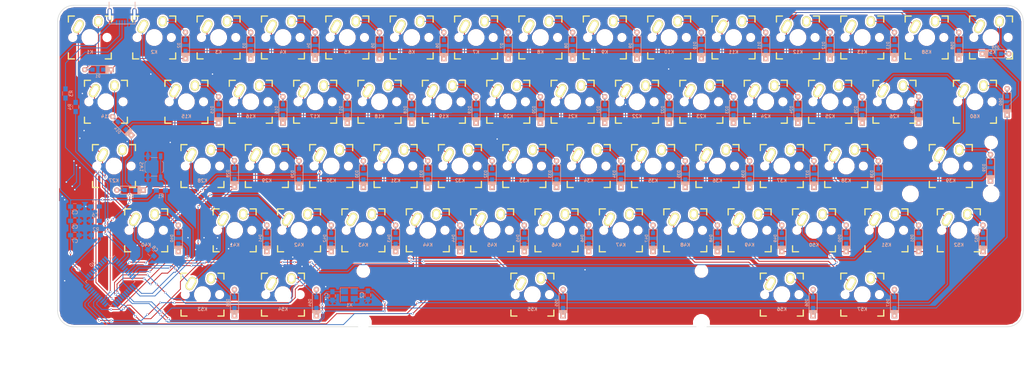
<source format=kicad_pcb>
(kicad_pcb (version 4) (host pcbnew 4.0.5+dfsg1-4)
  (layers (0 F.Cu signal) (31 B.Cu signal) (34 B.Paste user) (35 F.Paste user) (36 B.SilkS user) (37 F.SilkS user) (38 B.Mask user) (39 F.Mask user) (44 Edge.Cuts user))
  (net 0 "")
  (net 1 "Net-(C1-Pad1)")
  (net 2 GND)
  (net 3 "Net-(C2-Pad1)")
  (net 4 VCC)
  (net 5 "Net-(C8-Pad1)")
  (net 6 "Net-(D1-Pad2)")
  (net 7 /Row0)
  (net 8 "Net-(D2-Pad2)")
  (net 9 "Net-(D3-Pad2)")
  (net 10 "Net-(D4-Pad2)")
  (net 11 "Net-(D5-Pad2)")
  (net 12 "Net-(D6-Pad2)")
  (net 13 "Net-(D7-Pad2)")
  (net 14 "Net-(D8-Pad2)")
  (net 15 "Net-(D9-Pad2)")
  (net 16 "Net-(D10-Pad2)")
  (net 17 "Net-(D11-Pad2)")
  (net 18 "Net-(D12-Pad2)")
  (net 19 "Net-(D13-Pad2)")
  (net 20 "Net-(D14-Pad2)")
  (net 21 /Row1)
  (net 22 "Net-(D15-Pad2)")
  (net 23 "Net-(D16-Pad2)")
  (net 24 "Net-(D17-Pad2)")
  (net 25 "Net-(D18-Pad2)")
  (net 26 "Net-(D19-Pad2)")
  (net 27 "Net-(D20-Pad2)")
  (net 28 "Net-(D21-Pad2)")
  (net 29 "Net-(D22-Pad2)")
  (net 30 "Net-(D23-Pad2)")
  (net 31 "Net-(D24-Pad2)")
  (net 32 "Net-(D25-Pad2)")
  (net 33 "Net-(D26-Pad2)")
  (net 34 "Net-(D27-Pad2)")
  (net 35 /Row2)
  (net 36 "Net-(D28-Pad2)")
  (net 37 "Net-(D29-Pad2)")
  (net 38 "Net-(D30-Pad2)")
  (net 39 "Net-(D31-Pad2)")
  (net 40 "Net-(D32-Pad2)")
  (net 41 "Net-(D33-Pad2)")
  (net 42 "Net-(D34-Pad2)")
  (net 43 "Net-(D35-Pad2)")
  (net 44 "Net-(D36-Pad2)")
  (net 45 "Net-(D37-Pad2)")
  (net 46 "Net-(D38-Pad2)")
  (net 47 "Net-(D39-Pad2)")
  (net 48 "Net-(D40-Pad2)")
  (net 49 /Row3)
  (net 50 "Net-(D41-Pad2)")
  (net 51 "Net-(D42-Pad2)")
  (net 52 "Net-(D43-Pad2)")
  (net 53 "Net-(D44-Pad2)")
  (net 54 "Net-(D45-Pad2)")
  (net 55 "Net-(D46-Pad2)")
  (net 56 "Net-(D47-Pad2)")
  (net 57 "Net-(D48-Pad2)")
  (net 58 "Net-(D49-Pad2)")
  (net 59 "Net-(D50-Pad2)")
  (net 60 "Net-(D51-Pad2)")
  (net 61 "Net-(D52-Pad2)")
  (net 62 "Net-(D53-Pad2)")
  (net 63 /Row4)
  (net 64 "Net-(D54-Pad2)")
  (net 65 "Net-(D55-Pad2)")
  (net 66 "Net-(D56-Pad2)")
  (net 67 "Net-(D57-Pad2)")
  (net 68 "Net-(D58-Pad2)")
  (net 69 "Net-(D59-Pad2)")
  (net 70 "Net-(D60-Pad2)")
  (net 71 "Net-(J1-Pad2)")
  (net 72 "Net-(J1-Pad3)")
  (net 73 "Net-(J1-Pad4)")
  (net 74 /Col0)
  (net 75 /Col1)
  (net 76 /Col2)
  (net 77 /Col3)
  (net 78 /Col4)
  (net 79 /Col5)
  (net 80 /Col6)
  (net 81 /Col7)
  (net 82 /Col8)
  (net 83 /Col9)
  (net 84 /Col10)
  (net 85 /Col11)
  (net 86 /Col12)
  (net 87 "Net-(R1-Pad2)")
  (net 88 "Net-(R2-Pad1)")
  (net 89 "Net-(R3-Pad1)")
  (net 90 "Net-(R4-Pad2)")
  (net 91 "Net-(U0-Pad1)")
  (net 92 "Net-(U0-Pad15)")
  (net 93 "Net-(U0-Pad23)")
  (net 94 "Net-(U0-Pad35)")
  (net 95 "Net-(U0-Pad36)")
  (net 96 "Net-(U0-Pad37)")
  (net 97 "Net-(U0-Pad38)")
  (net 98 "Net-(U0-Pad39)")
  (net 99 "Net-(U0-Pad40)")
  (net 100 "Net-(U0-Pad41)")
  (net 101 "Net-(U0-Pad42)")
  (net 102 "Net-(U0-Pad43)")
  (module Capacitors_SMD:C_0805_HandSoldering (layer B.Cu) (at 148 183.75 270)
    (fp_text reference C1 (at 0 1.75 270) (layer B.SilkS) (effects (justify mirror)))
    (fp_text value 22p)
    (pad 1 smd rect (at -1.25 0 270) (size 1.5 1.25) (layers B.Cu B.Paste B.Mask) (net 1 "Net-(C1-Pad1)"))
    (pad 2 smd rect (at 1.25 0 270) (size 1.5 1.25) (layers B.Cu B.Paste B.Mask) (net 2 GND))
  )
  (module Capacitors_SMD:C_0805_HandSoldering (layer B.Cu) (at 158.5 183.5 270)
    (fp_text reference C2 (at 0 1.75 270) (layer B.SilkS) (effects (justify mirror)))
    (fp_text value 22p)
    (pad 1 smd rect (at -1.25 0 270) (size 1.5 1.25) (layers B.Cu B.Paste B.Mask) (net 3 "Net-(C2-Pad1)"))
    (pad 2 smd rect (at 1.25 0 270) (size 1.5 1.25) (layers B.Cu B.Paste B.Mask) (net 2 GND))
  )
  (module Capacitors_SMD:C_0805_HandSoldering (layer B.Cu) (at 71.75 157.25)
    (fp_text reference C3 (at 0 1.75) (layer B.SilkS) (effects (justify mirror)))
    (fp_text value 0.1u)
    (pad 1 smd rect (at -1.25 0) (size 1.5 1.25) (layers B.Cu B.Paste B.Mask) (net 4 VCC))
    (pad 2 smd rect (at 1.25 0) (size 1.5 1.25) (layers B.Cu B.Paste B.Mask) (net 2 GND))
  )
  (module Capacitors_SMD:C_0805_HandSoldering (layer B.Cu) (at 77.75 157.25 180)
    (fp_text reference C4 (at 0 1.75 180) (layer B.SilkS) (effects (justify mirror)))
    (fp_text value 0.1u)
    (pad 1 smd rect (at -1.25 0 180) (size 1.5 1.25) (layers B.Cu B.Paste B.Mask) (net 4 VCC))
    (pad 2 smd rect (at 1.25 0 180) (size 1.5 1.25) (layers B.Cu B.Paste B.Mask) (net 2 GND))
  )
  (module Capacitors_SMD:C_0805_HandSoldering (layer B.Cu) (at 71.75 161.5)
    (fp_text reference C5 (at 0 1.75) (layer B.SilkS) (effects (justify mirror)))
    (fp_text value 0.1u)
    (pad 1 smd rect (at -1.25 0) (size 1.5 1.25) (layers B.Cu B.Paste B.Mask) (net 4 VCC))
    (pad 2 smd rect (at 1.25 0) (size 1.5 1.25) (layers B.Cu B.Paste B.Mask) (net 2 GND))
  )
  (module Capacitors_SMD:C_0805_HandSoldering (layer B.Cu) (at 77.75 161.5 180)
    (fp_text reference C6 (at 0 1.75 180) (layer B.SilkS) (effects (justify mirror)))
    (fp_text value 0.1u)
    (pad 1 smd rect (at -1.25 0 180) (size 1.5 1.25) (layers B.Cu B.Paste B.Mask) (net 4 VCC))
    (pad 2 smd rect (at 1.25 0 180) (size 1.5 1.25) (layers B.Cu B.Paste B.Mask) (net 2 GND))
  )
  (module Capacitors_SMD:C_0805_HandSoldering (layer B.Cu) (at 71.75 165.75)
    (fp_text reference C7 (at 0 1.75) (layer B.SilkS) (effects (justify mirror)))
    (fp_text value 4.7u)
    (pad 1 smd rect (at -1.25 0) (size 1.5 1.25) (layers B.Cu B.Paste B.Mask) (net 4 VCC))
    (pad 2 smd rect (at 1.25 0) (size 1.5 1.25) (layers B.Cu B.Paste B.Mask) (net 2 GND))
  )
  (module Capacitors_SMD:C_0805_HandSoldering (layer B.Cu) (at 94.25 171 135)
    (fp_text reference C8 (at 0 1.75 135) (layer B.SilkS) (effects (justify mirror)))
    (fp_text value 1u)
    (pad 1 smd rect (at -1.25 0 135) (size 1.5 1.25) (layers B.Cu B.Paste B.Mask) (net 5 "Net-(C8-Pad1)"))
    (pad 2 smd rect (at 1.25 0 135) (size 1.5 1.25) (layers B.Cu B.Paste B.Mask) (net 2 GND))
  )
  (module Fooprints:D_SOD123_axial (layer B.Cu) (at 78.58125 116.68125 180)
    (fp_text reference D1 (at 0 -1.925 180) (layer B.SilkS) (effects (font (size 0.8 0.8)) (justify mirror)))
    (fp_text value D hide)
    (pad 2 smd rect (at 1.575 0 180) (size 1.2 1.2) (layers B.Cu B.Paste B.Mask) (net 6 "Net-(D1-Pad2)"))
    (pad 1 smd rect (at -1.575 0 180) (size 1.2 1.2) (layers B.Cu B.Paste B.Mask) (net 7 /Row0))
    (pad 1 thru_hole rect (at -3.9 0 180) (size 1.6 1.6) (drill 0.7) (layers *.Cu *.Mask B.SilkS) (net 7 /Row0))
    (pad 2 thru_hole circle (at 3.9 0 180) (size 1.6 1.6) (drill 0.7) (layers *.Cu *.Mask B.SilkS) (net 6 "Net-(D1-Pad2)"))
    (pad 1 smd rect (at -2.7 0 180) (size 2.5 0.5) (layers B.Cu) (net 7 /Row0))
    (pad 2 smd rect (at 2.7 0 180) (size 2.5 0.5) (layers B.Cu) (net 6 "Net-(D1-Pad2)"))
  )
  (module Fooprints:D_SOD123_axial (layer B.Cu) (at 104.5 109.5 90)
    (fp_text reference D2 (at 0 -1.925 90) (layer B.SilkS) (effects (font (size 0.8 0.8)) (justify mirror)))
    (fp_text value D hide)
    (pad 2 smd rect (at 1.575 0 90) (size 1.2 1.2) (layers B.Cu B.Paste B.Mask) (net 8 "Net-(D2-Pad2)"))
    (pad 1 smd rect (at -1.575 0 90) (size 1.2 1.2) (layers B.Cu B.Paste B.Mask) (net 7 /Row0))
    (pad 1 thru_hole rect (at -3.9 0 90) (size 1.6 1.6) (drill 0.7) (layers *.Cu *.Mask B.SilkS) (net 7 /Row0))
    (pad 2 thru_hole circle (at 3.9 0 90) (size 1.6 1.6) (drill 0.7) (layers *.Cu *.Mask B.SilkS) (net 8 "Net-(D2-Pad2)"))
    (pad 1 smd rect (at -2.7 0 90) (size 2.5 0.5) (layers B.Cu) (net 7 /Row0))
    (pad 2 smd rect (at 2.7 0 90) (size 2.5 0.5) (layers B.Cu) (net 8 "Net-(D2-Pad2)"))
  )
  (module Fooprints:D_SOD123_axial (layer B.Cu) (at 123.825 109.5375 90)
    (fp_text reference D3 (at 0 -1.925 90) (layer B.SilkS) (effects (font (size 0.8 0.8)) (justify mirror)))
    (fp_text value D hide)
    (pad 2 smd rect (at 1.575 0 90) (size 1.2 1.2) (layers B.Cu B.Paste B.Mask) (net 9 "Net-(D3-Pad2)"))
    (pad 1 smd rect (at -1.575 0 90) (size 1.2 1.2) (layers B.Cu B.Paste B.Mask) (net 7 /Row0))
    (pad 1 thru_hole rect (at -3.9 0 90) (size 1.6 1.6) (drill 0.7) (layers *.Cu *.Mask B.SilkS) (net 7 /Row0))
    (pad 2 thru_hole circle (at 3.9 0 90) (size 1.6 1.6) (drill 0.7) (layers *.Cu *.Mask B.SilkS) (net 9 "Net-(D3-Pad2)"))
    (pad 1 smd rect (at -2.7 0 90) (size 2.5 0.5) (layers B.Cu) (net 7 /Row0))
    (pad 2 smd rect (at 2.7 0 90) (size 2.5 0.5) (layers B.Cu) (net 9 "Net-(D3-Pad2)"))
  )
  (module Fooprints:D_SOD123_axial (layer B.Cu) (at 142.875 109.5375 90)
    (fp_text reference D4 (at 0 -1.925 90) (layer B.SilkS) (effects (font (size 0.8 0.8)) (justify mirror)))
    (fp_text value D hide)
    (pad 2 smd rect (at 1.575 0 90) (size 1.2 1.2) (layers B.Cu B.Paste B.Mask) (net 10 "Net-(D4-Pad2)"))
    (pad 1 smd rect (at -1.575 0 90) (size 1.2 1.2) (layers B.Cu B.Paste B.Mask) (net 7 /Row0))
    (pad 1 thru_hole rect (at -3.9 0 90) (size 1.6 1.6) (drill 0.7) (layers *.Cu *.Mask B.SilkS) (net 7 /Row0))
    (pad 2 thru_hole circle (at 3.9 0 90) (size 1.6 1.6) (drill 0.7) (layers *.Cu *.Mask B.SilkS) (net 10 "Net-(D4-Pad2)"))
    (pad 1 smd rect (at -2.7 0 90) (size 2.5 0.5) (layers B.Cu) (net 7 /Row0))
    (pad 2 smd rect (at 2.7 0 90) (size 2.5 0.5) (layers B.Cu) (net 10 "Net-(D4-Pad2)"))
  )
  (module Fooprints:D_SOD123_axial (layer B.Cu) (at 161.925 109.5375 90)
    (fp_text reference D5 (at 0 -1.925 90) (layer B.SilkS) (effects (font (size 0.8 0.8)) (justify mirror)))
    (fp_text value D hide)
    (pad 2 smd rect (at 1.575 0 90) (size 1.2 1.2) (layers B.Cu B.Paste B.Mask) (net 11 "Net-(D5-Pad2)"))
    (pad 1 smd rect (at -1.575 0 90) (size 1.2 1.2) (layers B.Cu B.Paste B.Mask) (net 7 /Row0))
    (pad 1 thru_hole rect (at -3.9 0 90) (size 1.6 1.6) (drill 0.7) (layers *.Cu *.Mask B.SilkS) (net 7 /Row0))
    (pad 2 thru_hole circle (at 3.9 0 90) (size 1.6 1.6) (drill 0.7) (layers *.Cu *.Mask B.SilkS) (net 11 "Net-(D5-Pad2)"))
    (pad 1 smd rect (at -2.7 0 90) (size 2.5 0.5) (layers B.Cu) (net 7 /Row0))
    (pad 2 smd rect (at 2.7 0 90) (size 2.5 0.5) (layers B.Cu) (net 11 "Net-(D5-Pad2)"))
  )
  (module Fooprints:D_SOD123_axial (layer B.Cu) (at 180.975 109.5375 90)
    (fp_text reference D6 (at 0 -1.925 90) (layer B.SilkS) (effects (font (size 0.8 0.8)) (justify mirror)))
    (fp_text value D hide)
    (pad 2 smd rect (at 1.575 0 90) (size 1.2 1.2) (layers B.Cu B.Paste B.Mask) (net 12 "Net-(D6-Pad2)"))
    (pad 1 smd rect (at -1.575 0 90) (size 1.2 1.2) (layers B.Cu B.Paste B.Mask) (net 7 /Row0))
    (pad 1 thru_hole rect (at -3.9 0 90) (size 1.6 1.6) (drill 0.7) (layers *.Cu *.Mask B.SilkS) (net 7 /Row0))
    (pad 2 thru_hole circle (at 3.9 0 90) (size 1.6 1.6) (drill 0.7) (layers *.Cu *.Mask B.SilkS) (net 12 "Net-(D6-Pad2)"))
    (pad 1 smd rect (at -2.7 0 90) (size 2.5 0.5) (layers B.Cu) (net 7 /Row0))
    (pad 2 smd rect (at 2.7 0 90) (size 2.5 0.5) (layers B.Cu) (net 12 "Net-(D6-Pad2)"))
  )
  (module Fooprints:D_SOD123_axial (layer B.Cu) (at 200.025 109.5375 90)
    (fp_text reference D7 (at 0 -1.925 90) (layer B.SilkS) (effects (font (size 0.8 0.8)) (justify mirror)))
    (fp_text value D hide)
    (pad 2 smd rect (at 1.575 0 90) (size 1.2 1.2) (layers B.Cu B.Paste B.Mask) (net 13 "Net-(D7-Pad2)"))
    (pad 1 smd rect (at -1.575 0 90) (size 1.2 1.2) (layers B.Cu B.Paste B.Mask) (net 7 /Row0))
    (pad 1 thru_hole rect (at -3.9 0 90) (size 1.6 1.6) (drill 0.7) (layers *.Cu *.Mask B.SilkS) (net 7 /Row0))
    (pad 2 thru_hole circle (at 3.9 0 90) (size 1.6 1.6) (drill 0.7) (layers *.Cu *.Mask B.SilkS) (net 13 "Net-(D7-Pad2)"))
    (pad 1 smd rect (at -2.7 0 90) (size 2.5 0.5) (layers B.Cu) (net 7 /Row0))
    (pad 2 smd rect (at 2.7 0 90) (size 2.5 0.5) (layers B.Cu) (net 13 "Net-(D7-Pad2)"))
  )
  (module Fooprints:D_SOD123_axial (layer B.Cu) (at 219.075 109.5375 90)
    (fp_text reference D8 (at 0 -1.925 90) (layer B.SilkS) (effects (font (size 0.8 0.8)) (justify mirror)))
    (fp_text value D hide)
    (pad 2 smd rect (at 1.575 0 90) (size 1.2 1.2) (layers B.Cu B.Paste B.Mask) (net 14 "Net-(D8-Pad2)"))
    (pad 1 smd rect (at -1.575 0 90) (size 1.2 1.2) (layers B.Cu B.Paste B.Mask) (net 7 /Row0))
    (pad 1 thru_hole rect (at -3.9 0 90) (size 1.6 1.6) (drill 0.7) (layers *.Cu *.Mask B.SilkS) (net 7 /Row0))
    (pad 2 thru_hole circle (at 3.9 0 90) (size 1.6 1.6) (drill 0.7) (layers *.Cu *.Mask B.SilkS) (net 14 "Net-(D8-Pad2)"))
    (pad 1 smd rect (at -2.7 0 90) (size 2.5 0.5) (layers B.Cu) (net 7 /Row0))
    (pad 2 smd rect (at 2.7 0 90) (size 2.5 0.5) (layers B.Cu) (net 14 "Net-(D8-Pad2)"))
  )
  (module Fooprints:D_SOD123_axial (layer B.Cu) (at 238.125 109.5375 90)
    (fp_text reference D9 (at 0 -1.925 90) (layer B.SilkS) (effects (font (size 0.8 0.8)) (justify mirror)))
    (fp_text value D hide)
    (pad 2 smd rect (at 1.575 0 90) (size 1.2 1.2) (layers B.Cu B.Paste B.Mask) (net 15 "Net-(D9-Pad2)"))
    (pad 1 smd rect (at -1.575 0 90) (size 1.2 1.2) (layers B.Cu B.Paste B.Mask) (net 7 /Row0))
    (pad 1 thru_hole rect (at -3.9 0 90) (size 1.6 1.6) (drill 0.7) (layers *.Cu *.Mask B.SilkS) (net 7 /Row0))
    (pad 2 thru_hole circle (at 3.9 0 90) (size 1.6 1.6) (drill 0.7) (layers *.Cu *.Mask B.SilkS) (net 15 "Net-(D9-Pad2)"))
    (pad 1 smd rect (at -2.7 0 90) (size 2.5 0.5) (layers B.Cu) (net 7 /Row0))
    (pad 2 smd rect (at 2.7 0 90) (size 2.5 0.5) (layers B.Cu) (net 15 "Net-(D9-Pad2)"))
  )
  (module Fooprints:D_SOD123_axial (layer B.Cu) (at 257.175 109.5375 90)
    (fp_text reference D10 (at 0 -1.925 90) (layer B.SilkS) (effects (font (size 0.8 0.8)) (justify mirror)))
    (fp_text value D hide)
    (pad 2 smd rect (at 1.575 0 90) (size 1.2 1.2) (layers B.Cu B.Paste B.Mask) (net 16 "Net-(D10-Pad2)"))
    (pad 1 smd rect (at -1.575 0 90) (size 1.2 1.2) (layers B.Cu B.Paste B.Mask) (net 7 /Row0))
    (pad 1 thru_hole rect (at -3.9 0 90) (size 1.6 1.6) (drill 0.7) (layers *.Cu *.Mask B.SilkS) (net 7 /Row0))
    (pad 2 thru_hole circle (at 3.9 0 90) (size 1.6 1.6) (drill 0.7) (layers *.Cu *.Mask B.SilkS) (net 16 "Net-(D10-Pad2)"))
    (pad 1 smd rect (at -2.7 0 90) (size 2.5 0.5) (layers B.Cu) (net 7 /Row0))
    (pad 2 smd rect (at 2.7 0 90) (size 2.5 0.5) (layers B.Cu) (net 16 "Net-(D10-Pad2)"))
  )
  (module Fooprints:D_SOD123_axial (layer B.Cu) (at 276.225 109.5375 90)
    (fp_text reference D11 (at 0 -1.925 90) (layer B.SilkS) (effects (font (size 0.8 0.8)) (justify mirror)))
    (fp_text value D hide)
    (pad 2 smd rect (at 1.575 0 90) (size 1.2 1.2) (layers B.Cu B.Paste B.Mask) (net 17 "Net-(D11-Pad2)"))
    (pad 1 smd rect (at -1.575 0 90) (size 1.2 1.2) (layers B.Cu B.Paste B.Mask) (net 7 /Row0))
    (pad 1 thru_hole rect (at -3.9 0 90) (size 1.6 1.6) (drill 0.7) (layers *.Cu *.Mask B.SilkS) (net 7 /Row0))
    (pad 2 thru_hole circle (at 3.9 0 90) (size 1.6 1.6) (drill 0.7) (layers *.Cu *.Mask B.SilkS) (net 17 "Net-(D11-Pad2)"))
    (pad 1 smd rect (at -2.7 0 90) (size 2.5 0.5) (layers B.Cu) (net 7 /Row0))
    (pad 2 smd rect (at 2.7 0 90) (size 2.5 0.5) (layers B.Cu) (net 17 "Net-(D11-Pad2)"))
  )
  (module Fooprints:D_SOD123_axial (layer B.Cu) (at 295.275 109.5375 90)
    (fp_text reference D12 (at 0 -1.925 90) (layer B.SilkS) (effects (font (size 0.8 0.8)) (justify mirror)))
    (fp_text value D hide)
    (pad 2 smd rect (at 1.575 0 90) (size 1.2 1.2) (layers B.Cu B.Paste B.Mask) (net 18 "Net-(D12-Pad2)"))
    (pad 1 smd rect (at -1.575 0 90) (size 1.2 1.2) (layers B.Cu B.Paste B.Mask) (net 7 /Row0))
    (pad 1 thru_hole rect (at -3.9 0 90) (size 1.6 1.6) (drill 0.7) (layers *.Cu *.Mask B.SilkS) (net 7 /Row0))
    (pad 2 thru_hole circle (at 3.9 0 90) (size 1.6 1.6) (drill 0.7) (layers *.Cu *.Mask B.SilkS) (net 18 "Net-(D12-Pad2)"))
    (pad 1 smd rect (at -2.7 0 90) (size 2.5 0.5) (layers B.Cu) (net 7 /Row0))
    (pad 2 smd rect (at 2.7 0 90) (size 2.5 0.5) (layers B.Cu) (net 18 "Net-(D12-Pad2)"))
  )
  (module Fooprints:D_SOD123_axial (layer B.Cu) (at 314.325 109.5375 90)
    (fp_text reference D13 (at 0 -1.925 90) (layer B.SilkS) (effects (font (size 0.8 0.8)) (justify mirror)))
    (fp_text value D hide)
    (pad 2 smd rect (at 1.575 0 90) (size 1.2 1.2) (layers B.Cu B.Paste B.Mask) (net 19 "Net-(D13-Pad2)"))
    (pad 1 smd rect (at -1.575 0 90) (size 1.2 1.2) (layers B.Cu B.Paste B.Mask) (net 7 /Row0))
    (pad 1 thru_hole rect (at -3.9 0 90) (size 1.6 1.6) (drill 0.7) (layers *.Cu *.Mask B.SilkS) (net 7 /Row0))
    (pad 2 thru_hole circle (at 3.9 0 90) (size 1.6 1.6) (drill 0.7) (layers *.Cu *.Mask B.SilkS) (net 19 "Net-(D13-Pad2)"))
    (pad 1 smd rect (at -2.7 0 90) (size 2.5 0.5) (layers B.Cu) (net 7 /Row0))
    (pad 2 smd rect (at 2.7 0 90) (size 2.5 0.5) (layers B.Cu) (net 19 "Net-(D13-Pad2)"))
  )
  (module Fooprints:D_SOD123_axial (layer B.Cu) (at 85.725 133.35 135)
    (fp_text reference D14 (at 0 -1.925001 135) (layer B.SilkS) (effects (font (size 0.8 0.8)) (justify mirror)))
    (fp_text value D hide)
    (pad 2 smd rect (at 1.575 0 135) (size 1.2 1.2) (layers B.Cu B.Paste B.Mask) (net 20 "Net-(D14-Pad2)"))
    (pad 1 smd rect (at -1.575 0 135) (size 1.2 1.2) (layers B.Cu B.Paste B.Mask) (net 21 /Row1))
    (pad 1 thru_hole rect (at -3.9 0 135) (size 1.6 1.6) (drill 0.7) (layers *.Cu *.Mask B.SilkS) (net 21 /Row1))
    (pad 2 thru_hole circle (at 3.9 0 135) (size 1.6 1.6) (drill 0.7) (layers *.Cu *.Mask B.SilkS) (net 20 "Net-(D14-Pad2)"))
    (pad 1 smd rect (at -2.7 0 135) (size 2.5 0.5) (layers B.Cu) (net 21 /Row1))
    (pad 2 smd rect (at 2.7 0 135) (size 2.5 0.5) (layers B.Cu) (net 20 "Net-(D14-Pad2)"))
  )
  (module Fooprints:D_SOD123_axial (layer B.Cu) (at 114.3 128.5875 90)
    (fp_text reference D15 (at 0 -1.925 90) (layer B.SilkS) (effects (font (size 0.8 0.8)) (justify mirror)))
    (fp_text value D hide)
    (pad 2 smd rect (at 1.575 0 90) (size 1.2 1.2) (layers B.Cu B.Paste B.Mask) (net 22 "Net-(D15-Pad2)"))
    (pad 1 smd rect (at -1.575 0 90) (size 1.2 1.2) (layers B.Cu B.Paste B.Mask) (net 21 /Row1))
    (pad 1 thru_hole rect (at -3.9 0 90) (size 1.6 1.6) (drill 0.7) (layers *.Cu *.Mask B.SilkS) (net 21 /Row1))
    (pad 2 thru_hole circle (at 3.9 0 90) (size 1.6 1.6) (drill 0.7) (layers *.Cu *.Mask B.SilkS) (net 22 "Net-(D15-Pad2)"))
    (pad 1 smd rect (at -2.7 0 90) (size 2.5 0.5) (layers B.Cu) (net 21 /Row1))
    (pad 2 smd rect (at 2.7 0 90) (size 2.5 0.5) (layers B.Cu) (net 22 "Net-(D15-Pad2)"))
  )
  (module Fooprints:D_SOD123_axial (layer B.Cu) (at 133.35 128.5875 90)
    (fp_text reference D16 (at 0 -1.925 90) (layer B.SilkS) (effects (font (size 0.8 0.8)) (justify mirror)))
    (fp_text value D hide)
    (pad 2 smd rect (at 1.575 0 90) (size 1.2 1.2) (layers B.Cu B.Paste B.Mask) (net 23 "Net-(D16-Pad2)"))
    (pad 1 smd rect (at -1.575 0 90) (size 1.2 1.2) (layers B.Cu B.Paste B.Mask) (net 21 /Row1))
    (pad 1 thru_hole rect (at -3.9 0 90) (size 1.6 1.6) (drill 0.7) (layers *.Cu *.Mask B.SilkS) (net 21 /Row1))
    (pad 2 thru_hole circle (at 3.9 0 90) (size 1.6 1.6) (drill 0.7) (layers *.Cu *.Mask B.SilkS) (net 23 "Net-(D16-Pad2)"))
    (pad 1 smd rect (at -2.7 0 90) (size 2.5 0.5) (layers B.Cu) (net 21 /Row1))
    (pad 2 smd rect (at 2.7 0 90) (size 2.5 0.5) (layers B.Cu) (net 23 "Net-(D16-Pad2)"))
  )
  (module Fooprints:D_SOD123_axial (layer B.Cu) (at 152.4 128.5875 90)
    (fp_text reference D17 (at 0 -1.925 90) (layer B.SilkS) (effects (font (size 0.8 0.8)) (justify mirror)))
    (fp_text value D hide)
    (pad 2 smd rect (at 1.575 0 90) (size 1.2 1.2) (layers B.Cu B.Paste B.Mask) (net 24 "Net-(D17-Pad2)"))
    (pad 1 smd rect (at -1.575 0 90) (size 1.2 1.2) (layers B.Cu B.Paste B.Mask) (net 21 /Row1))
    (pad 1 thru_hole rect (at -3.9 0 90) (size 1.6 1.6) (drill 0.7) (layers *.Cu *.Mask B.SilkS) (net 21 /Row1))
    (pad 2 thru_hole circle (at 3.9 0 90) (size 1.6 1.6) (drill 0.7) (layers *.Cu *.Mask B.SilkS) (net 24 "Net-(D17-Pad2)"))
    (pad 1 smd rect (at -2.7 0 90) (size 2.5 0.5) (layers B.Cu) (net 21 /Row1))
    (pad 2 smd rect (at 2.7 0 90) (size 2.5 0.5) (layers B.Cu) (net 24 "Net-(D17-Pad2)"))
  )
  (module Fooprints:D_SOD123_axial (layer B.Cu) (at 171.45 128.5875 90)
    (fp_text reference D18 (at 0 -1.925 90) (layer B.SilkS) (effects (font (size 0.8 0.8)) (justify mirror)))
    (fp_text value D hide)
    (pad 2 smd rect (at 1.575 0 90) (size 1.2 1.2) (layers B.Cu B.Paste B.Mask) (net 25 "Net-(D18-Pad2)"))
    (pad 1 smd rect (at -1.575 0 90) (size 1.2 1.2) (layers B.Cu B.Paste B.Mask) (net 21 /Row1))
    (pad 1 thru_hole rect (at -3.9 0 90) (size 1.6 1.6) (drill 0.7) (layers *.Cu *.Mask B.SilkS) (net 21 /Row1))
    (pad 2 thru_hole circle (at 3.9 0 90) (size 1.6 1.6) (drill 0.7) (layers *.Cu *.Mask B.SilkS) (net 25 "Net-(D18-Pad2)"))
    (pad 1 smd rect (at -2.7 0 90) (size 2.5 0.5) (layers B.Cu) (net 21 /Row1))
    (pad 2 smd rect (at 2.7 0 90) (size 2.5 0.5) (layers B.Cu) (net 25 "Net-(D18-Pad2)"))
  )
  (module Fooprints:D_SOD123_axial (layer B.Cu) (at 190.5 128.5875 90)
    (fp_text reference D19 (at 0 -1.925 90) (layer B.SilkS) (effects (font (size 0.8 0.8)) (justify mirror)))
    (fp_text value D hide)
    (pad 2 smd rect (at 1.575 0 90) (size 1.2 1.2) (layers B.Cu B.Paste B.Mask) (net 26 "Net-(D19-Pad2)"))
    (pad 1 smd rect (at -1.575 0 90) (size 1.2 1.2) (layers B.Cu B.Paste B.Mask) (net 21 /Row1))
    (pad 1 thru_hole rect (at -3.9 0 90) (size 1.6 1.6) (drill 0.7) (layers *.Cu *.Mask B.SilkS) (net 21 /Row1))
    (pad 2 thru_hole circle (at 3.9 0 90) (size 1.6 1.6) (drill 0.7) (layers *.Cu *.Mask B.SilkS) (net 26 "Net-(D19-Pad2)"))
    (pad 1 smd rect (at -2.7 0 90) (size 2.5 0.5) (layers B.Cu) (net 21 /Row1))
    (pad 2 smd rect (at 2.7 0 90) (size 2.5 0.5) (layers B.Cu) (net 26 "Net-(D19-Pad2)"))
  )
  (module Fooprints:D_SOD123_axial (layer B.Cu) (at 209.55 128.5875 90)
    (fp_text reference D20 (at 0 -1.925 90) (layer B.SilkS) (effects (font (size 0.8 0.8)) (justify mirror)))
    (fp_text value D hide)
    (pad 2 smd rect (at 1.575 0 90) (size 1.2 1.2) (layers B.Cu B.Paste B.Mask) (net 27 "Net-(D20-Pad2)"))
    (pad 1 smd rect (at -1.575 0 90) (size 1.2 1.2) (layers B.Cu B.Paste B.Mask) (net 21 /Row1))
    (pad 1 thru_hole rect (at -3.9 0 90) (size 1.6 1.6) (drill 0.7) (layers *.Cu *.Mask B.SilkS) (net 21 /Row1))
    (pad 2 thru_hole circle (at 3.9 0 90) (size 1.6 1.6) (drill 0.7) (layers *.Cu *.Mask B.SilkS) (net 27 "Net-(D20-Pad2)"))
    (pad 1 smd rect (at -2.7 0 90) (size 2.5 0.5) (layers B.Cu) (net 21 /Row1))
    (pad 2 smd rect (at 2.7 0 90) (size 2.5 0.5) (layers B.Cu) (net 27 "Net-(D20-Pad2)"))
  )
  (module Fooprints:D_SOD123_axial (layer B.Cu) (at 228.6 128.5875 90)
    (fp_text reference D21 (at 0 -1.925 90) (layer B.SilkS) (effects (font (size 0.8 0.8)) (justify mirror)))
    (fp_text value D hide)
    (pad 2 smd rect (at 1.575 0 90) (size 1.2 1.2) (layers B.Cu B.Paste B.Mask) (net 28 "Net-(D21-Pad2)"))
    (pad 1 smd rect (at -1.575 0 90) (size 1.2 1.2) (layers B.Cu B.Paste B.Mask) (net 21 /Row1))
    (pad 1 thru_hole rect (at -3.9 0 90) (size 1.6 1.6) (drill 0.7) (layers *.Cu *.Mask B.SilkS) (net 21 /Row1))
    (pad 2 thru_hole circle (at 3.9 0 90) (size 1.6 1.6) (drill 0.7) (layers *.Cu *.Mask B.SilkS) (net 28 "Net-(D21-Pad2)"))
    (pad 1 smd rect (at -2.7 0 90) (size 2.5 0.5) (layers B.Cu) (net 21 /Row1))
    (pad 2 smd rect (at 2.7 0 90) (size 2.5 0.5) (layers B.Cu) (net 28 "Net-(D21-Pad2)"))
  )
  (module Fooprints:D_SOD123_axial (layer B.Cu) (at 247.65 128.5875 90)
    (fp_text reference D22 (at 0 -1.925 90) (layer B.SilkS) (effects (font (size 0.8 0.8)) (justify mirror)))
    (fp_text value D hide)
    (pad 2 smd rect (at 1.575 0 90) (size 1.2 1.2) (layers B.Cu B.Paste B.Mask) (net 29 "Net-(D22-Pad2)"))
    (pad 1 smd rect (at -1.575 0 90) (size 1.2 1.2) (layers B.Cu B.Paste B.Mask) (net 21 /Row1))
    (pad 1 thru_hole rect (at -3.9 0 90) (size 1.6 1.6) (drill 0.7) (layers *.Cu *.Mask B.SilkS) (net 21 /Row1))
    (pad 2 thru_hole circle (at 3.9 0 90) (size 1.6 1.6) (drill 0.7) (layers *.Cu *.Mask B.SilkS) (net 29 "Net-(D22-Pad2)"))
    (pad 1 smd rect (at -2.7 0 90) (size 2.5 0.5) (layers B.Cu) (net 21 /Row1))
    (pad 2 smd rect (at 2.7 0 90) (size 2.5 0.5) (layers B.Cu) (net 29 "Net-(D22-Pad2)"))
  )
  (module Fooprints:D_SOD123_axial (layer B.Cu) (at 266.7 128.5875 90)
    (fp_text reference D23 (at 0 -1.925 90) (layer B.SilkS) (effects (font (size 0.8 0.8)) (justify mirror)))
    (fp_text value D hide)
    (pad 2 smd rect (at 1.575 0 90) (size 1.2 1.2) (layers B.Cu B.Paste B.Mask) (net 30 "Net-(D23-Pad2)"))
    (pad 1 smd rect (at -1.575 0 90) (size 1.2 1.2) (layers B.Cu B.Paste B.Mask) (net 21 /Row1))
    (pad 1 thru_hole rect (at -3.9 0 90) (size 1.6 1.6) (drill 0.7) (layers *.Cu *.Mask B.SilkS) (net 21 /Row1))
    (pad 2 thru_hole circle (at 3.9 0 90) (size 1.6 1.6) (drill 0.7) (layers *.Cu *.Mask B.SilkS) (net 30 "Net-(D23-Pad2)"))
    (pad 1 smd rect (at -2.7 0 90) (size 2.5 0.5) (layers B.Cu) (net 21 /Row1))
    (pad 2 smd rect (at 2.7 0 90) (size 2.5 0.5) (layers B.Cu) (net 30 "Net-(D23-Pad2)"))
  )
  (module Fooprints:D_SOD123_axial (layer B.Cu) (at 285.75 128.5875 90)
    (fp_text reference D24 (at 0 -1.925 90) (layer B.SilkS) (effects (font (size 0.8 0.8)) (justify mirror)))
    (fp_text value D hide)
    (pad 2 smd rect (at 1.575 0 90) (size 1.2 1.2) (layers B.Cu B.Paste B.Mask) (net 31 "Net-(D24-Pad2)"))
    (pad 1 smd rect (at -1.575 0 90) (size 1.2 1.2) (layers B.Cu B.Paste B.Mask) (net 21 /Row1))
    (pad 1 thru_hole rect (at -3.9 0 90) (size 1.6 1.6) (drill 0.7) (layers *.Cu *.Mask B.SilkS) (net 21 /Row1))
    (pad 2 thru_hole circle (at 3.9 0 90) (size 1.6 1.6) (drill 0.7) (layers *.Cu *.Mask B.SilkS) (net 31 "Net-(D24-Pad2)"))
    (pad 1 smd rect (at -2.7 0 90) (size 2.5 0.5) (layers B.Cu) (net 21 /Row1))
    (pad 2 smd rect (at 2.7 0 90) (size 2.5 0.5) (layers B.Cu) (net 31 "Net-(D24-Pad2)"))
  )
  (module Fooprints:D_SOD123_axial (layer B.Cu) (at 304.8 128.5875 90)
    (fp_text reference D25 (at 0 -1.925 90) (layer B.SilkS) (effects (font (size 0.8 0.8)) (justify mirror)))
    (fp_text value D hide)
    (pad 2 smd rect (at 1.575 0 90) (size 1.2 1.2) (layers B.Cu B.Paste B.Mask) (net 32 "Net-(D25-Pad2)"))
    (pad 1 smd rect (at -1.575 0 90) (size 1.2 1.2) (layers B.Cu B.Paste B.Mask) (net 21 /Row1))
    (pad 1 thru_hole rect (at -3.9 0 90) (size 1.6 1.6) (drill 0.7) (layers *.Cu *.Mask B.SilkS) (net 21 /Row1))
    (pad 2 thru_hole circle (at 3.9 0 90) (size 1.6 1.6) (drill 0.7) (layers *.Cu *.Mask B.SilkS) (net 32 "Net-(D25-Pad2)"))
    (pad 1 smd rect (at -2.7 0 90) (size 2.5 0.5) (layers B.Cu) (net 21 /Row1))
    (pad 2 smd rect (at 2.7 0 90) (size 2.5 0.5) (layers B.Cu) (net 32 "Net-(D25-Pad2)"))
  )
  (module Fooprints:D_SOD123_axial (layer B.Cu) (at 321.46875 128.5875 90)
    (fp_text reference D26 (at 0 -1.925 90) (layer B.SilkS) (effects (font (size 0.8 0.8)) (justify mirror)))
    (fp_text value D hide)
    (pad 2 smd rect (at 1.575 0 90) (size 1.2 1.2) (layers B.Cu B.Paste B.Mask) (net 33 "Net-(D26-Pad2)"))
    (pad 1 smd rect (at -1.575 0 90) (size 1.2 1.2) (layers B.Cu B.Paste B.Mask) (net 21 /Row1))
    (pad 1 thru_hole rect (at -3.9 0 90) (size 1.6 1.6) (drill 0.7) (layers *.Cu *.Mask B.SilkS) (net 21 /Row1))
    (pad 2 thru_hole circle (at 3.9 0 90) (size 1.6 1.6) (drill 0.7) (layers *.Cu *.Mask B.SilkS) (net 33 "Net-(D26-Pad2)"))
    (pad 1 smd rect (at -2.7 0 90) (size 2.5 0.5) (layers B.Cu) (net 21 /Row1))
    (pad 2 smd rect (at 2.7 0 90) (size 2.5 0.5) (layers B.Cu) (net 33 "Net-(D26-Pad2)"))
  )
  (module Fooprints:D_SOD123_axial (layer B.Cu) (at 88.10625 152.4 180)
    (fp_text reference D27 (at 0 -1.925 180) (layer B.SilkS) (effects (font (size 0.8 0.8)) (justify mirror)))
    (fp_text value D hide)
    (pad 2 smd rect (at 1.575 0 180) (size 1.2 1.2) (layers B.Cu B.Paste B.Mask) (net 34 "Net-(D27-Pad2)"))
    (pad 1 smd rect (at -1.575 0 180) (size 1.2 1.2) (layers B.Cu B.Paste B.Mask) (net 35 /Row2))
    (pad 1 thru_hole rect (at -3.9 0 180) (size 1.6 1.6) (drill 0.7) (layers *.Cu *.Mask B.SilkS) (net 35 /Row2))
    (pad 2 thru_hole circle (at 3.9 0 180) (size 1.6 1.6) (drill 0.7) (layers *.Cu *.Mask B.SilkS) (net 34 "Net-(D27-Pad2)"))
    (pad 1 smd rect (at -2.7 0 180) (size 2.5 0.5) (layers B.Cu) (net 35 /Row2))
    (pad 2 smd rect (at 2.7 0 180) (size 2.5 0.5) (layers B.Cu) (net 34 "Net-(D27-Pad2)"))
  )
  (module Fooprints:D_SOD123_axial (layer B.Cu) (at 119 147.5 90)
    (fp_text reference D28 (at 0 -1.925 90) (layer B.SilkS) (effects (font (size 0.8 0.8)) (justify mirror)))
    (fp_text value D hide)
    (pad 2 smd rect (at 1.575 0 90) (size 1.2 1.2) (layers B.Cu B.Paste B.Mask) (net 36 "Net-(D28-Pad2)"))
    (pad 1 smd rect (at -1.575 0 90) (size 1.2 1.2) (layers B.Cu B.Paste B.Mask) (net 35 /Row2))
    (pad 1 thru_hole rect (at -3.9 0 90) (size 1.6 1.6) (drill 0.7) (layers *.Cu *.Mask B.SilkS) (net 35 /Row2))
    (pad 2 thru_hole circle (at 3.9 0 90) (size 1.6 1.6) (drill 0.7) (layers *.Cu *.Mask B.SilkS) (net 36 "Net-(D28-Pad2)"))
    (pad 1 smd rect (at -2.7 0 90) (size 2.5 0.5) (layers B.Cu) (net 35 /Row2))
    (pad 2 smd rect (at 2.7 0 90) (size 2.5 0.5) (layers B.Cu) (net 36 "Net-(D28-Pad2)"))
  )
  (module Fooprints:D_SOD123_axial (layer B.Cu) (at 138.1125 147.6375 90)
    (fp_text reference D29 (at 0 -1.925 90) (layer B.SilkS) (effects (font (size 0.8 0.8)) (justify mirror)))
    (fp_text value D hide)
    (pad 2 smd rect (at 1.575 0 90) (size 1.2 1.2) (layers B.Cu B.Paste B.Mask) (net 37 "Net-(D29-Pad2)"))
    (pad 1 smd rect (at -1.575 0 90) (size 1.2 1.2) (layers B.Cu B.Paste B.Mask) (net 35 /Row2))
    (pad 1 thru_hole rect (at -3.9 0 90) (size 1.6 1.6) (drill 0.7) (layers *.Cu *.Mask B.SilkS) (net 35 /Row2))
    (pad 2 thru_hole circle (at 3.9 0 90) (size 1.6 1.6) (drill 0.7) (layers *.Cu *.Mask B.SilkS) (net 37 "Net-(D29-Pad2)"))
    (pad 1 smd rect (at -2.7 0 90) (size 2.5 0.5) (layers B.Cu) (net 35 /Row2))
    (pad 2 smd rect (at 2.7 0 90) (size 2.5 0.5) (layers B.Cu) (net 37 "Net-(D29-Pad2)"))
  )
  (module Fooprints:D_SOD123_axial (layer B.Cu) (at 157.1625 147.6375 90)
    (fp_text reference D30 (at 0 -1.925 90) (layer B.SilkS) (effects (font (size 0.8 0.8)) (justify mirror)))
    (fp_text value D hide)
    (pad 2 smd rect (at 1.575 0 90) (size 1.2 1.2) (layers B.Cu B.Paste B.Mask) (net 38 "Net-(D30-Pad2)"))
    (pad 1 smd rect (at -1.575 0 90) (size 1.2 1.2) (layers B.Cu B.Paste B.Mask) (net 35 /Row2))
    (pad 1 thru_hole rect (at -3.9 0 90) (size 1.6 1.6) (drill 0.7) (layers *.Cu *.Mask B.SilkS) (net 35 /Row2))
    (pad 2 thru_hole circle (at 3.9 0 90) (size 1.6 1.6) (drill 0.7) (layers *.Cu *.Mask B.SilkS) (net 38 "Net-(D30-Pad2)"))
    (pad 1 smd rect (at -2.7 0 90) (size 2.5 0.5) (layers B.Cu) (net 35 /Row2))
    (pad 2 smd rect (at 2.7 0 90) (size 2.5 0.5) (layers B.Cu) (net 38 "Net-(D30-Pad2)"))
  )
  (module Fooprints:D_SOD123_axial (layer B.Cu) (at 176.2125 147.6375 90)
    (fp_text reference D31 (at 0 -1.925 90) (layer B.SilkS) (effects (font (size 0.8 0.8)) (justify mirror)))
    (fp_text value D hide)
    (pad 2 smd rect (at 1.575 0 90) (size 1.2 1.2) (layers B.Cu B.Paste B.Mask) (net 39 "Net-(D31-Pad2)"))
    (pad 1 smd rect (at -1.575 0 90) (size 1.2 1.2) (layers B.Cu B.Paste B.Mask) (net 35 /Row2))
    (pad 1 thru_hole rect (at -3.9 0 90) (size 1.6 1.6) (drill 0.7) (layers *.Cu *.Mask B.SilkS) (net 35 /Row2))
    (pad 2 thru_hole circle (at 3.9 0 90) (size 1.6 1.6) (drill 0.7) (layers *.Cu *.Mask B.SilkS) (net 39 "Net-(D31-Pad2)"))
    (pad 1 smd rect (at -2.7 0 90) (size 2.5 0.5) (layers B.Cu) (net 35 /Row2))
    (pad 2 smd rect (at 2.7 0 90) (size 2.5 0.5) (layers B.Cu) (net 39 "Net-(D31-Pad2)"))
  )
  (module Fooprints:D_SOD123_axial (layer B.Cu) (at 195.2625 147.6375 90)
    (fp_text reference D32 (at 0 -1.925 90) (layer B.SilkS) (effects (font (size 0.8 0.8)) (justify mirror)))
    (fp_text value D hide)
    (pad 2 smd rect (at 1.575 0 90) (size 1.2 1.2) (layers B.Cu B.Paste B.Mask) (net 40 "Net-(D32-Pad2)"))
    (pad 1 smd rect (at -1.575 0 90) (size 1.2 1.2) (layers B.Cu B.Paste B.Mask) (net 35 /Row2))
    (pad 1 thru_hole rect (at -3.9 0 90) (size 1.6 1.6) (drill 0.7) (layers *.Cu *.Mask B.SilkS) (net 35 /Row2))
    (pad 2 thru_hole circle (at 3.9 0 90) (size 1.6 1.6) (drill 0.7) (layers *.Cu *.Mask B.SilkS) (net 40 "Net-(D32-Pad2)"))
    (pad 1 smd rect (at -2.7 0 90) (size 2.5 0.5) (layers B.Cu) (net 35 /Row2))
    (pad 2 smd rect (at 2.7 0 90) (size 2.5 0.5) (layers B.Cu) (net 40 "Net-(D32-Pad2)"))
  )
  (module Fooprints:D_SOD123_axial (layer B.Cu) (at 214.3125 147.6375 90)
    (fp_text reference D33 (at 0 -1.925 90) (layer B.SilkS) (effects (font (size 0.8 0.8)) (justify mirror)))
    (fp_text value D hide)
    (pad 2 smd rect (at 1.575 0 90) (size 1.2 1.2) (layers B.Cu B.Paste B.Mask) (net 41 "Net-(D33-Pad2)"))
    (pad 1 smd rect (at -1.575 0 90) (size 1.2 1.2) (layers B.Cu B.Paste B.Mask) (net 35 /Row2))
    (pad 1 thru_hole rect (at -3.9 0 90) (size 1.6 1.6) (drill 0.7) (layers *.Cu *.Mask B.SilkS) (net 35 /Row2))
    (pad 2 thru_hole circle (at 3.9 0 90) (size 1.6 1.6) (drill 0.7) (layers *.Cu *.Mask B.SilkS) (net 41 "Net-(D33-Pad2)"))
    (pad 1 smd rect (at -2.7 0 90) (size 2.5 0.5) (layers B.Cu) (net 35 /Row2))
    (pad 2 smd rect (at 2.7 0 90) (size 2.5 0.5) (layers B.Cu) (net 41 "Net-(D33-Pad2)"))
  )
  (module Fooprints:D_SOD123_axial (layer B.Cu) (at 233.3625 147.6375 90)
    (fp_text reference D34 (at 0 -1.925 90) (layer B.SilkS) (effects (font (size 0.8 0.8)) (justify mirror)))
    (fp_text value D hide)
    (pad 2 smd rect (at 1.575 0 90) (size 1.2 1.2) (layers B.Cu B.Paste B.Mask) (net 42 "Net-(D34-Pad2)"))
    (pad 1 smd rect (at -1.575 0 90) (size 1.2 1.2) (layers B.Cu B.Paste B.Mask) (net 35 /Row2))
    (pad 1 thru_hole rect (at -3.9 0 90) (size 1.6 1.6) (drill 0.7) (layers *.Cu *.Mask B.SilkS) (net 35 /Row2))
    (pad 2 thru_hole circle (at 3.9 0 90) (size 1.6 1.6) (drill 0.7) (layers *.Cu *.Mask B.SilkS) (net 42 "Net-(D34-Pad2)"))
    (pad 1 smd rect (at -2.7 0 90) (size 2.5 0.5) (layers B.Cu) (net 35 /Row2))
    (pad 2 smd rect (at 2.7 0 90) (size 2.5 0.5) (layers B.Cu) (net 42 "Net-(D34-Pad2)"))
  )
  (module Fooprints:D_SOD123_axial (layer B.Cu) (at 252.4125 147.6375 90)
    (fp_text reference D35 (at 0 -1.925 90) (layer B.SilkS) (effects (font (size 0.8 0.8)) (justify mirror)))
    (fp_text value D hide)
    (pad 2 smd rect (at 1.575 0 90) (size 1.2 1.2) (layers B.Cu B.Paste B.Mask) (net 43 "Net-(D35-Pad2)"))
    (pad 1 smd rect (at -1.575 0 90) (size 1.2 1.2) (layers B.Cu B.Paste B.Mask) (net 35 /Row2))
    (pad 1 thru_hole rect (at -3.9 0 90) (size 1.6 1.6) (drill 0.7) (layers *.Cu *.Mask B.SilkS) (net 35 /Row2))
    (pad 2 thru_hole circle (at 3.9 0 90) (size 1.6 1.6) (drill 0.7) (layers *.Cu *.Mask B.SilkS) (net 43 "Net-(D35-Pad2)"))
    (pad 1 smd rect (at -2.7 0 90) (size 2.5 0.5) (layers B.Cu) (net 35 /Row2))
    (pad 2 smd rect (at 2.7 0 90) (size 2.5 0.5) (layers B.Cu) (net 43 "Net-(D35-Pad2)"))
  )
  (module Fooprints:D_SOD123_axial (layer B.Cu) (at 271.4625 147.6375 90)
    (fp_text reference D36 (at 0 -1.925 90) (layer B.SilkS) (effects (font (size 0.8 0.8)) (justify mirror)))
    (fp_text value D hide)
    (pad 2 smd rect (at 1.575 0 90) (size 1.2 1.2) (layers B.Cu B.Paste B.Mask) (net 44 "Net-(D36-Pad2)"))
    (pad 1 smd rect (at -1.575 0 90) (size 1.2 1.2) (layers B.Cu B.Paste B.Mask) (net 35 /Row2))
    (pad 1 thru_hole rect (at -3.9 0 90) (size 1.6 1.6) (drill 0.7) (layers *.Cu *.Mask B.SilkS) (net 35 /Row2))
    (pad 2 thru_hole circle (at 3.9 0 90) (size 1.6 1.6) (drill 0.7) (layers *.Cu *.Mask B.SilkS) (net 44 "Net-(D36-Pad2)"))
    (pad 1 smd rect (at -2.7 0 90) (size 2.5 0.5) (layers B.Cu) (net 35 /Row2))
    (pad 2 smd rect (at 2.7 0 90) (size 2.5 0.5) (layers B.Cu) (net 44 "Net-(D36-Pad2)"))
  )
  (module Fooprints:D_SOD123_axial (layer B.Cu) (at 290.5125 147.6375 90)
    (fp_text reference D37 (at 0 -1.925 90) (layer B.SilkS) (effects (font (size 0.8 0.8)) (justify mirror)))
    (fp_text value D hide)
    (pad 2 smd rect (at 1.575 0 90) (size 1.2 1.2) (layers B.Cu B.Paste B.Mask) (net 45 "Net-(D37-Pad2)"))
    (pad 1 smd rect (at -1.575 0 90) (size 1.2 1.2) (layers B.Cu B.Paste B.Mask) (net 35 /Row2))
    (pad 1 thru_hole rect (at -3.9 0 90) (size 1.6 1.6) (drill 0.7) (layers *.Cu *.Mask B.SilkS) (net 35 /Row2))
    (pad 2 thru_hole circle (at 3.9 0 90) (size 1.6 1.6) (drill 0.7) (layers *.Cu *.Mask B.SilkS) (net 45 "Net-(D37-Pad2)"))
    (pad 1 smd rect (at -2.7 0 90) (size 2.5 0.5) (layers B.Cu) (net 35 /Row2))
    (pad 2 smd rect (at 2.7 0 90) (size 2.5 0.5) (layers B.Cu) (net 45 "Net-(D37-Pad2)"))
  )
  (module Fooprints:D_SOD123_axial (layer B.Cu) (at 309.5625 147.6375 90)
    (fp_text reference D38 (at 0 -1.925 90) (layer B.SilkS) (effects (font (size 0.8 0.8)) (justify mirror)))
    (fp_text value D hide)
    (pad 2 smd rect (at 1.575 0 90) (size 1.2 1.2) (layers B.Cu B.Paste B.Mask) (net 46 "Net-(D38-Pad2)"))
    (pad 1 smd rect (at -1.575 0 90) (size 1.2 1.2) (layers B.Cu B.Paste B.Mask) (net 35 /Row2))
    (pad 1 thru_hole rect (at -3.9 0 90) (size 1.6 1.6) (drill 0.7) (layers *.Cu *.Mask B.SilkS) (net 35 /Row2))
    (pad 2 thru_hole circle (at 3.9 0 90) (size 1.6 1.6) (drill 0.7) (layers *.Cu *.Mask B.SilkS) (net 46 "Net-(D38-Pad2)"))
    (pad 1 smd rect (at -2.7 0 90) (size 2.5 0.5) (layers B.Cu) (net 35 /Row2))
    (pad 2 smd rect (at 2.7 0 90) (size 2.5 0.5) (layers B.Cu) (net 46 "Net-(D38-Pad2)"))
  )
  (module Fooprints:D_SOD123_axial (layer B.Cu) (at 342.75 145.75 90)
    (fp_text reference D39 (at 0 -1.925 90) (layer B.SilkS) (effects (font (size 0.8 0.8)) (justify mirror)))
    (fp_text value D hide)
    (pad 2 smd rect (at 1.575 0 90) (size 1.2 1.2) (layers B.Cu B.Paste B.Mask) (net 47 "Net-(D39-Pad2)"))
    (pad 1 smd rect (at -1.575 0 90) (size 1.2 1.2) (layers B.Cu B.Paste B.Mask) (net 35 /Row2))
    (pad 1 thru_hole rect (at -3.9 0 90) (size 1.6 1.6) (drill 0.7) (layers *.Cu *.Mask B.SilkS) (net 35 /Row2))
    (pad 2 thru_hole circle (at 3.9 0 90) (size 1.6 1.6) (drill 0.7) (layers *.Cu *.Mask B.SilkS) (net 47 "Net-(D39-Pad2)"))
    (pad 1 smd rect (at -2.7 0 90) (size 2.5 0.5) (layers B.Cu) (net 35 /Row2))
    (pad 2 smd rect (at 2.7 0 90) (size 2.5 0.5) (layers B.Cu) (net 47 "Net-(D39-Pad2)"))
  )
  (module Fooprints:D_SOD123_axial (layer B.Cu) (at 102.39375 166.6875 90)
    (fp_text reference D40 (at 0 -1.925 90) (layer B.SilkS) (effects (font (size 0.8 0.8)) (justify mirror)))
    (fp_text value D hide)
    (pad 2 smd rect (at 1.575 0 90) (size 1.2 1.2) (layers B.Cu B.Paste B.Mask) (net 48 "Net-(D40-Pad2)"))
    (pad 1 smd rect (at -1.575 0 90) (size 1.2 1.2) (layers B.Cu B.Paste B.Mask) (net 49 /Row3))
    (pad 1 thru_hole rect (at -3.9 0 90) (size 1.6 1.6) (drill 0.7) (layers *.Cu *.Mask B.SilkS) (net 49 /Row3))
    (pad 2 thru_hole circle (at 3.9 0 90) (size 1.6 1.6) (drill 0.7) (layers *.Cu *.Mask B.SilkS) (net 48 "Net-(D40-Pad2)"))
    (pad 1 smd rect (at -2.7 0 90) (size 2.5 0.5) (layers B.Cu) (net 49 /Row3))
    (pad 2 smd rect (at 2.7 0 90) (size 2.5 0.5) (layers B.Cu) (net 48 "Net-(D40-Pad2)"))
  )
  (module Fooprints:D_SOD123_axial (layer B.Cu) (at 128.5875 166.6875 90)
    (fp_text reference D41 (at 0 -1.925 90) (layer B.SilkS) (effects (font (size 0.8 0.8)) (justify mirror)))
    (fp_text value D hide)
    (pad 2 smd rect (at 1.575 0 90) (size 1.2 1.2) (layers B.Cu B.Paste B.Mask) (net 50 "Net-(D41-Pad2)"))
    (pad 1 smd rect (at -1.575 0 90) (size 1.2 1.2) (layers B.Cu B.Paste B.Mask) (net 49 /Row3))
    (pad 1 thru_hole rect (at -3.9 0 90) (size 1.6 1.6) (drill 0.7) (layers *.Cu *.Mask B.SilkS) (net 49 /Row3))
    (pad 2 thru_hole circle (at 3.9 0 90) (size 1.6 1.6) (drill 0.7) (layers *.Cu *.Mask B.SilkS) (net 50 "Net-(D41-Pad2)"))
    (pad 1 smd rect (at -2.7 0 90) (size 2.5 0.5) (layers B.Cu) (net 49 /Row3))
    (pad 2 smd rect (at 2.7 0 90) (size 2.5 0.5) (layers B.Cu) (net 50 "Net-(D41-Pad2)"))
  )
  (module Fooprints:D_SOD123_axial (layer B.Cu) (at 147.6375 166.6875 90)
    (fp_text reference D42 (at 0 -1.925 90) (layer B.SilkS) (effects (font (size 0.8 0.8)) (justify mirror)))
    (fp_text value D hide)
    (pad 2 smd rect (at 1.575 0 90) (size 1.2 1.2) (layers B.Cu B.Paste B.Mask) (net 51 "Net-(D42-Pad2)"))
    (pad 1 smd rect (at -1.575 0 90) (size 1.2 1.2) (layers B.Cu B.Paste B.Mask) (net 49 /Row3))
    (pad 1 thru_hole rect (at -3.9 0 90) (size 1.6 1.6) (drill 0.7) (layers *.Cu *.Mask B.SilkS) (net 49 /Row3))
    (pad 2 thru_hole circle (at 3.9 0 90) (size 1.6 1.6) (drill 0.7) (layers *.Cu *.Mask B.SilkS) (net 51 "Net-(D42-Pad2)"))
    (pad 1 smd rect (at -2.7 0 90) (size 2.5 0.5) (layers B.Cu) (net 49 /Row3))
    (pad 2 smd rect (at 2.7 0 90) (size 2.5 0.5) (layers B.Cu) (net 51 "Net-(D42-Pad2)"))
  )
  (module Fooprints:D_SOD123_axial (layer B.Cu) (at 166.6875 166.6875 90)
    (fp_text reference D43 (at 0 -1.925 90) (layer B.SilkS) (effects (font (size 0.8 0.8)) (justify mirror)))
    (fp_text value D hide)
    (pad 2 smd rect (at 1.575 0 90) (size 1.2 1.2) (layers B.Cu B.Paste B.Mask) (net 52 "Net-(D43-Pad2)"))
    (pad 1 smd rect (at -1.575 0 90) (size 1.2 1.2) (layers B.Cu B.Paste B.Mask) (net 49 /Row3))
    (pad 1 thru_hole rect (at -3.9 0 90) (size 1.6 1.6) (drill 0.7) (layers *.Cu *.Mask B.SilkS) (net 49 /Row3))
    (pad 2 thru_hole circle (at 3.9 0 90) (size 1.6 1.6) (drill 0.7) (layers *.Cu *.Mask B.SilkS) (net 52 "Net-(D43-Pad2)"))
    (pad 1 smd rect (at -2.7 0 90) (size 2.5 0.5) (layers B.Cu) (net 49 /Row3))
    (pad 2 smd rect (at 2.7 0 90) (size 2.5 0.5) (layers B.Cu) (net 52 "Net-(D43-Pad2)"))
  )
  (module Fooprints:D_SOD123_axial (layer B.Cu) (at 185.7375 166.6875 90)
    (fp_text reference D44 (at 0 -1.925 90) (layer B.SilkS) (effects (font (size 0.8 0.8)) (justify mirror)))
    (fp_text value D hide)
    (pad 2 smd rect (at 1.575 0 90) (size 1.2 1.2) (layers B.Cu B.Paste B.Mask) (net 53 "Net-(D44-Pad2)"))
    (pad 1 smd rect (at -1.575 0 90) (size 1.2 1.2) (layers B.Cu B.Paste B.Mask) (net 49 /Row3))
    (pad 1 thru_hole rect (at -3.9 0 90) (size 1.6 1.6) (drill 0.7) (layers *.Cu *.Mask B.SilkS) (net 49 /Row3))
    (pad 2 thru_hole circle (at 3.9 0 90) (size 1.6 1.6) (drill 0.7) (layers *.Cu *.Mask B.SilkS) (net 53 "Net-(D44-Pad2)"))
    (pad 1 smd rect (at -2.7 0 90) (size 2.5 0.5) (layers B.Cu) (net 49 /Row3))
    (pad 2 smd rect (at 2.7 0 90) (size 2.5 0.5) (layers B.Cu) (net 53 "Net-(D44-Pad2)"))
  )
  (module Fooprints:D_SOD123_axial (layer B.Cu) (at 204.7875 166.6875 90)
    (fp_text reference D45 (at 0 -1.925 90) (layer B.SilkS) (effects (font (size 0.8 0.8)) (justify mirror)))
    (fp_text value D hide)
    (pad 2 smd rect (at 1.575 0 90) (size 1.2 1.2) (layers B.Cu B.Paste B.Mask) (net 54 "Net-(D45-Pad2)"))
    (pad 1 smd rect (at -1.575 0 90) (size 1.2 1.2) (layers B.Cu B.Paste B.Mask) (net 49 /Row3))
    (pad 1 thru_hole rect (at -3.9 0 90) (size 1.6 1.6) (drill 0.7) (layers *.Cu *.Mask B.SilkS) (net 49 /Row3))
    (pad 2 thru_hole circle (at 3.9 0 90) (size 1.6 1.6) (drill 0.7) (layers *.Cu *.Mask B.SilkS) (net 54 "Net-(D45-Pad2)"))
    (pad 1 smd rect (at -2.7 0 90) (size 2.5 0.5) (layers B.Cu) (net 49 /Row3))
    (pad 2 smd rect (at 2.7 0 90) (size 2.5 0.5) (layers B.Cu) (net 54 "Net-(D45-Pad2)"))
  )
  (module Fooprints:D_SOD123_axial (layer B.Cu) (at 223.8375 166.6875 90)
    (fp_text reference D46 (at 0 -1.925 90) (layer B.SilkS) (effects (font (size 0.8 0.8)) (justify mirror)))
    (fp_text value D hide)
    (pad 2 smd rect (at 1.575 0 90) (size 1.2 1.2) (layers B.Cu B.Paste B.Mask) (net 55 "Net-(D46-Pad2)"))
    (pad 1 smd rect (at -1.575 0 90) (size 1.2 1.2) (layers B.Cu B.Paste B.Mask) (net 49 /Row3))
    (pad 1 thru_hole rect (at -3.9 0 90) (size 1.6 1.6) (drill 0.7) (layers *.Cu *.Mask B.SilkS) (net 49 /Row3))
    (pad 2 thru_hole circle (at 3.9 0 90) (size 1.6 1.6) (drill 0.7) (layers *.Cu *.Mask B.SilkS) (net 55 "Net-(D46-Pad2)"))
    (pad 1 smd rect (at -2.7 0 90) (size 2.5 0.5) (layers B.Cu) (net 49 /Row3))
    (pad 2 smd rect (at 2.7 0 90) (size 2.5 0.5) (layers B.Cu) (net 55 "Net-(D46-Pad2)"))
  )
  (module Fooprints:D_SOD123_axial (layer B.Cu) (at 242.8875 166.6875 90)
    (fp_text reference D47 (at 0 -1.925 90) (layer B.SilkS) (effects (font (size 0.8 0.8)) (justify mirror)))
    (fp_text value D hide)
    (pad 2 smd rect (at 1.575 0 90) (size 1.2 1.2) (layers B.Cu B.Paste B.Mask) (net 56 "Net-(D47-Pad2)"))
    (pad 1 smd rect (at -1.575 0 90) (size 1.2 1.2) (layers B.Cu B.Paste B.Mask) (net 49 /Row3))
    (pad 1 thru_hole rect (at -3.9 0 90) (size 1.6 1.6) (drill 0.7) (layers *.Cu *.Mask B.SilkS) (net 49 /Row3))
    (pad 2 thru_hole circle (at 3.9 0 90) (size 1.6 1.6) (drill 0.7) (layers *.Cu *.Mask B.SilkS) (net 56 "Net-(D47-Pad2)"))
    (pad 1 smd rect (at -2.7 0 90) (size 2.5 0.5) (layers B.Cu) (net 49 /Row3))
    (pad 2 smd rect (at 2.7 0 90) (size 2.5 0.5) (layers B.Cu) (net 56 "Net-(D47-Pad2)"))
  )
  (module Fooprints:D_SOD123_axial (layer B.Cu) (at 261.9375 166.6875 90)
    (fp_text reference D48 (at 0 -1.925 90) (layer B.SilkS) (effects (font (size 0.8 0.8)) (justify mirror)))
    (fp_text value D hide)
    (pad 2 smd rect (at 1.575 0 90) (size 1.2 1.2) (layers B.Cu B.Paste B.Mask) (net 57 "Net-(D48-Pad2)"))
    (pad 1 smd rect (at -1.575 0 90) (size 1.2 1.2) (layers B.Cu B.Paste B.Mask) (net 49 /Row3))
    (pad 1 thru_hole rect (at -3.9 0 90) (size 1.6 1.6) (drill 0.7) (layers *.Cu *.Mask B.SilkS) (net 49 /Row3))
    (pad 2 thru_hole circle (at 3.9 0 90) (size 1.6 1.6) (drill 0.7) (layers *.Cu *.Mask B.SilkS) (net 57 "Net-(D48-Pad2)"))
    (pad 1 smd rect (at -2.7 0 90) (size 2.5 0.5) (layers B.Cu) (net 49 /Row3))
    (pad 2 smd rect (at 2.7 0 90) (size 2.5 0.5) (layers B.Cu) (net 57 "Net-(D48-Pad2)"))
  )
  (module Fooprints:D_SOD123_axial (layer B.Cu) (at 280.9875 166.6875 90)
    (fp_text reference D49 (at 0 -1.925 90) (layer B.SilkS) (effects (font (size 0.8 0.8)) (justify mirror)))
    (fp_text value D hide)
    (pad 2 smd rect (at 1.575 0 90) (size 1.2 1.2) (layers B.Cu B.Paste B.Mask) (net 58 "Net-(D49-Pad2)"))
    (pad 1 smd rect (at -1.575 0 90) (size 1.2 1.2) (layers B.Cu B.Paste B.Mask) (net 49 /Row3))
    (pad 1 thru_hole rect (at -3.9 0 90) (size 1.6 1.6) (drill 0.7) (layers *.Cu *.Mask B.SilkS) (net 49 /Row3))
    (pad 2 thru_hole circle (at 3.9 0 90) (size 1.6 1.6) (drill 0.7) (layers *.Cu *.Mask B.SilkS) (net 58 "Net-(D49-Pad2)"))
    (pad 1 smd rect (at -2.7 0 90) (size 2.5 0.5) (layers B.Cu) (net 49 /Row3))
    (pad 2 smd rect (at 2.7 0 90) (size 2.5 0.5) (layers B.Cu) (net 58 "Net-(D49-Pad2)"))
  )
  (module Fooprints:D_SOD123_axial (layer B.Cu) (at 300.0375 166.6875 90)
    (fp_text reference D50 (at 0 -1.925 90) (layer B.SilkS) (effects (font (size 0.8 0.8)) (justify mirror)))
    (fp_text value D hide)
    (pad 2 smd rect (at 1.575 0 90) (size 1.2 1.2) (layers B.Cu B.Paste B.Mask) (net 59 "Net-(D50-Pad2)"))
    (pad 1 smd rect (at -1.575 0 90) (size 1.2 1.2) (layers B.Cu B.Paste B.Mask) (net 49 /Row3))
    (pad 1 thru_hole rect (at -3.9 0 90) (size 1.6 1.6) (drill 0.7) (layers *.Cu *.Mask B.SilkS) (net 49 /Row3))
    (pad 2 thru_hole circle (at 3.9 0 90) (size 1.6 1.6) (drill 0.7) (layers *.Cu *.Mask B.SilkS) (net 59 "Net-(D50-Pad2)"))
    (pad 1 smd rect (at -2.7 0 90) (size 2.5 0.5) (layers B.Cu) (net 49 /Row3))
    (pad 2 smd rect (at 2.7 0 90) (size 2.5 0.5) (layers B.Cu) (net 59 "Net-(D50-Pad2)"))
  )
  (module Fooprints:D_SOD123_axial (layer B.Cu) (at 321.46875 166.6875 90)
    (fp_text reference D51 (at 0 -1.925 90) (layer B.SilkS) (effects (font (size 0.8 0.8)) (justify mirror)))
    (fp_text value D hide)
    (pad 2 smd rect (at 1.575 0 90) (size 1.2 1.2) (layers B.Cu B.Paste B.Mask) (net 60 "Net-(D51-Pad2)"))
    (pad 1 smd rect (at -1.575 0 90) (size 1.2 1.2) (layers B.Cu B.Paste B.Mask) (net 49 /Row3))
    (pad 1 thru_hole rect (at -3.9 0 90) (size 1.6 1.6) (drill 0.7) (layers *.Cu *.Mask B.SilkS) (net 49 /Row3))
    (pad 2 thru_hole circle (at 3.9 0 90) (size 1.6 1.6) (drill 0.7) (layers *.Cu *.Mask B.SilkS) (net 60 "Net-(D51-Pad2)"))
    (pad 1 smd rect (at -2.7 0 90) (size 2.5 0.5) (layers B.Cu) (net 49 /Row3))
    (pad 2 smd rect (at 2.7 0 90) (size 2.5 0.5) (layers B.Cu) (net 60 "Net-(D51-Pad2)"))
  )
  (module Fooprints:D_SOD123_axial (layer B.Cu) (at 340.51875 166.6875 90)
    (fp_text reference D52 (at 0 -1.925 90) (layer B.SilkS) (effects (font (size 0.8 0.8)) (justify mirror)))
    (fp_text value D hide)
    (pad 2 smd rect (at 1.575 0 90) (size 1.2 1.2) (layers B.Cu B.Paste B.Mask) (net 61 "Net-(D52-Pad2)"))
    (pad 1 smd rect (at -1.575 0 90) (size 1.2 1.2) (layers B.Cu B.Paste B.Mask) (net 49 /Row3))
    (pad 1 thru_hole rect (at -3.9 0 90) (size 1.6 1.6) (drill 0.7) (layers *.Cu *.Mask B.SilkS) (net 49 /Row3))
    (pad 2 thru_hole circle (at 3.9 0 90) (size 1.6 1.6) (drill 0.7) (layers *.Cu *.Mask B.SilkS) (net 61 "Net-(D52-Pad2)"))
    (pad 1 smd rect (at -2.7 0 90) (size 2.5 0.5) (layers B.Cu) (net 49 /Row3))
    (pad 2 smd rect (at 2.7 0 90) (size 2.5 0.5) (layers B.Cu) (net 61 "Net-(D52-Pad2)"))
  )
  (module Fooprints:D_SOD123_axial (layer B.Cu) (at 119 185.75 90)
    (fp_text reference D53 (at 0 -1.925 90) (layer B.SilkS) (effects (font (size 0.8 0.8)) (justify mirror)))
    (fp_text value D hide)
    (pad 2 smd rect (at 1.575 0 90) (size 1.2 1.2) (layers B.Cu B.Paste B.Mask) (net 62 "Net-(D53-Pad2)"))
    (pad 1 smd rect (at -1.575 0 90) (size 1.2 1.2) (layers B.Cu B.Paste B.Mask) (net 63 /Row4))
    (pad 1 thru_hole rect (at -3.9 0 90) (size 1.6 1.6) (drill 0.7) (layers *.Cu *.Mask B.SilkS) (net 63 /Row4))
    (pad 2 thru_hole circle (at 3.9 0 90) (size 1.6 1.6) (drill 0.7) (layers *.Cu *.Mask B.SilkS) (net 62 "Net-(D53-Pad2)"))
    (pad 1 smd rect (at -2.7 0 90) (size 2.5 0.5) (layers B.Cu) (net 63 /Row4))
    (pad 2 smd rect (at 2.7 0 90) (size 2.5 0.5) (layers B.Cu) (net 62 "Net-(D53-Pad2)"))
  )
  (module Fooprints:D_SOD123_axial (layer B.Cu) (at 143.25 185.75 90)
    (fp_text reference D54 (at 0 -1.925 90) (layer B.SilkS) (effects (font (size 0.8 0.8)) (justify mirror)))
    (fp_text value D hide)
    (pad 2 smd rect (at 1.575 0 90) (size 1.2 1.2) (layers B.Cu B.Paste B.Mask) (net 64 "Net-(D54-Pad2)"))
    (pad 1 smd rect (at -1.575 0 90) (size 1.2 1.2) (layers B.Cu B.Paste B.Mask) (net 63 /Row4))
    (pad 1 thru_hole rect (at -3.9 0 90) (size 1.6 1.6) (drill 0.7) (layers *.Cu *.Mask B.SilkS) (net 63 /Row4))
    (pad 2 thru_hole circle (at 3.9 0 90) (size 1.6 1.6) (drill 0.7) (layers *.Cu *.Mask B.SilkS) (net 64 "Net-(D54-Pad2)"))
    (pad 1 smd rect (at -2.7 0 90) (size 2.5 0.5) (layers B.Cu) (net 63 /Row4))
    (pad 2 smd rect (at 2.7 0 90) (size 2.5 0.5) (layers B.Cu) (net 64 "Net-(D54-Pad2)"))
  )
  (module Fooprints:D_SOD123_axial (layer B.Cu) (at 216.25 185.75 90)
    (fp_text reference D55 (at 0 -1.925 90) (layer B.SilkS) (effects (font (size 0.8 0.8)) (justify mirror)))
    (fp_text value D hide)
    (pad 2 smd rect (at 1.575 0 90) (size 1.2 1.2) (layers B.Cu B.Paste B.Mask) (net 65 "Net-(D55-Pad2)"))
    (pad 1 smd rect (at -1.575 0 90) (size 1.2 1.2) (layers B.Cu B.Paste B.Mask) (net 63 /Row4))
    (pad 1 thru_hole rect (at -3.9 0 90) (size 1.6 1.6) (drill 0.7) (layers *.Cu *.Mask B.SilkS) (net 63 /Row4))
    (pad 2 thru_hole circle (at 3.9 0 90) (size 1.6 1.6) (drill 0.7) (layers *.Cu *.Mask B.SilkS) (net 65 "Net-(D55-Pad2)"))
    (pad 1 smd rect (at -2.7 0 90) (size 2.5 0.5) (layers B.Cu) (net 63 /Row4))
    (pad 2 smd rect (at 2.7 0 90) (size 2.5 0.5) (layers B.Cu) (net 65 "Net-(D55-Pad2)"))
  )
  (module Fooprints:D_SOD123_axial (layer B.Cu) (at 290.25 185.75 90)
    (fp_text reference D56 (at 0 -1.925 90) (layer B.SilkS) (effects (font (size 0.8 0.8)) (justify mirror)))
    (fp_text value D hide)
    (pad 2 smd rect (at 1.575 0 90) (size 1.2 1.2) (layers B.Cu B.Paste B.Mask) (net 66 "Net-(D56-Pad2)"))
    (pad 1 smd rect (at -1.575 0 90) (size 1.2 1.2) (layers B.Cu B.Paste B.Mask) (net 63 /Row4))
    (pad 1 thru_hole rect (at -3.9 0 90) (size 1.6 1.6) (drill 0.7) (layers *.Cu *.Mask B.SilkS) (net 63 /Row4))
    (pad 2 thru_hole circle (at 3.9 0 90) (size 1.6 1.6) (drill 0.7) (layers *.Cu *.Mask B.SilkS) (net 66 "Net-(D56-Pad2)"))
    (pad 1 smd rect (at -2.7 0 90) (size 2.5 0.5) (layers B.Cu) (net 63 /Row4))
    (pad 2 smd rect (at 2.7 0 90) (size 2.5 0.5) (layers B.Cu) (net 66 "Net-(D56-Pad2)"))
  )
  (module Fooprints:D_SOD123_axial (layer B.Cu) (at 314.325 185.7375 90)
    (fp_text reference D57 (at 0 -1.925 90) (layer B.SilkS) (effects (font (size 0.8 0.8)) (justify mirror)))
    (fp_text value D hide)
    (pad 2 smd rect (at 1.575 0 90) (size 1.2 1.2) (layers B.Cu B.Paste B.Mask) (net 67 "Net-(D57-Pad2)"))
    (pad 1 smd rect (at -1.575 0 90) (size 1.2 1.2) (layers B.Cu B.Paste B.Mask) (net 63 /Row4))
    (pad 1 thru_hole rect (at -3.9 0 90) (size 1.6 1.6) (drill 0.7) (layers *.Cu *.Mask B.SilkS) (net 63 /Row4))
    (pad 2 thru_hole circle (at 3.9 0 90) (size 1.6 1.6) (drill 0.7) (layers *.Cu *.Mask B.SilkS) (net 67 "Net-(D57-Pad2)"))
    (pad 1 smd rect (at -2.7 0 90) (size 2.5 0.5) (layers B.Cu) (net 63 /Row4))
    (pad 2 smd rect (at 2.7 0 90) (size 2.5 0.5) (layers B.Cu) (net 67 "Net-(D57-Pad2)"))
  )
  (module Fooprints:D_SOD123_axial (layer B.Cu) (at 333.375 109.5375 90)
    (fp_text reference D58 (at 0 -1.925 90) (layer B.SilkS) (effects (font (size 0.8 0.8)) (justify mirror)))
    (fp_text value D hide)
    (pad 2 smd rect (at 1.575 0 90) (size 1.2 1.2) (layers B.Cu B.Paste B.Mask) (net 68 "Net-(D58-Pad2)"))
    (pad 1 smd rect (at -1.575 0 90) (size 1.2 1.2) (layers B.Cu B.Paste B.Mask) (net 63 /Row4))
    (pad 1 thru_hole rect (at -3.9 0 90) (size 1.6 1.6) (drill 0.7) (layers *.Cu *.Mask B.SilkS) (net 63 /Row4))
    (pad 2 thru_hole circle (at 3.9 0 90) (size 1.6 1.6) (drill 0.7) (layers *.Cu *.Mask B.SilkS) (net 68 "Net-(D58-Pad2)"))
    (pad 1 smd rect (at -2.7 0 90) (size 2.5 0.5) (layers B.Cu) (net 63 /Row4))
    (pad 2 smd rect (at 2.7 0 90) (size 2.5 0.5) (layers B.Cu) (net 68 "Net-(D58-Pad2)"))
  )
  (module Fooprints:D_SOD123_axial (layer B.Cu) (at 344.25 112)
    (fp_text reference D59 (at 0 -1.925) (layer B.SilkS) (effects (font (size 0.8 0.8)) (justify mirror)))
    (fp_text value D hide)
    (pad 2 smd rect (at 1.575 0) (size 1.2 1.2) (layers B.Cu B.Paste B.Mask) (net 69 "Net-(D59-Pad2)"))
    (pad 1 smd rect (at -1.575 0) (size 1.2 1.2) (layers B.Cu B.Paste B.Mask) (net 63 /Row4))
    (pad 1 thru_hole rect (at -3.9 0) (size 1.6 1.6) (drill 0.7) (layers *.Cu *.Mask B.SilkS) (net 63 /Row4))
    (pad 2 thru_hole circle (at 3.9 0) (size 1.6 1.6) (drill 0.7) (layers *.Cu *.Mask B.SilkS) (net 69 "Net-(D59-Pad2)"))
    (pad 1 smd rect (at -2.7 0) (size 2.5 0.5) (layers B.Cu) (net 63 /Row4))
    (pad 2 smd rect (at 2.7 0) (size 2.5 0.5) (layers B.Cu) (net 69 "Net-(D59-Pad2)"))
  )
  (module Fooprints:D_SOD123_axial (layer B.Cu) (at 347.6625 126.20625 90)
    (fp_text reference D60 (at 0 -1.925 90) (layer B.SilkS) (effects (font (size 0.8 0.8)) (justify mirror)))
    (fp_text value D hide)
    (pad 2 smd rect (at 1.575 0 90) (size 1.2 1.2) (layers B.Cu B.Paste B.Mask) (net 70 "Net-(D60-Pad2)"))
    (pad 1 smd rect (at -1.575 0 90) (size 1.2 1.2) (layers B.Cu B.Paste B.Mask) (net 63 /Row4))
    (pad 1 thru_hole rect (at -3.9 0 90) (size 1.6 1.6) (drill 0.7) (layers *.Cu *.Mask B.SilkS) (net 63 /Row4))
    (pad 2 thru_hole circle (at 3.9 0 90) (size 1.6 1.6) (drill 0.7) (layers *.Cu *.Mask B.SilkS) (net 70 "Net-(D60-Pad2)"))
    (pad 1 smd rect (at -2.7 0 90) (size 2.5 0.5) (layers B.Cu) (net 63 /Row4))
    (pad 2 smd rect (at 2.7 0 90) (size 2.5 0.5) (layers B.Cu) (net 70 "Net-(D60-Pad2)"))
  )
  (module Fooprints:USB_miniB_hirose_5S8 (layer B.Cu) (at 85.75 102.75)
    (fp_text reference J1 hide)
    (fp_text value USB_mini_micro_B hide)
    (pad 1 smd rect (at -1.6 0) (size 0.5 1.4) (layers B.Cu B.Paste B.Mask) (net 4 VCC))
    (pad 2 smd rect (at -0.8 0) (size 0.5 1.4) (layers B.Cu B.Paste B.Mask) (net 71 "Net-(J1-Pad2)"))
    (pad 3 smd rect (at 0 0) (size 0.5 1.4) (layers B.Cu B.Paste B.Mask) (net 72 "Net-(J1-Pad3)"))
    (pad 4 smd rect (at 0.8 0) (size 0.5 1.4) (layers B.Cu B.Paste B.Mask) (net 73 "Net-(J1-Pad4)"))
    (pad 5 smd rect (at 1.6 0) (size 0.5 1.4) (layers B.Cu B.Paste B.Mask) (net 2 GND))
    (pad 6 thru_hole oval (at -3.65 -2.4) (size 1.3 3.8) (drill oval 0.7 3.2) (layers *.Cu *.Mask B.Paste) (net 2 GND))
    (pad 6 thru_hole oval (at 3.65 -2.4) (size 1.3 3.8) (drill oval 0.7 3.2) (layers *.Cu *.Mask B.Paste) (net 2 GND))
  )
  (module Fooprints:Mx_Alps_100 (layer F.Cu) (at 76.2 107.15625)
    (fp_text reference K1 (at 0 4.318) (layer B.SilkS) (effects (font (thickness 0.2)) (justify mirror)))
    (fp_text value Esc hide)
    (pad HOLE np_thru_hole circle (at 0 0) (size 3.9878 3.9878) (drill 3.9878) (layers *.Cu))
    (pad HOLE np_thru_hole circle (at -5.08 0) (size 1.7018 1.7018) (drill 1.7018) (layers *.Cu))
    (pad HOLE np_thru_hole circle (at 5.08 0) (size 1.7018 1.7018) (drill 1.7018) (layers *.Cu))
    (pad 1 thru_hole oval (at -3.405 -3.27 330.95) (size 2.5 4.17) (drill oval 1.5 3.17) (layers *.Cu *.Mask F.SilkS) (net 74 /Col0))
    (pad 2 thru_hole oval (at 2.52 -4.79 356.1) (size 2.5 3.08) (drill oval 1.5 2.08) (layers *.Cu *.Mask F.SilkS) (net 6 "Net-(D1-Pad2)"))
  )
  (module Fooprints:Mx_Alps_100 (layer F.Cu) (at 95.25 107.15625)
    (fp_text reference K2 (at 0 4.318) (layer B.SilkS) (effects (font (thickness 0.2)) (justify mirror)))
    (fp_text value 1 hide)
    (pad HOLE np_thru_hole circle (at 0 0) (size 3.9878 3.9878) (drill 3.9878) (layers *.Cu))
    (pad HOLE np_thru_hole circle (at -5.08 0) (size 1.7018 1.7018) (drill 1.7018) (layers *.Cu))
    (pad HOLE np_thru_hole circle (at 5.08 0) (size 1.7018 1.7018) (drill 1.7018) (layers *.Cu))
    (pad 1 thru_hole oval (at -3.405 -3.27 330.95) (size 2.5 4.17) (drill oval 1.5 3.17) (layers *.Cu *.Mask F.SilkS) (net 75 /Col1))
    (pad 2 thru_hole oval (at 2.52 -4.79 356.1) (size 2.5 3.08) (drill oval 1.5 2.08) (layers *.Cu *.Mask F.SilkS) (net 8 "Net-(D2-Pad2)"))
  )
  (module Fooprints:Mx_Alps_100 (layer F.Cu) (at 114.3 107.15625)
    (fp_text reference K3 (at 0 4.318) (layer B.SilkS) (effects (font (thickness 0.2)) (justify mirror)))
    (fp_text value 2 hide)
    (pad HOLE np_thru_hole circle (at 0 0) (size 3.9878 3.9878) (drill 3.9878) (layers *.Cu))
    (pad HOLE np_thru_hole circle (at -5.08 0) (size 1.7018 1.7018) (drill 1.7018) (layers *.Cu))
    (pad HOLE np_thru_hole circle (at 5.08 0) (size 1.7018 1.7018) (drill 1.7018) (layers *.Cu))
    (pad 1 thru_hole oval (at -3.405 -3.27 330.95) (size 2.5 4.17) (drill oval 1.5 3.17) (layers *.Cu *.Mask F.SilkS) (net 76 /Col2))
    (pad 2 thru_hole oval (at 2.52 -4.79 356.1) (size 2.5 3.08) (drill oval 1.5 2.08) (layers *.Cu *.Mask F.SilkS) (net 9 "Net-(D3-Pad2)"))
  )
  (module Fooprints:Mx_Alps_100 (layer F.Cu) (at 133.35 107.15625)
    (fp_text reference K4 (at 0 4.318) (layer B.SilkS) (effects (font (thickness 0.2)) (justify mirror)))
    (fp_text value 3 hide)
    (pad HOLE np_thru_hole circle (at 0 0) (size 3.9878 3.9878) (drill 3.9878) (layers *.Cu))
    (pad HOLE np_thru_hole circle (at -5.08 0) (size 1.7018 1.7018) (drill 1.7018) (layers *.Cu))
    (pad HOLE np_thru_hole circle (at 5.08 0) (size 1.7018 1.7018) (drill 1.7018) (layers *.Cu))
    (pad 1 thru_hole oval (at -3.405 -3.27 330.95) (size 2.5 4.17) (drill oval 1.5 3.17) (layers *.Cu *.Mask F.SilkS) (net 77 /Col3))
    (pad 2 thru_hole oval (at 2.52 -4.79 356.1) (size 2.5 3.08) (drill oval 1.5 2.08) (layers *.Cu *.Mask F.SilkS) (net 10 "Net-(D4-Pad2)"))
  )
  (module Fooprints:Mx_Alps_100 (layer F.Cu) (at 152.4 107.15625)
    (fp_text reference K5 (at 0 4.318) (layer B.SilkS) (effects (font (thickness 0.2)) (justify mirror)))
    (fp_text value 4 hide)
    (pad HOLE np_thru_hole circle (at 0 0) (size 3.9878 3.9878) (drill 3.9878) (layers *.Cu))
    (pad HOLE np_thru_hole circle (at -5.08 0) (size 1.7018 1.7018) (drill 1.7018) (layers *.Cu))
    (pad HOLE np_thru_hole circle (at 5.08 0) (size 1.7018 1.7018) (drill 1.7018) (layers *.Cu))
    (pad 1 thru_hole oval (at -3.405 -3.27 330.95) (size 2.5 4.17) (drill oval 1.5 3.17) (layers *.Cu *.Mask F.SilkS) (net 78 /Col4))
    (pad 2 thru_hole oval (at 2.52 -4.79 356.1) (size 2.5 3.08) (drill oval 1.5 2.08) (layers *.Cu *.Mask F.SilkS) (net 11 "Net-(D5-Pad2)"))
  )
  (module Fooprints:Mx_Alps_100 (layer F.Cu) (at 171.45 107.15625)
    (fp_text reference K6 (at 0 4.318) (layer B.SilkS) (effects (font (thickness 0.2)) (justify mirror)))
    (fp_text value 5 hide)
    (pad HOLE np_thru_hole circle (at 0 0) (size 3.9878 3.9878) (drill 3.9878) (layers *.Cu))
    (pad HOLE np_thru_hole circle (at -5.08 0) (size 1.7018 1.7018) (drill 1.7018) (layers *.Cu))
    (pad HOLE np_thru_hole circle (at 5.08 0) (size 1.7018 1.7018) (drill 1.7018) (layers *.Cu))
    (pad 1 thru_hole oval (at -3.405 -3.27 330.95) (size 2.5 4.17) (drill oval 1.5 3.17) (layers *.Cu *.Mask F.SilkS) (net 79 /Col5))
    (pad 2 thru_hole oval (at 2.52 -4.79 356.1) (size 2.5 3.08) (drill oval 1.5 2.08) (layers *.Cu *.Mask F.SilkS) (net 12 "Net-(D6-Pad2)"))
  )
  (module Fooprints:Mx_Alps_100 (layer F.Cu) (at 190.5 107.15625)
    (fp_text reference K7 (at 0 4.318) (layer B.SilkS) (effects (font (thickness 0.2)) (justify mirror)))
    (fp_text value 6 hide)
    (pad HOLE np_thru_hole circle (at 0 0) (size 3.9878 3.9878) (drill 3.9878) (layers *.Cu))
    (pad HOLE np_thru_hole circle (at -5.08 0) (size 1.7018 1.7018) (drill 1.7018) (layers *.Cu))
    (pad HOLE np_thru_hole circle (at 5.08 0) (size 1.7018 1.7018) (drill 1.7018) (layers *.Cu))
    (pad 1 thru_hole oval (at -3.405 -3.27 330.95) (size 2.5 4.17) (drill oval 1.5 3.17) (layers *.Cu *.Mask F.SilkS) (net 80 /Col6))
    (pad 2 thru_hole oval (at 2.52 -4.79 356.1) (size 2.5 3.08) (drill oval 1.5 2.08) (layers *.Cu *.Mask F.SilkS) (net 13 "Net-(D7-Pad2)"))
  )
  (module Fooprints:Mx_Alps_100 (layer F.Cu) (at 209.55 107.15625)
    (fp_text reference K8 (at 0 4.318) (layer B.SilkS) (effects (font (thickness 0.2)) (justify mirror)))
    (fp_text value 7 hide)
    (pad HOLE np_thru_hole circle (at 0 0) (size 3.9878 3.9878) (drill 3.9878) (layers *.Cu))
    (pad HOLE np_thru_hole circle (at -5.08 0) (size 1.7018 1.7018) (drill 1.7018) (layers *.Cu))
    (pad HOLE np_thru_hole circle (at 5.08 0) (size 1.7018 1.7018) (drill 1.7018) (layers *.Cu))
    (pad 1 thru_hole oval (at -3.405 -3.27 330.95) (size 2.5 4.17) (drill oval 1.5 3.17) (layers *.Cu *.Mask F.SilkS) (net 81 /Col7))
    (pad 2 thru_hole oval (at 2.52 -4.79 356.1) (size 2.5 3.08) (drill oval 1.5 2.08) (layers *.Cu *.Mask F.SilkS) (net 14 "Net-(D8-Pad2)"))
  )
  (module Fooprints:Mx_Alps_100 (layer F.Cu) (at 228.6 107.15625)
    (fp_text reference K9 (at 0 4.318) (layer B.SilkS) (effects (font (thickness 0.2)) (justify mirror)))
    (fp_text value 8 hide)
    (pad HOLE np_thru_hole circle (at 0 0) (size 3.9878 3.9878) (drill 3.9878) (layers *.Cu))
    (pad HOLE np_thru_hole circle (at -5.08 0) (size 1.7018 1.7018) (drill 1.7018) (layers *.Cu))
    (pad HOLE np_thru_hole circle (at 5.08 0) (size 1.7018 1.7018) (drill 1.7018) (layers *.Cu))
    (pad 1 thru_hole oval (at -3.405 -3.27 330.95) (size 2.5 4.17) (drill oval 1.5 3.17) (layers *.Cu *.Mask F.SilkS) (net 82 /Col8))
    (pad 2 thru_hole oval (at 2.52 -4.79 356.1) (size 2.5 3.08) (drill oval 1.5 2.08) (layers *.Cu *.Mask F.SilkS) (net 15 "Net-(D9-Pad2)"))
  )
  (module Fooprints:Mx_Alps_100 (layer F.Cu) (at 247.65 107.15625)
    (fp_text reference K10 (at 0 4.318) (layer B.SilkS) (effects (font (thickness 0.2)) (justify mirror)))
    (fp_text value 9 hide)
    (pad HOLE np_thru_hole circle (at 0 0) (size 3.9878 3.9878) (drill 3.9878) (layers *.Cu))
    (pad HOLE np_thru_hole circle (at -5.08 0) (size 1.7018 1.7018) (drill 1.7018) (layers *.Cu))
    (pad HOLE np_thru_hole circle (at 5.08 0) (size 1.7018 1.7018) (drill 1.7018) (layers *.Cu))
    (pad 1 thru_hole oval (at -3.405 -3.27 330.95) (size 2.5 4.17) (drill oval 1.5 3.17) (layers *.Cu *.Mask F.SilkS) (net 83 /Col9))
    (pad 2 thru_hole oval (at 2.52 -4.79 356.1) (size 2.5 3.08) (drill oval 1.5 2.08) (layers *.Cu *.Mask F.SilkS) (net 16 "Net-(D10-Pad2)"))
  )
  (module Fooprints:Mx_Alps_100 (layer F.Cu) (at 266.7 107.15625)
    (fp_text reference K11 (at 0 4.318) (layer B.SilkS) (effects (font (thickness 0.2)) (justify mirror)))
    (fp_text value 0 hide)
    (pad HOLE np_thru_hole circle (at 0 0) (size 3.9878 3.9878) (drill 3.9878) (layers *.Cu))
    (pad HOLE np_thru_hole circle (at -5.08 0) (size 1.7018 1.7018) (drill 1.7018) (layers *.Cu))
    (pad HOLE np_thru_hole circle (at 5.08 0) (size 1.7018 1.7018) (drill 1.7018) (layers *.Cu))
    (pad 1 thru_hole oval (at -3.405 -3.27 330.95) (size 2.5 4.17) (drill oval 1.5 3.17) (layers *.Cu *.Mask F.SilkS) (net 84 /Col10))
    (pad 2 thru_hole oval (at 2.52 -4.79 356.1) (size 2.5 3.08) (drill oval 1.5 2.08) (layers *.Cu *.Mask F.SilkS) (net 17 "Net-(D11-Pad2)"))
  )
  (module Fooprints:Mx_Alps_100 (layer F.Cu) (at 285.75 107.15625)
    (fp_text reference K12 (at 0 4.318) (layer B.SilkS) (effects (font (thickness 0.2)) (justify mirror)))
    (fp_text value - hide)
    (pad HOLE np_thru_hole circle (at 0 0) (size 3.9878 3.9878) (drill 3.9878) (layers *.Cu))
    (pad HOLE np_thru_hole circle (at -5.08 0) (size 1.7018 1.7018) (drill 1.7018) (layers *.Cu))
    (pad HOLE np_thru_hole circle (at 5.08 0) (size 1.7018 1.7018) (drill 1.7018) (layers *.Cu))
    (pad 1 thru_hole oval (at -3.405 -3.27 330.95) (size 2.5 4.17) (drill oval 1.5 3.17) (layers *.Cu *.Mask F.SilkS) (net 85 /Col11))
    (pad 2 thru_hole oval (at 2.52 -4.79 356.1) (size 2.5 3.08) (drill oval 1.5 2.08) (layers *.Cu *.Mask F.SilkS) (net 18 "Net-(D12-Pad2)"))
  )
  (module Fooprints:Mx_Alps_100 (layer F.Cu) (at 304.8 107.15625)
    (fp_text reference K13 (at 0 4.318) (layer B.SilkS) (effects (font (thickness 0.2)) (justify mirror)))
    (fp_text value = hide)
    (pad HOLE np_thru_hole circle (at 0 0) (size 3.9878 3.9878) (drill 3.9878) (layers *.Cu))
    (pad HOLE np_thru_hole circle (at -5.08 0) (size 1.7018 1.7018) (drill 1.7018) (layers *.Cu))
    (pad HOLE np_thru_hole circle (at 5.08 0) (size 1.7018 1.7018) (drill 1.7018) (layers *.Cu))
    (pad 1 thru_hole oval (at -3.405 -3.27 330.95) (size 2.5 4.17) (drill oval 1.5 3.17) (layers *.Cu *.Mask F.SilkS) (net 86 /Col12))
    (pad 2 thru_hole oval (at 2.52 -4.79 356.1) (size 2.5 3.08) (drill oval 1.5 2.08) (layers *.Cu *.Mask F.SilkS) (net 19 "Net-(D13-Pad2)"))
  )
  (module Fooprints:Mx_Alps_150 (layer F.Cu) (at 80.9625 126.20625)
    (fp_text reference K14 (at 0 4.318) (layer B.SilkS) (effects (font (thickness 0.2)) (justify mirror)))
    (fp_text value Tab hide)
    (pad HOLE np_thru_hole circle (at 0 0) (size 3.9878 3.9878) (drill 3.9878) (layers *.Cu))
    (pad HOLE np_thru_hole circle (at -5.08 0) (size 1.7018 1.7018) (drill 1.7018) (layers *.Cu))
    (pad HOLE np_thru_hole circle (at 5.08 0) (size 1.7018 1.7018) (drill 1.7018) (layers *.Cu))
    (pad 1 thru_hole oval (at -3.405 -3.27 330.95) (size 2.5 4.17) (drill oval 1.5 3.17) (layers *.Cu *.Mask F.SilkS) (net 74 /Col0))
    (pad 2 thru_hole oval (at 2.52 -4.79 356.1) (size 2.5 3.08) (drill oval 1.5 2.08) (layers *.Cu *.Mask F.SilkS) (net 20 "Net-(D14-Pad2)"))
  )
  (module Fooprints:Mx_Alps_100 (layer F.Cu) (at 104.775 126.20625)
    (fp_text reference K15 (at 0 4.318) (layer B.SilkS) (effects (font (thickness 0.2)) (justify mirror)))
    (fp_text value Q hide)
    (pad HOLE np_thru_hole circle (at 0 0) (size 3.9878 3.9878) (drill 3.9878) (layers *.Cu))
    (pad HOLE np_thru_hole circle (at -5.08 0) (size 1.7018 1.7018) (drill 1.7018) (layers *.Cu))
    (pad HOLE np_thru_hole circle (at 5.08 0) (size 1.7018 1.7018) (drill 1.7018) (layers *.Cu))
    (pad 1 thru_hole oval (at -3.405 -3.27 330.95) (size 2.5 4.17) (drill oval 1.5 3.17) (layers *.Cu *.Mask F.SilkS) (net 75 /Col1))
    (pad 2 thru_hole oval (at 2.52 -4.79 356.1) (size 2.5 3.08) (drill oval 1.5 2.08) (layers *.Cu *.Mask F.SilkS) (net 22 "Net-(D15-Pad2)"))
  )
  (module Fooprints:Mx_Alps_100 (layer F.Cu) (at 123.825 126.20625)
    (fp_text reference K16 (at 0 4.318) (layer B.SilkS) (effects (font (thickness 0.2)) (justify mirror)))
    (fp_text value W hide)
    (pad HOLE np_thru_hole circle (at 0 0) (size 3.9878 3.9878) (drill 3.9878) (layers *.Cu))
    (pad HOLE np_thru_hole circle (at -5.08 0) (size 1.7018 1.7018) (drill 1.7018) (layers *.Cu))
    (pad HOLE np_thru_hole circle (at 5.08 0) (size 1.7018 1.7018) (drill 1.7018) (layers *.Cu))
    (pad 1 thru_hole oval (at -3.405 -3.27 330.95) (size 2.5 4.17) (drill oval 1.5 3.17) (layers *.Cu *.Mask F.SilkS) (net 76 /Col2))
    (pad 2 thru_hole oval (at 2.52 -4.79 356.1) (size 2.5 3.08) (drill oval 1.5 2.08) (layers *.Cu *.Mask F.SilkS) (net 23 "Net-(D16-Pad2)"))
  )
  (module Fooprints:Mx_Alps_100 (layer F.Cu) (at 142.875 126.20625)
    (fp_text reference K17 (at 0 4.318) (layer B.SilkS) (effects (font (thickness 0.2)) (justify mirror)))
    (fp_text value E hide)
    (pad HOLE np_thru_hole circle (at 0 0) (size 3.9878 3.9878) (drill 3.9878) (layers *.Cu))
    (pad HOLE np_thru_hole circle (at -5.08 0) (size 1.7018 1.7018) (drill 1.7018) (layers *.Cu))
    (pad HOLE np_thru_hole circle (at 5.08 0) (size 1.7018 1.7018) (drill 1.7018) (layers *.Cu))
    (pad 1 thru_hole oval (at -3.405 -3.27 330.95) (size 2.5 4.17) (drill oval 1.5 3.17) (layers *.Cu *.Mask F.SilkS) (net 77 /Col3))
    (pad 2 thru_hole oval (at 2.52 -4.79 356.1) (size 2.5 3.08) (drill oval 1.5 2.08) (layers *.Cu *.Mask F.SilkS) (net 24 "Net-(D17-Pad2)"))
  )
  (module Fooprints:Mx_Alps_100 (layer F.Cu) (at 161.925 126.20625)
    (fp_text reference K18 (at 0 4.318) (layer B.SilkS) (effects (font (thickness 0.2)) (justify mirror)))
    (fp_text value R hide)
    (pad HOLE np_thru_hole circle (at 0 0) (size 3.9878 3.9878) (drill 3.9878) (layers *.Cu))
    (pad HOLE np_thru_hole circle (at -5.08 0) (size 1.7018 1.7018) (drill 1.7018) (layers *.Cu))
    (pad HOLE np_thru_hole circle (at 5.08 0) (size 1.7018 1.7018) (drill 1.7018) (layers *.Cu))
    (pad 1 thru_hole oval (at -3.405 -3.27 330.95) (size 2.5 4.17) (drill oval 1.5 3.17) (layers *.Cu *.Mask F.SilkS) (net 78 /Col4))
    (pad 2 thru_hole oval (at 2.52 -4.79 356.1) (size 2.5 3.08) (drill oval 1.5 2.08) (layers *.Cu *.Mask F.SilkS) (net 25 "Net-(D18-Pad2)"))
  )
  (module Fooprints:Mx_Alps_100 (layer F.Cu) (at 180.975 126.20625)
    (fp_text reference K19 (at 0 4.318) (layer B.SilkS) (effects (font (thickness 0.2)) (justify mirror)))
    (fp_text value T hide)
    (pad HOLE np_thru_hole circle (at 0 0) (size 3.9878 3.9878) (drill 3.9878) (layers *.Cu))
    (pad HOLE np_thru_hole circle (at -5.08 0) (size 1.7018 1.7018) (drill 1.7018) (layers *.Cu))
    (pad HOLE np_thru_hole circle (at 5.08 0) (size 1.7018 1.7018) (drill 1.7018) (layers *.Cu))
    (pad 1 thru_hole oval (at -3.405 -3.27 330.95) (size 2.5 4.17) (drill oval 1.5 3.17) (layers *.Cu *.Mask F.SilkS) (net 79 /Col5))
    (pad 2 thru_hole oval (at 2.52 -4.79 356.1) (size 2.5 3.08) (drill oval 1.5 2.08) (layers *.Cu *.Mask F.SilkS) (net 26 "Net-(D19-Pad2)"))
  )
  (module Fooprints:Mx_Alps_100 (layer F.Cu) (at 200.025 126.20625)
    (fp_text reference K20 (at 0 4.318) (layer B.SilkS) (effects (font (thickness 0.2)) (justify mirror)))
    (fp_text value Y hide)
    (pad HOLE np_thru_hole circle (at 0 0) (size 3.9878 3.9878) (drill 3.9878) (layers *.Cu))
    (pad HOLE np_thru_hole circle (at -5.08 0) (size 1.7018 1.7018) (drill 1.7018) (layers *.Cu))
    (pad HOLE np_thru_hole circle (at 5.08 0) (size 1.7018 1.7018) (drill 1.7018) (layers *.Cu))
    (pad 1 thru_hole oval (at -3.405 -3.27 330.95) (size 2.5 4.17) (drill oval 1.5 3.17) (layers *.Cu *.Mask F.SilkS) (net 80 /Col6))
    (pad 2 thru_hole oval (at 2.52 -4.79 356.1) (size 2.5 3.08) (drill oval 1.5 2.08) (layers *.Cu *.Mask F.SilkS) (net 27 "Net-(D20-Pad2)"))
  )
  (module Fooprints:Mx_Alps_100 (layer F.Cu) (at 219.075 126.20625)
    (fp_text reference K21 (at 0 4.318) (layer B.SilkS) (effects (font (thickness 0.2)) (justify mirror)))
    (fp_text value U hide)
    (pad HOLE np_thru_hole circle (at 0 0) (size 3.9878 3.9878) (drill 3.9878) (layers *.Cu))
    (pad HOLE np_thru_hole circle (at -5.08 0) (size 1.7018 1.7018) (drill 1.7018) (layers *.Cu))
    (pad HOLE np_thru_hole circle (at 5.08 0) (size 1.7018 1.7018) (drill 1.7018) (layers *.Cu))
    (pad 1 thru_hole oval (at -3.405 -3.27 330.95) (size 2.5 4.17) (drill oval 1.5 3.17) (layers *.Cu *.Mask F.SilkS) (net 81 /Col7))
    (pad 2 thru_hole oval (at 2.52 -4.79 356.1) (size 2.5 3.08) (drill oval 1.5 2.08) (layers *.Cu *.Mask F.SilkS) (net 28 "Net-(D21-Pad2)"))
  )
  (module Fooprints:Mx_Alps_100 (layer F.Cu) (at 238.125 126.20625)
    (fp_text reference K22 (at 0 4.318) (layer B.SilkS) (effects (font (thickness 0.2)) (justify mirror)))
    (fp_text value I hide)
    (pad HOLE np_thru_hole circle (at 0 0) (size 3.9878 3.9878) (drill 3.9878) (layers *.Cu))
    (pad HOLE np_thru_hole circle (at -5.08 0) (size 1.7018 1.7018) (drill 1.7018) (layers *.Cu))
    (pad HOLE np_thru_hole circle (at 5.08 0) (size 1.7018 1.7018) (drill 1.7018) (layers *.Cu))
    (pad 1 thru_hole oval (at -3.405 -3.27 330.95) (size 2.5 4.17) (drill oval 1.5 3.17) (layers *.Cu *.Mask F.SilkS) (net 82 /Col8))
    (pad 2 thru_hole oval (at 2.52 -4.79 356.1) (size 2.5 3.08) (drill oval 1.5 2.08) (layers *.Cu *.Mask F.SilkS) (net 29 "Net-(D22-Pad2)"))
  )
  (module Fooprints:Mx_Alps_100 (layer F.Cu) (at 257.175 126.20625)
    (fp_text reference K23 (at 0 4.318) (layer B.SilkS) (effects (font (thickness 0.2)) (justify mirror)))
    (fp_text value O hide)
    (pad HOLE np_thru_hole circle (at 0 0) (size 3.9878 3.9878) (drill 3.9878) (layers *.Cu))
    (pad HOLE np_thru_hole circle (at -5.08 0) (size 1.7018 1.7018) (drill 1.7018) (layers *.Cu))
    (pad HOLE np_thru_hole circle (at 5.08 0) (size 1.7018 1.7018) (drill 1.7018) (layers *.Cu))
    (pad 1 thru_hole oval (at -3.405 -3.27 330.95) (size 2.5 4.17) (drill oval 1.5 3.17) (layers *.Cu *.Mask F.SilkS) (net 83 /Col9))
    (pad 2 thru_hole oval (at 2.52 -4.79 356.1) (size 2.5 3.08) (drill oval 1.5 2.08) (layers *.Cu *.Mask F.SilkS) (net 30 "Net-(D23-Pad2)"))
  )
  (module Fooprints:Mx_Alps_100 (layer F.Cu) (at 276.225 126.20625)
    (fp_text reference K24 (at 0 4.318) (layer B.SilkS) (effects (font (thickness 0.2)) (justify mirror)))
    (fp_text value P hide)
    (pad HOLE np_thru_hole circle (at 0 0) (size 3.9878 3.9878) (drill 3.9878) (layers *.Cu))
    (pad HOLE np_thru_hole circle (at -5.08 0) (size 1.7018 1.7018) (drill 1.7018) (layers *.Cu))
    (pad HOLE np_thru_hole circle (at 5.08 0) (size 1.7018 1.7018) (drill 1.7018) (layers *.Cu))
    (pad 1 thru_hole oval (at -3.405 -3.27 330.95) (size 2.5 4.17) (drill oval 1.5 3.17) (layers *.Cu *.Mask F.SilkS) (net 84 /Col10))
    (pad 2 thru_hole oval (at 2.52 -4.79 356.1) (size 2.5 3.08) (drill oval 1.5 2.08) (layers *.Cu *.Mask F.SilkS) (net 31 "Net-(D24-Pad2)"))
  )
  (module Fooprints:Mx_Alps_100 (layer F.Cu) (at 295.275 126.20625)
    (fp_text reference K25 (at 0 4.318) (layer B.SilkS) (effects (font (thickness 0.2)) (justify mirror)))
    (fp_text value [ hide)
    (pad HOLE np_thru_hole circle (at 0 0) (size 3.9878 3.9878) (drill 3.9878) (layers *.Cu))
    (pad HOLE np_thru_hole circle (at -5.08 0) (size 1.7018 1.7018) (drill 1.7018) (layers *.Cu))
    (pad HOLE np_thru_hole circle (at 5.08 0) (size 1.7018 1.7018) (drill 1.7018) (layers *.Cu))
    (pad 1 thru_hole oval (at -3.405 -3.27 330.95) (size 2.5 4.17) (drill oval 1.5 3.17) (layers *.Cu *.Mask F.SilkS) (net 85 /Col11))
    (pad 2 thru_hole oval (at 2.52 -4.79 356.1) (size 2.5 3.08) (drill oval 1.5 2.08) (layers *.Cu *.Mask F.SilkS) (net 32 "Net-(D25-Pad2)"))
  )
  (module Fooprints:Mx_Alps_100 (layer F.Cu) (at 314.325 126.20625)
    (fp_text reference K26 (at 0 4.318) (layer B.SilkS) (effects (font (thickness 0.2)) (justify mirror)))
    (fp_text value ] hide)
    (pad HOLE np_thru_hole circle (at 0 0) (size 3.9878 3.9878) (drill 3.9878) (layers *.Cu))
    (pad HOLE np_thru_hole circle (at -5.08 0) (size 1.7018 1.7018) (drill 1.7018) (layers *.Cu))
    (pad HOLE np_thru_hole circle (at 5.08 0) (size 1.7018 1.7018) (drill 1.7018) (layers *.Cu))
    (pad 1 thru_hole oval (at -3.405 -3.27 330.95) (size 2.5 4.17) (drill oval 1.5 3.17) (layers *.Cu *.Mask F.SilkS) (net 86 /Col12))
    (pad 2 thru_hole oval (at 2.52 -4.79 356.1) (size 2.5 3.08) (drill oval 1.5 2.08) (layers *.Cu *.Mask F.SilkS) (net 33 "Net-(D26-Pad2)"))
  )
  (module Fooprints:Mx_Alps_175 (layer F.Cu) (at 83.34375 145.25625)
    (fp_text reference K27 (at 0 4.318) (layer B.SilkS) (effects (font (thickness 0.2)) (justify mirror)))
    (fp_text value Ctrl hide)
    (pad HOLE np_thru_hole circle (at 0 0) (size 3.9878 3.9878) (drill 3.9878) (layers *.Cu))
    (pad HOLE np_thru_hole circle (at -5.08 0) (size 1.7018 1.7018) (drill 1.7018) (layers *.Cu))
    (pad HOLE np_thru_hole circle (at 5.08 0) (size 1.7018 1.7018) (drill 1.7018) (layers *.Cu))
    (pad 1 thru_hole oval (at -3.405 -3.27 330.95) (size 2.5 4.17) (drill oval 1.5 3.17) (layers *.Cu *.Mask F.SilkS) (net 74 /Col0))
    (pad 2 thru_hole oval (at 2.52 -4.79 356.1) (size 2.5 3.08) (drill oval 1.5 2.08) (layers *.Cu *.Mask F.SilkS) (net 34 "Net-(D27-Pad2)"))
  )
  (module Fooprints:Mx_Alps_100 (layer F.Cu) (at 109.5375 145.25625)
    (fp_text reference K28 (at 0 4.318) (layer B.SilkS) (effects (font (thickness 0.2)) (justify mirror)))
    (fp_text value A hide)
    (pad HOLE np_thru_hole circle (at 0 0) (size 3.9878 3.9878) (drill 3.9878) (layers *.Cu))
    (pad HOLE np_thru_hole circle (at -5.08 0) (size 1.7018 1.7018) (drill 1.7018) (layers *.Cu))
    (pad HOLE np_thru_hole circle (at 5.08 0) (size 1.7018 1.7018) (drill 1.7018) (layers *.Cu))
    (pad 1 thru_hole oval (at -3.405 -3.27 330.95) (size 2.5 4.17) (drill oval 1.5 3.17) (layers *.Cu *.Mask F.SilkS) (net 75 /Col1))
    (pad 2 thru_hole oval (at 2.52 -4.79 356.1) (size 2.5 3.08) (drill oval 1.5 2.08) (layers *.Cu *.Mask F.SilkS) (net 36 "Net-(D28-Pad2)"))
  )
  (module Fooprints:Mx_Alps_100 (layer F.Cu) (at 128.5875 145.25625)
    (fp_text reference K29 (at 0 4.318) (layer B.SilkS) (effects (font (thickness 0.2)) (justify mirror)))
    (fp_text value S hide)
    (pad HOLE np_thru_hole circle (at 0 0) (size 3.9878 3.9878) (drill 3.9878) (layers *.Cu))
    (pad HOLE np_thru_hole circle (at -5.08 0) (size 1.7018 1.7018) (drill 1.7018) (layers *.Cu))
    (pad HOLE np_thru_hole circle (at 5.08 0) (size 1.7018 1.7018) (drill 1.7018) (layers *.Cu))
    (pad 1 thru_hole oval (at -3.405 -3.27 330.95) (size 2.5 4.17) (drill oval 1.5 3.17) (layers *.Cu *.Mask F.SilkS) (net 76 /Col2))
    (pad 2 thru_hole oval (at 2.52 -4.79 356.1) (size 2.5 3.08) (drill oval 1.5 2.08) (layers *.Cu *.Mask F.SilkS) (net 37 "Net-(D29-Pad2)"))
  )
  (module Fooprints:Mx_Alps_100 (layer F.Cu) (at 147.6375 145.25625)
    (fp_text reference K30 (at 0 4.318) (layer B.SilkS) (effects (font (thickness 0.2)) (justify mirror)))
    (fp_text value D hide)
    (pad HOLE np_thru_hole circle (at 0 0) (size 3.9878 3.9878) (drill 3.9878) (layers *.Cu))
    (pad HOLE np_thru_hole circle (at -5.08 0) (size 1.7018 1.7018) (drill 1.7018) (layers *.Cu))
    (pad HOLE np_thru_hole circle (at 5.08 0) (size 1.7018 1.7018) (drill 1.7018) (layers *.Cu))
    (pad 1 thru_hole oval (at -3.405 -3.27 330.95) (size 2.5 4.17) (drill oval 1.5 3.17) (layers *.Cu *.Mask F.SilkS) (net 77 /Col3))
    (pad 2 thru_hole oval (at 2.52 -4.79 356.1) (size 2.5 3.08) (drill oval 1.5 2.08) (layers *.Cu *.Mask F.SilkS) (net 38 "Net-(D30-Pad2)"))
  )
  (module Fooprints:Mx_Alps_100 (layer F.Cu) (at 166.6875 145.25625)
    (fp_text reference K31 (at 0 4.318) (layer B.SilkS) (effects (font (thickness 0.2)) (justify mirror)))
    (fp_text value F hide)
    (pad HOLE np_thru_hole circle (at 0 0) (size 3.9878 3.9878) (drill 3.9878) (layers *.Cu))
    (pad HOLE np_thru_hole circle (at -5.08 0) (size 1.7018 1.7018) (drill 1.7018) (layers *.Cu))
    (pad HOLE np_thru_hole circle (at 5.08 0) (size 1.7018 1.7018) (drill 1.7018) (layers *.Cu))
    (pad 1 thru_hole oval (at -3.405 -3.27 330.95) (size 2.5 4.17) (drill oval 1.5 3.17) (layers *.Cu *.Mask F.SilkS) (net 78 /Col4))
    (pad 2 thru_hole oval (at 2.52 -4.79 356.1) (size 2.5 3.08) (drill oval 1.5 2.08) (layers *.Cu *.Mask F.SilkS) (net 39 "Net-(D31-Pad2)"))
  )
  (module Fooprints:Mx_Alps_100 (layer F.Cu) (at 185.7375 145.25625)
    (fp_text reference K32 (at 0 4.318) (layer B.SilkS) (effects (font (thickness 0.2)) (justify mirror)))
    (fp_text value G hide)
    (pad HOLE np_thru_hole circle (at 0 0) (size 3.9878 3.9878) (drill 3.9878) (layers *.Cu))
    (pad HOLE np_thru_hole circle (at -5.08 0) (size 1.7018 1.7018) (drill 1.7018) (layers *.Cu))
    (pad HOLE np_thru_hole circle (at 5.08 0) (size 1.7018 1.7018) (drill 1.7018) (layers *.Cu))
    (pad 1 thru_hole oval (at -3.405 -3.27 330.95) (size 2.5 4.17) (drill oval 1.5 3.17) (layers *.Cu *.Mask F.SilkS) (net 79 /Col5))
    (pad 2 thru_hole oval (at 2.52 -4.79 356.1) (size 2.5 3.08) (drill oval 1.5 2.08) (layers *.Cu *.Mask F.SilkS) (net 40 "Net-(D32-Pad2)"))
  )
  (module Fooprints:Mx_Alps_100 (layer F.Cu) (at 204.7875 145.25625)
    (fp_text reference K33 (at 0 4.318) (layer B.SilkS) (effects (font (thickness 0.2)) (justify mirror)))
    (fp_text value H hide)
    (pad HOLE np_thru_hole circle (at 0 0) (size 3.9878 3.9878) (drill 3.9878) (layers *.Cu))
    (pad HOLE np_thru_hole circle (at -5.08 0) (size 1.7018 1.7018) (drill 1.7018) (layers *.Cu))
    (pad HOLE np_thru_hole circle (at 5.08 0) (size 1.7018 1.7018) (drill 1.7018) (layers *.Cu))
    (pad 1 thru_hole oval (at -3.405 -3.27 330.95) (size 2.5 4.17) (drill oval 1.5 3.17) (layers *.Cu *.Mask F.SilkS) (net 80 /Col6))
    (pad 2 thru_hole oval (at 2.52 -4.79 356.1) (size 2.5 3.08) (drill oval 1.5 2.08) (layers *.Cu *.Mask F.SilkS) (net 41 "Net-(D33-Pad2)"))
  )
  (module Fooprints:Mx_Alps_100 (layer F.Cu) (at 223.8375 145.25625)
    (fp_text reference K34 (at 0 4.318) (layer B.SilkS) (effects (font (thickness 0.2)) (justify mirror)))
    (fp_text value J hide)
    (pad HOLE np_thru_hole circle (at 0 0) (size 3.9878 3.9878) (drill 3.9878) (layers *.Cu))
    (pad HOLE np_thru_hole circle (at -5.08 0) (size 1.7018 1.7018) (drill 1.7018) (layers *.Cu))
    (pad HOLE np_thru_hole circle (at 5.08 0) (size 1.7018 1.7018) (drill 1.7018) (layers *.Cu))
    (pad 1 thru_hole oval (at -3.405 -3.27 330.95) (size 2.5 4.17) (drill oval 1.5 3.17) (layers *.Cu *.Mask F.SilkS) (net 81 /Col7))
    (pad 2 thru_hole oval (at 2.52 -4.79 356.1) (size 2.5 3.08) (drill oval 1.5 2.08) (layers *.Cu *.Mask F.SilkS) (net 42 "Net-(D34-Pad2)"))
  )
  (module Fooprints:Mx_Alps_100 (layer F.Cu) (at 242.8875 145.25625)
    (fp_text reference K35 (at 0 4.318) (layer B.SilkS) (effects (font (thickness 0.2)) (justify mirror)))
    (fp_text value K hide)
    (pad HOLE np_thru_hole circle (at 0 0) (size 3.9878 3.9878) (drill 3.9878) (layers *.Cu))
    (pad HOLE np_thru_hole circle (at -5.08 0) (size 1.7018 1.7018) (drill 1.7018) (layers *.Cu))
    (pad HOLE np_thru_hole circle (at 5.08 0) (size 1.7018 1.7018) (drill 1.7018) (layers *.Cu))
    (pad 1 thru_hole oval (at -3.405 -3.27 330.95) (size 2.5 4.17) (drill oval 1.5 3.17) (layers *.Cu *.Mask F.SilkS) (net 82 /Col8))
    (pad 2 thru_hole oval (at 2.52 -4.79 356.1) (size 2.5 3.08) (drill oval 1.5 2.08) (layers *.Cu *.Mask F.SilkS) (net 43 "Net-(D35-Pad2)"))
  )
  (module Fooprints:Mx_Alps_100 (layer F.Cu) (at 261.9375 145.25625)
    (fp_text reference K36 (at 0 4.318) (layer B.SilkS) (effects (font (thickness 0.2)) (justify mirror)))
    (fp_text value L hide)
    (pad HOLE np_thru_hole circle (at 0 0) (size 3.9878 3.9878) (drill 3.9878) (layers *.Cu))
    (pad HOLE np_thru_hole circle (at -5.08 0) (size 1.7018 1.7018) (drill 1.7018) (layers *.Cu))
    (pad HOLE np_thru_hole circle (at 5.08 0) (size 1.7018 1.7018) (drill 1.7018) (layers *.Cu))
    (pad 1 thru_hole oval (at -3.405 -3.27 330.95) (size 2.5 4.17) (drill oval 1.5 3.17) (layers *.Cu *.Mask F.SilkS) (net 83 /Col9))
    (pad 2 thru_hole oval (at 2.52 -4.79 356.1) (size 2.5 3.08) (drill oval 1.5 2.08) (layers *.Cu *.Mask F.SilkS) (net 44 "Net-(D36-Pad2)"))
  )
  (module Fooprints:Mx_Alps_100 (layer F.Cu) (at 280.9875 145.25625)
    (fp_text reference K37 (at 0 4.318) (layer B.SilkS) (effects (font (thickness 0.2)) (justify mirror)))
    (fp_text value ; hide)
    (pad HOLE np_thru_hole circle (at 0 0) (size 3.9878 3.9878) (drill 3.9878) (layers *.Cu))
    (pad HOLE np_thru_hole circle (at -5.08 0) (size 1.7018 1.7018) (drill 1.7018) (layers *.Cu))
    (pad HOLE np_thru_hole circle (at 5.08 0) (size 1.7018 1.7018) (drill 1.7018) (layers *.Cu))
    (pad 1 thru_hole oval (at -3.405 -3.27 330.95) (size 2.5 4.17) (drill oval 1.5 3.17) (layers *.Cu *.Mask F.SilkS) (net 84 /Col10))
    (pad 2 thru_hole oval (at 2.52 -4.79 356.1) (size 2.5 3.08) (drill oval 1.5 2.08) (layers *.Cu *.Mask F.SilkS) (net 45 "Net-(D37-Pad2)"))
  )
  (module Fooprints:Mx_Alps_100 (layer F.Cu) (at 300.0375 145.25625)
    (fp_text reference K38 (at 0 4.318) (layer B.SilkS) (effects (font (thickness 0.2)) (justify mirror)))
    (fp_text value ' hide)
    (pad HOLE np_thru_hole circle (at 0 0) (size 3.9878 3.9878) (drill 3.9878) (layers *.Cu))
    (pad HOLE np_thru_hole circle (at -5.08 0) (size 1.7018 1.7018) (drill 1.7018) (layers *.Cu))
    (pad HOLE np_thru_hole circle (at 5.08 0) (size 1.7018 1.7018) (drill 1.7018) (layers *.Cu))
    (pad 1 thru_hole oval (at -3.405 -3.27 330.95) (size 2.5 4.17) (drill oval 1.5 3.17) (layers *.Cu *.Mask F.SilkS) (net 85 /Col11))
    (pad 2 thru_hole oval (at 2.52 -4.79 356.1) (size 2.5 3.08) (drill oval 1.5 2.08) (layers *.Cu *.Mask F.SilkS) (net 46 "Net-(D38-Pad2)"))
  )
  (module Fooprints:Mx_Alps_225 (layer F.Cu) (at 330.99375 145.25625)
    (fp_text reference K39 (at 0 4.318) (layer B.SilkS) (effects (font (thickness 0.2)) (justify mirror)))
    (fp_text value Enter hide)
    (pad HOLE np_thru_hole circle (at 0 0) (size 3.9878 3.9878) (drill 3.9878) (layers *.Cu))
    (pad HOLE np_thru_hole circle (at -5.08 0) (size 1.7018 1.7018) (drill 1.7018) (layers *.Cu))
    (pad HOLE np_thru_hole circle (at 5.08 0) (size 1.7018 1.7018) (drill 1.7018) (layers *.Cu))
    (pad HOLE np_thru_hole circle (at -11.938 -6.985) (size 3.048 3.048) (drill 3.048) (layers *.Cu))
    (pad HOLE np_thru_hole circle (at 11.938 -6.985) (size 3.048 3.048) (drill 3.048) (layers *.Cu))
    (pad HOLE np_thru_hole circle (at -11.938 8.255) (size 3.9878 3.9878) (drill 3.9878) (layers *.Cu))
    (pad HOLE np_thru_hole circle (at 11.938 8.255) (size 3.9878 3.9878) (drill 3.9878) (layers *.Cu))
    (pad 1 thru_hole oval (at -3.405 -3.27 330.95) (size 2.5 4.17) (drill oval 1.5 3.17) (layers *.Cu *.Mask F.SilkS) (net 86 /Col12))
    (pad 2 thru_hole oval (at 2.52 -4.79 356.1) (size 2.5 3.08) (drill oval 1.5 2.08) (layers *.Cu *.Mask F.SilkS) (net 47 "Net-(D39-Pad2)"))
  )
  (module Fooprints:Mx_Alps_100 (layer F.Cu) (at 119.0625 164.30625)
    (fp_text reference K41 (at 0 4.318) (layer B.SilkS) (effects (font (thickness 0.2)) (justify mirror)))
    (fp_text value Z hide)
    (pad HOLE np_thru_hole circle (at 0 0) (size 3.9878 3.9878) (drill 3.9878) (layers *.Cu))
    (pad HOLE np_thru_hole circle (at -5.08 0) (size 1.7018 1.7018) (drill 1.7018) (layers *.Cu))
    (pad HOLE np_thru_hole circle (at 5.08 0) (size 1.7018 1.7018) (drill 1.7018) (layers *.Cu))
    (pad 1 thru_hole oval (at -3.405 -3.27 330.95) (size 2.5 4.17) (drill oval 1.5 3.17) (layers *.Cu *.Mask F.SilkS) (net 75 /Col1))
    (pad 2 thru_hole oval (at 2.52 -4.79 356.1) (size 2.5 3.08) (drill oval 1.5 2.08) (layers *.Cu *.Mask F.SilkS) (net 50 "Net-(D41-Pad2)"))
  )
  (module Fooprints:Mx_Alps_100 (layer F.Cu) (at 138.1125 164.30625)
    (fp_text reference K42 (at 0 4.318) (layer B.SilkS) (effects (font (thickness 0.2)) (justify mirror)))
    (fp_text value X hide)
    (pad HOLE np_thru_hole circle (at 0 0) (size 3.9878 3.9878) (drill 3.9878) (layers *.Cu))
    (pad HOLE np_thru_hole circle (at -5.08 0) (size 1.7018 1.7018) (drill 1.7018) (layers *.Cu))
    (pad HOLE np_thru_hole circle (at 5.08 0) (size 1.7018 1.7018) (drill 1.7018) (layers *.Cu))
    (pad 1 thru_hole oval (at -3.405 -3.27 330.95) (size 2.5 4.17) (drill oval 1.5 3.17) (layers *.Cu *.Mask F.SilkS) (net 76 /Col2))
    (pad 2 thru_hole oval (at 2.52 -4.79 356.1) (size 2.5 3.08) (drill oval 1.5 2.08) (layers *.Cu *.Mask F.SilkS) (net 51 "Net-(D42-Pad2)"))
  )
  (module Fooprints:Mx_Alps_100 (layer F.Cu) (at 157.1625 164.30625)
    (fp_text reference K43 (at 0 4.318) (layer B.SilkS) (effects (font (thickness 0.2)) (justify mirror)))
    (fp_text value C hide)
    (pad HOLE np_thru_hole circle (at 0 0) (size 3.9878 3.9878) (drill 3.9878) (layers *.Cu))
    (pad HOLE np_thru_hole circle (at -5.08 0) (size 1.7018 1.7018) (drill 1.7018) (layers *.Cu))
    (pad HOLE np_thru_hole circle (at 5.08 0) (size 1.7018 1.7018) (drill 1.7018) (layers *.Cu))
    (pad 1 thru_hole oval (at -3.405 -3.27 330.95) (size 2.5 4.17) (drill oval 1.5 3.17) (layers *.Cu *.Mask F.SilkS) (net 77 /Col3))
    (pad 2 thru_hole oval (at 2.52 -4.79 356.1) (size 2.5 3.08) (drill oval 1.5 2.08) (layers *.Cu *.Mask F.SilkS) (net 52 "Net-(D43-Pad2)"))
  )
  (module Fooprints:Mx_Alps_100 (layer F.Cu) (at 176.2125 164.30625)
    (fp_text reference K44 (at 0 4.318) (layer B.SilkS) (effects (font (thickness 0.2)) (justify mirror)))
    (fp_text value V hide)
    (pad HOLE np_thru_hole circle (at 0 0) (size 3.9878 3.9878) (drill 3.9878) (layers *.Cu))
    (pad HOLE np_thru_hole circle (at -5.08 0) (size 1.7018 1.7018) (drill 1.7018) (layers *.Cu))
    (pad HOLE np_thru_hole circle (at 5.08 0) (size 1.7018 1.7018) (drill 1.7018) (layers *.Cu))
    (pad 1 thru_hole oval (at -3.405 -3.27 330.95) (size 2.5 4.17) (drill oval 1.5 3.17) (layers *.Cu *.Mask F.SilkS) (net 78 /Col4))
    (pad 2 thru_hole oval (at 2.52 -4.79 356.1) (size 2.5 3.08) (drill oval 1.5 2.08) (layers *.Cu *.Mask F.SilkS) (net 53 "Net-(D44-Pad2)"))
  )
  (module Fooprints:Mx_Alps_100 (layer F.Cu) (at 195.2625 164.30625)
    (fp_text reference K45 (at 0 4.318) (layer B.SilkS) (effects (font (thickness 0.2)) (justify mirror)))
    (fp_text value B hide)
    (pad HOLE np_thru_hole circle (at 0 0) (size 3.9878 3.9878) (drill 3.9878) (layers *.Cu))
    (pad HOLE np_thru_hole circle (at -5.08 0) (size 1.7018 1.7018) (drill 1.7018) (layers *.Cu))
    (pad HOLE np_thru_hole circle (at 5.08 0) (size 1.7018 1.7018) (drill 1.7018) (layers *.Cu))
    (pad 1 thru_hole oval (at -3.405 -3.27 330.95) (size 2.5 4.17) (drill oval 1.5 3.17) (layers *.Cu *.Mask F.SilkS) (net 79 /Col5))
    (pad 2 thru_hole oval (at 2.52 -4.79 356.1) (size 2.5 3.08) (drill oval 1.5 2.08) (layers *.Cu *.Mask F.SilkS) (net 54 "Net-(D45-Pad2)"))
  )
  (module Fooprints:Mx_Alps_100 (layer F.Cu) (at 214.3125 164.30625)
    (fp_text reference K46 (at 0 4.318) (layer B.SilkS) (effects (font (thickness 0.2)) (justify mirror)))
    (fp_text value N hide)
    (pad HOLE np_thru_hole circle (at 0 0) (size 3.9878 3.9878) (drill 3.9878) (layers *.Cu))
    (pad HOLE np_thru_hole circle (at -5.08 0) (size 1.7018 1.7018) (drill 1.7018) (layers *.Cu))
    (pad HOLE np_thru_hole circle (at 5.08 0) (size 1.7018 1.7018) (drill 1.7018) (layers *.Cu))
    (pad 1 thru_hole oval (at -3.405 -3.27 330.95) (size 2.5 4.17) (drill oval 1.5 3.17) (layers *.Cu *.Mask F.SilkS) (net 80 /Col6))
    (pad 2 thru_hole oval (at 2.52 -4.79 356.1) (size 2.5 3.08) (drill oval 1.5 2.08) (layers *.Cu *.Mask F.SilkS) (net 55 "Net-(D46-Pad2)"))
  )
  (module Fooprints:Mx_Alps_100 (layer F.Cu) (at 233.3625 164.30625)
    (fp_text reference K47 (at 0 4.318) (layer B.SilkS) (effects (font (thickness 0.2)) (justify mirror)))
    (fp_text value M hide)
    (pad HOLE np_thru_hole circle (at 0 0) (size 3.9878 3.9878) (drill 3.9878) (layers *.Cu))
    (pad HOLE np_thru_hole circle (at -5.08 0) (size 1.7018 1.7018) (drill 1.7018) (layers *.Cu))
    (pad HOLE np_thru_hole circle (at 5.08 0) (size 1.7018 1.7018) (drill 1.7018) (layers *.Cu))
    (pad 1 thru_hole oval (at -3.405 -3.27 330.95) (size 2.5 4.17) (drill oval 1.5 3.17) (layers *.Cu *.Mask F.SilkS) (net 81 /Col7))
    (pad 2 thru_hole oval (at 2.52 -4.79 356.1) (size 2.5 3.08) (drill oval 1.5 2.08) (layers *.Cu *.Mask F.SilkS) (net 56 "Net-(D47-Pad2)"))
  )
  (module Fooprints:Mx_Alps_100 (layer F.Cu) (at 252.4125 164.30625)
    (fp_text reference K48 (at 0 4.318) (layer B.SilkS) (effects (font (thickness 0.2)) (justify mirror)))
    (fp_text value , hide)
    (pad HOLE np_thru_hole circle (at 0 0) (size 3.9878 3.9878) (drill 3.9878) (layers *.Cu))
    (pad HOLE np_thru_hole circle (at -5.08 0) (size 1.7018 1.7018) (drill 1.7018) (layers *.Cu))
    (pad HOLE np_thru_hole circle (at 5.08 0) (size 1.7018 1.7018) (drill 1.7018) (layers *.Cu))
    (pad 1 thru_hole oval (at -3.405 -3.27 330.95) (size 2.5 4.17) (drill oval 1.5 3.17) (layers *.Cu *.Mask F.SilkS) (net 82 /Col8))
    (pad 2 thru_hole oval (at 2.52 -4.79 356.1) (size 2.5 3.08) (drill oval 1.5 2.08) (layers *.Cu *.Mask F.SilkS) (net 57 "Net-(D48-Pad2)"))
  )
  (module Fooprints:Mx_Alps_100 (layer F.Cu) (at 271.4625 164.30625)
    (fp_text reference K49 (at 0 4.318) (layer B.SilkS) (effects (font (thickness 0.2)) (justify mirror)))
    (fp_text value . hide)
    (pad HOLE np_thru_hole circle (at 0 0) (size 3.9878 3.9878) (drill 3.9878) (layers *.Cu))
    (pad HOLE np_thru_hole circle (at -5.08 0) (size 1.7018 1.7018) (drill 1.7018) (layers *.Cu))
    (pad HOLE np_thru_hole circle (at 5.08 0) (size 1.7018 1.7018) (drill 1.7018) (layers *.Cu))
    (pad 1 thru_hole oval (at -3.405 -3.27 330.95) (size 2.5 4.17) (drill oval 1.5 3.17) (layers *.Cu *.Mask F.SilkS) (net 83 /Col9))
    (pad 2 thru_hole oval (at 2.52 -4.79 356.1) (size 2.5 3.08) (drill oval 1.5 2.08) (layers *.Cu *.Mask F.SilkS) (net 58 "Net-(D49-Pad2)"))
  )
  (module Fooprints:Mx_Alps_100 (layer F.Cu) (at 290.5125 164.30625)
    (fp_text reference K50 (at 0 4.318) (layer B.SilkS) (effects (font (thickness 0.2)) (justify mirror)))
    (fp_text value / hide)
    (pad HOLE np_thru_hole circle (at 0 0) (size 3.9878 3.9878) (drill 3.9878) (layers *.Cu))
    (pad HOLE np_thru_hole circle (at -5.08 0) (size 1.7018 1.7018) (drill 1.7018) (layers *.Cu))
    (pad HOLE np_thru_hole circle (at 5.08 0) (size 1.7018 1.7018) (drill 1.7018) (layers *.Cu))
    (pad 1 thru_hole oval (at -3.405 -3.27 330.95) (size 2.5 4.17) (drill oval 1.5 3.17) (layers *.Cu *.Mask F.SilkS) (net 84 /Col10))
    (pad 2 thru_hole oval (at 2.52 -4.79 356.1) (size 2.5 3.08) (drill oval 1.5 2.08) (layers *.Cu *.Mask F.SilkS) (net 59 "Net-(D50-Pad2)"))
  )
  (module Fooprints:Mx_Alps_100 (layer F.Cu) (at 333.375 164.30625)
    (fp_text reference K52 (at 0 4.318) (layer B.SilkS) (effects (font (thickness 0.2)) (justify mirror)))
    (fp_text value Fn hide)
    (pad HOLE np_thru_hole circle (at 0 0) (size 3.9878 3.9878) (drill 3.9878) (layers *.Cu))
    (pad HOLE np_thru_hole circle (at -5.08 0) (size 1.7018 1.7018) (drill 1.7018) (layers *.Cu))
    (pad HOLE np_thru_hole circle (at 5.08 0) (size 1.7018 1.7018) (drill 1.7018) (layers *.Cu))
    (pad 1 thru_hole oval (at -3.405 -3.27 330.95) (size 2.5 4.17) (drill oval 1.5 3.17) (layers *.Cu *.Mask F.SilkS) (net 86 /Col12))
    (pad 2 thru_hole oval (at 2.52 -4.79 356.1) (size 2.5 3.08) (drill oval 1.5 2.08) (layers *.Cu *.Mask F.SilkS) (net 61 "Net-(D52-Pad2)"))
  )
  (module Fooprints:Mx_Alps_100 (layer F.Cu) (at 109.5375 183.35625)
    (fp_text reference K53 (at 0 4.318) (layer B.SilkS) (effects (font (thickness 0.2)) (justify mirror)))
    (fp_text value L_GUI hide)
    (pad HOLE np_thru_hole circle (at 0 0) (size 3.9878 3.9878) (drill 3.9878) (layers *.Cu))
    (pad HOLE np_thru_hole circle (at -5.08 0) (size 1.7018 1.7018) (drill 1.7018) (layers *.Cu))
    (pad HOLE np_thru_hole circle (at 5.08 0) (size 1.7018 1.7018) (drill 1.7018) (layers *.Cu))
    (pad 1 thru_hole oval (at -3.405 -3.27 330.95) (size 2.5 4.17) (drill oval 1.5 3.17) (layers *.Cu *.Mask F.SilkS) (net 75 /Col1))
    (pad 2 thru_hole oval (at 2.52 -4.79 356.1) (size 2.5 3.08) (drill oval 1.5 2.08) (layers *.Cu *.Mask F.SilkS) (net 62 "Net-(D53-Pad2)"))
  )
  (module Fooprints:Mx_Alps_150 (layer F.Cu) (at 133.35 183.35625)
    (fp_text reference K54 (at 0 4.318) (layer B.SilkS) (effects (font (thickness 0.2)) (justify mirror)))
    (fp_text value L_ALT hide)
    (pad HOLE np_thru_hole circle (at 0 0) (size 3.9878 3.9878) (drill 3.9878) (layers *.Cu))
    (pad HOLE np_thru_hole circle (at -5.08 0) (size 1.7018 1.7018) (drill 1.7018) (layers *.Cu))
    (pad HOLE np_thru_hole circle (at 5.08 0) (size 1.7018 1.7018) (drill 1.7018) (layers *.Cu))
    (pad 1 thru_hole oval (at -3.405 -3.27 330.95) (size 2.5 4.17) (drill oval 1.5 3.17) (layers *.Cu *.Mask F.SilkS) (net 76 /Col2))
    (pad 2 thru_hole oval (at 2.52 -4.79 356.1) (size 2.5 3.08) (drill oval 1.5 2.08) (layers *.Cu *.Mask F.SilkS) (net 64 "Net-(D54-Pad2)"))
  )
  (module Fooprints:Mx_Alps_625 (layer F.Cu) (at 207.16875 183.35625)
    (fp_text reference K55 (at 0 4.318) (layer B.SilkS) (effects (font (thickness 0.2)) (justify mirror)))
    (fp_text value SPACE hide)
    (pad HOLE np_thru_hole circle (at 0 0) (size 3.9878 3.9878) (drill 3.9878) (layers *.Cu))
    (pad HOLE np_thru_hole circle (at -5.08 0) (size 1.7018 1.7018) (drill 1.7018) (layers *.Cu))
    (pad HOLE np_thru_hole circle (at 5.08 0) (size 1.7018 1.7018) (drill 1.7018) (layers *.Cu))
    (pad HOLE np_thru_hole circle (at -50.038 -6.985) (size 3.048 3.048) (drill 3.048) (layers *.Cu))
    (pad HOLE np_thru_hole circle (at 50.038 -6.985) (size 3.048 3.048) (drill 3.048) (layers *.Cu))
    (pad HOLE np_thru_hole circle (at -50.038 8.255) (size 3.9878 3.9878) (drill 3.9878) (layers *.Cu))
    (pad HOLE np_thru_hole circle (at 50.038 8.255) (size 3.9878 3.9878) (drill 3.9878) (layers *.Cu))
    (pad 1 thru_hole oval (at -3.405 -3.27 330.95) (size 2.5 4.17) (drill oval 1.5 3.17) (layers *.Cu *.Mask F.SilkS) (net 79 /Col5))
    (pad 2 thru_hole oval (at 2.52 -4.79 356.1) (size 2.5 3.08) (drill oval 1.5 2.08) (layers *.Cu *.Mask F.SilkS) (net 65 "Net-(D55-Pad2)"))
  )
  (module Fooprints:Mx_Alps_150 (layer F.Cu) (at 280.9875 183.35625)
    (fp_text reference K56 (at 0 4.318) (layer B.SilkS) (effects (font (thickness 0.2)) (justify mirror)))
    (fp_text value R_ALT hide)
    (pad HOLE np_thru_hole circle (at 0 0) (size 3.9878 3.9878) (drill 3.9878) (layers *.Cu))
    (pad HOLE np_thru_hole circle (at -5.08 0) (size 1.7018 1.7018) (drill 1.7018) (layers *.Cu))
    (pad HOLE np_thru_hole circle (at 5.08 0) (size 1.7018 1.7018) (drill 1.7018) (layers *.Cu))
    (pad 1 thru_hole oval (at -3.405 -3.27 330.95) (size 2.5 4.17) (drill oval 1.5 3.17) (layers *.Cu *.Mask F.SilkS) (net 82 /Col8))
    (pad 2 thru_hole oval (at 2.52 -4.79 356.1) (size 2.5 3.08) (drill oval 1.5 2.08) (layers *.Cu *.Mask F.SilkS) (net 66 "Net-(D56-Pad2)"))
  )
  (module Fooprints:Mx_Alps_100 (layer F.Cu) (at 304.8 183.35625)
    (fp_text reference K57 (at 0 4.318) (layer B.SilkS) (effects (font (thickness 0.2)) (justify mirror)))
    (fp_text value R_GUI hide)
    (pad HOLE np_thru_hole circle (at 0 0) (size 3.9878 3.9878) (drill 3.9878) (layers *.Cu))
    (pad HOLE np_thru_hole circle (at -5.08 0) (size 1.7018 1.7018) (drill 1.7018) (layers *.Cu))
    (pad HOLE np_thru_hole circle (at 5.08 0) (size 1.7018 1.7018) (drill 1.7018) (layers *.Cu))
    (pad 1 thru_hole oval (at -3.405 -3.27 330.95) (size 2.5 4.17) (drill oval 1.5 3.17) (layers *.Cu *.Mask F.SilkS) (net 83 /Col9))
    (pad 2 thru_hole oval (at 2.52 -4.79 356.1) (size 2.5 3.08) (drill oval 1.5 2.08) (layers *.Cu *.Mask F.SilkS) (net 67 "Net-(D57-Pad2)"))
  )
  (module Fooprints:Mx_Alps_100 (layer F.Cu) (at 323.85 107.15625)
    (fp_text reference K58 (at 0 4.318) (layer B.SilkS) (effects (font (thickness 0.2)) (justify mirror)))
    (fp_text value \ hide)
    (pad HOLE np_thru_hole circle (at 0 0) (size 3.9878 3.9878) (drill 3.9878) (layers *.Cu))
    (pad HOLE np_thru_hole circle (at -5.08 0) (size 1.7018 1.7018) (drill 1.7018) (layers *.Cu))
    (pad HOLE np_thru_hole circle (at 5.08 0) (size 1.7018 1.7018) (drill 1.7018) (layers *.Cu))
    (pad 1 thru_hole oval (at -3.405 -3.27 330.95) (size 2.5 4.17) (drill oval 1.5 3.17) (layers *.Cu *.Mask F.SilkS) (net 84 /Col10))
    (pad 2 thru_hole oval (at 2.52 -4.79 356.1) (size 2.5 3.08) (drill oval 1.5 2.08) (layers *.Cu *.Mask F.SilkS) (net 68 "Net-(D58-Pad2)"))
  )
  (module Fooprints:Mx_Alps_100 (layer F.Cu) (at 342.9 107.15625)
    (fp_text reference K59 (at 0 4.318) (layer B.SilkS) (effects (font (thickness 0.2)) (justify mirror)))
    (fp_text value ` hide)
    (pad HOLE np_thru_hole circle (at 0 0) (size 3.9878 3.9878) (drill 3.9878) (layers *.Cu))
    (pad HOLE np_thru_hole circle (at -5.08 0) (size 1.7018 1.7018) (drill 1.7018) (layers *.Cu))
    (pad HOLE np_thru_hole circle (at 5.08 0) (size 1.7018 1.7018) (drill 1.7018) (layers *.Cu))
    (pad 1 thru_hole oval (at -3.405 -3.27 330.95) (size 2.5 4.17) (drill oval 1.5 3.17) (layers *.Cu *.Mask F.SilkS) (net 85 /Col11))
    (pad 2 thru_hole oval (at 2.52 -4.79 356.1) (size 2.5 3.08) (drill oval 1.5 2.08) (layers *.Cu *.Mask F.SilkS) (net 69 "Net-(D59-Pad2)"))
  )
  (module Resistors_SMD:R_0805_HandSoldering (layer B.Cu) (at 97.25 152.5)
    (fp_text reference R1 (at 0 1.7) (layer B.SilkS) (effects (justify mirror)))
    (fp_text value 10K)
    (pad 1 smd rect (at -1.35 0) (size 1.5 1.3) (layers B.Cu B.Paste B.Mask) (net 4 VCC))
    (pad 2 smd rect (at 1.35 0) (size 1.5 1.3) (layers B.Cu B.Paste B.Mask) (net 87 "Net-(R1-Pad2)"))
  )
  (module Resistors_SMD:R_0805_HandSoldering (layer B.Cu) (at 78 165.75 180)
    (fp_text reference R2 (at 0 1.700001 180) (layer B.SilkS) (effects (justify mirror)))
    (fp_text value 10K)
    (pad 1 smd rect (at -1.35 0 180) (size 1.5 1.3) (layers B.Cu B.Paste B.Mask) (net 88 "Net-(R2-Pad1)"))
    (pad 2 smd rect (at 1.35 0 180) (size 1.5 1.3) (layers B.Cu B.Paste B.Mask) (net 2 GND))
  )
  (module Resistors_SMD:R_0805_HandSoldering (layer B.Cu) (at 69 123.75 90)
    (fp_text reference R3 (at 0 1.7 90) (layer B.SilkS) (effects (justify mirror)))
    (fp_text value 22)
    (pad 1 smd rect (at -1.35 0 90) (size 1.5 1.3) (layers B.Cu B.Paste B.Mask) (net 89 "Net-(R3-Pad1)"))
    (pad 2 smd rect (at 1.35 0 90) (size 1.5 1.3) (layers B.Cu B.Paste B.Mask) (net 71 "Net-(J1-Pad2)"))
  )
  (module Resistors_SMD:R_0805_HandSoldering (layer B.Cu) (at 72 127.75 270)
    (fp_text reference R4 (at 0 1.7 270) (layer B.SilkS) (effects (justify mirror)))
    (fp_text value 22)
    (pad 1 smd rect (at -1.35 0 270) (size 1.5 1.3) (layers B.Cu B.Paste B.Mask) (net 72 "Net-(J1-Pad3)"))
    (pad 2 smd rect (at 1.35 0 270) (size 1.5 1.3) (layers B.Cu B.Paste B.Mask) (net 90 "Net-(R4-Pad2)"))
  )
  (module Buttons_Switches_SMD:SW_SPST_TL3342 (layer B.Cu) (at 95.25 145.5 270)
    (fp_text reference SW1 (at 0 3.75 270) (layer B.SilkS) (effects (justify mirror)))
    (fp_text value SW_PUSH)
    (pad 1 smd rect (at -3.15 1.9 270) (size 1.7 1) (layers B.Cu B.Paste B.Mask) (net 2 GND))
    (pad 1 smd rect (at 3.15 1.9 270) (size 1.7 1) (layers B.Cu B.Paste B.Mask) (net 2 GND))
    (pad 2 smd rect (at -3.15 -1.9 270) (size 1.7 1) (layers B.Cu B.Paste B.Mask) (net 87 "Net-(R1-Pad2)"))
    (pad 2 smd rect (at 3.15 -1.9 270) (size 1.7 1) (layers B.Cu B.Paste B.Mask) (net 87 "Net-(R1-Pad2)"))
  )
  (module Housings_QFP:TQFP-44_10x10mm_Pitch0.8mm (layer B.Cu) (at 82.25 179.5 225)
    (fp_text reference U0 (at 0 7.450001 225) (layer B.SilkS) (effects (justify mirror)))
    (fp_text value ATMEGA32U4)
    (pad 1 smd rect (at -5.7 4 225) (size 1.5 0.55) (layers B.Cu B.Paste B.Mask) (net 91 "Net-(U0-Pad1)"))
    (pad 2 smd rect (at -5.7 3.2 225) (size 1.5 0.55) (layers B.Cu B.Paste B.Mask) (net 4 VCC))
    (pad 3 smd rect (at -5.7 2.4 225) (size 1.5 0.55) (layers B.Cu B.Paste B.Mask) (net 89 "Net-(R3-Pad1)"))
    (pad 4 smd rect (at -5.7 1.6 225) (size 1.5 0.55) (layers B.Cu B.Paste B.Mask) (net 90 "Net-(R4-Pad2)"))
    (pad 5 smd rect (at -5.7 0.8 225) (size 1.5 0.55) (layers B.Cu B.Paste B.Mask) (net 2 GND))
    (pad 6 smd rect (at -5.7 0 225) (size 1.5 0.55) (layers B.Cu B.Paste B.Mask) (net 5 "Net-(C8-Pad1)"))
    (pad 7 smd rect (at -5.7 -0.8 225) (size 1.5 0.55) (layers B.Cu B.Paste B.Mask) (net 4 VCC))
    (pad 8 smd rect (at -5.7 -1.6 225) (size 1.5 0.55) (layers B.Cu B.Paste B.Mask) (net 74 /Col0))
    (pad 9 smd rect (at -5.7 -2.4 225) (size 1.5 0.55) (layers B.Cu B.Paste B.Mask) (net 75 /Col1))
    (pad 10 smd rect (at -5.7 -3.2 225) (size 1.5 0.55) (layers B.Cu B.Paste B.Mask) (net 76 /Col2))
    (pad 11 smd rect (at -5.7 -4 225) (size 1.5 0.55) (layers B.Cu B.Paste B.Mask) (net 77 /Col3))
    (pad 12 smd rect (at -4 -5.7 135) (size 1.5 0.55) (layers B.Cu B.Paste B.Mask) (net 81 /Col7))
    (pad 13 smd rect (at -3.2 -5.7 135) (size 1.5 0.55) (layers B.Cu B.Paste B.Mask) (net 87 "Net-(R1-Pad2)"))
    (pad 14 smd rect (at -2.4 -5.7 135) (size 1.5 0.55) (layers B.Cu B.Paste B.Mask) (net 4 VCC))
    (pad 15 smd rect (at -1.6 -5.7 135) (size 1.5 0.55) (layers B.Cu B.Paste B.Mask) (net 92 "Net-(U0-Pad15)"))
    (pad 16 smd rect (at -0.8 -5.7 135) (size 1.5 0.55) (layers B.Cu B.Paste B.Mask) (net 1 "Net-(C1-Pad1)"))
    (pad 17 smd rect (at 0 -5.7 135) (size 1.5 0.55) (layers B.Cu B.Paste B.Mask) (net 3 "Net-(C2-Pad1)"))
    (pad 18 smd rect (at 0.8 -5.7 135) (size 1.5 0.55) (layers B.Cu B.Paste B.Mask) (net 84 /Col10))
    (pad 19 smd rect (at 1.6 -5.7 135) (size 1.5 0.55) (layers B.Cu B.Paste B.Mask) (net 85 /Col11))
    (pad 20 smd rect (at 2.4 -5.7 135) (size 1.5 0.55) (layers B.Cu B.Paste B.Mask) (net 86 /Col12))
    (pad 21 smd rect (at 3.2 -5.7 135) (size 1.5 0.55) (layers B.Cu B.Paste B.Mask) (net 7 /Row0))
    (pad 22 smd rect (at 4 -5.7 135) (size 1.5 0.55) (layers B.Cu B.Paste B.Mask) (net 35 /Row2))
    (pad 23 smd rect (at 5.7 -4 225) (size 1.5 0.55) (layers B.Cu B.Paste B.Mask) (net 93 "Net-(U0-Pad23)"))
    (pad 24 smd rect (at 5.7 -3.2 225) (size 1.5 0.55) (layers B.Cu B.Paste B.Mask) (net 4 VCC))
    (pad 25 smd rect (at 5.7 -2.4 225) (size 1.5 0.55) (layers B.Cu B.Paste B.Mask) (net 21 /Row1))
    (pad 26 smd rect (at 5.7 -1.6 225) (size 1.5 0.55) (layers B.Cu B.Paste B.Mask) (net 49 /Row3))
    (pad 27 smd rect (at 5.7 -0.8 225) (size 1.5 0.55) (layers B.Cu B.Paste B.Mask) (net 63 /Row4))
    (pad 28 smd rect (at 5.7 0 225) (size 1.5 0.55) (layers B.Cu B.Paste B.Mask) (net 78 /Col4))
    (pad 29 smd rect (at 5.7 0.8 225) (size 1.5 0.55) (layers B.Cu B.Paste B.Mask) (net 79 /Col5))
    (pad 30 smd rect (at 5.7 1.6 225) (size 1.5 0.55) (layers B.Cu B.Paste B.Mask) (net 80 /Col6))
    (pad 31 smd rect (at 5.7 2.4 225) (size 1.5 0.55) (layers B.Cu B.Paste B.Mask) (net 82 /Col8))
    (pad 32 smd rect (at 5.7 3.2 225) (size 1.5 0.55) (layers B.Cu B.Paste B.Mask) (net 83 /Col9))
    (pad 33 smd rect (at 5.7 4 225) (size 1.5 0.55) (layers B.Cu B.Paste B.Mask) (net 88 "Net-(R2-Pad1)"))
    (pad 34 smd rect (at 4 5.7 135) (size 1.5 0.55) (layers B.Cu B.Paste B.Mask) (net 4 VCC))
    (pad 35 smd rect (at 3.2 5.7 135) (size 1.5 0.55) (layers B.Cu B.Paste B.Mask) (net 94 "Net-(U0-Pad35)"))
    (pad 36 smd rect (at 2.4 5.7 135) (size 1.5 0.55) (layers B.Cu B.Paste B.Mask) (net 95 "Net-(U0-Pad36)"))
    (pad 37 smd rect (at 1.6 5.7 135) (size 1.5 0.55) (layers B.Cu B.Paste B.Mask) (net 96 "Net-(U0-Pad37)"))
    (pad 38 smd rect (at 0.8 5.7 135) (size 1.5 0.55) (layers B.Cu B.Paste B.Mask) (net 97 "Net-(U0-Pad38)"))
    (pad 39 smd rect (at 0 5.7 135) (size 1.5 0.55) (layers B.Cu B.Paste B.Mask) (net 98 "Net-(U0-Pad39)"))
    (pad 40 smd rect (at -0.8 5.7 135) (size 1.5 0.55) (layers B.Cu B.Paste B.Mask) (net 99 "Net-(U0-Pad40)"))
    (pad 41 smd rect (at -1.6 5.7 135) (size 1.5 0.55) (layers B.Cu B.Paste B.Mask) (net 100 "Net-(U0-Pad41)"))
    (pad 42 smd rect (at -2.4 5.7 135) (size 1.5 0.55) (layers B.Cu B.Paste B.Mask) (net 101 "Net-(U0-Pad42)"))
    (pad 43 smd rect (at -3.2 5.7 135) (size 1.5 0.55) (layers B.Cu B.Paste B.Mask) (net 102 "Net-(U0-Pad43)"))
    (pad 44 smd rect (at -4 5.7 135) (size 1.5 0.55) (layers B.Cu B.Paste B.Mask) (net 4 VCC))
  )
  (module Crystals:Crystal_SMD_SeikoEpson_TSX3225-4pin_3.2x2.5mm_HandSoldering (layer B.Cu) (at 153 183.5)
    (fp_text reference X1 (at 0 2.95) (layer B.SilkS) (effects (justify mirror)))
    (fp_text value XTAL_GND)
    (pad 1 smd rect (at -1.45 -1.0875) (size 2.1 1.725) (layers B.Cu B.Paste B.Mask) (net 1 "Net-(C1-Pad1)"))
    (pad 2 smd rect (at 1.45 -1.0875) (size 2.1 1.725) (layers B.Cu B.Paste B.Mask) (net 3 "Net-(C2-Pad1)"))
    (pad 3 smd rect (at 1.45 1.0875) (size 2.1 1.725) (layers B.Cu B.Paste B.Mask) (net 2 GND))
    (pad 4 smd rect (at -1.45 1.0875) (size 2.1 1.725) (layers B.Cu B.Paste B.Mask))
  )
  (module Fooprints:Mx_Alps_175 (layer F.Cu) (at 92.86875 164.30625)
    (fp_text reference K40 (at 0 4.318) (layer B.SilkS) (effects (font (thickness 0.2)) (justify mirror)))
    (fp_text value L_Shift hide)
    (pad HOLE np_thru_hole circle (at 0 0) (size 3.9878 3.9878) (drill 3.9878) (layers *.Cu))
    (pad HOLE np_thru_hole circle (at -5.08 0) (size 1.7018 1.7018) (drill 1.7018) (layers *.Cu))
    (pad HOLE np_thru_hole circle (at 5.08 0) (size 1.7018 1.7018) (drill 1.7018) (layers *.Cu))
    (pad 1 thru_hole oval (at -3.405 -3.27 330.95) (size 2.5 4.17) (drill oval 1.5 3.17) (layers *.Cu *.Mask F.SilkS) (net 74 /Col0))
    (pad 2 thru_hole oval (at 2.52 -4.79 356.1) (size 2.5 3.08) (drill oval 1.5 2.08) (layers *.Cu *.Mask F.SilkS) (net 48 "Net-(D40-Pad2)"))
  )
  (module Fooprints:Mx_Alps_125 (layer F.Cu) (at 311.94375 164.30625)
    (fp_text reference K51 (at 0 4.318) (layer B.SilkS) (effects (font (thickness 0.2)) (justify mirror)))
    (fp_text value R_Shift hide)
    (pad HOLE np_thru_hole circle (at 0 0) (size 3.9878 3.9878) (drill 3.9878) (layers *.Cu))
    (pad HOLE np_thru_hole circle (at -5.08 0) (size 1.7018 1.7018) (drill 1.7018) (layers *.Cu))
    (pad HOLE np_thru_hole circle (at 5.08 0) (size 1.7018 1.7018) (drill 1.7018) (layers *.Cu))
    (pad 1 thru_hole oval (at -3.405 -3.27 330.95) (size 2.5 4.17) (drill oval 1.5 3.17) (layers *.Cu *.Mask F.SilkS) (net 85 /Col11))
    (pad 2 thru_hole oval (at 2.52 -4.79 356.1) (size 2.5 3.08) (drill oval 1.5 2.08) (layers *.Cu *.Mask F.SilkS) (net 60 "Net-(D51-Pad2)"))
  )
  (module Fooprints:Mx_Alps_150 (layer F.Cu) (at 338.1375 126.20625)
    (fp_text reference K60 (at 0 4.318) (layer B.SilkS) (effects (font (thickness 0.2)) (justify mirror)))
    (fp_text value BACKSPACE hide)
    (pad HOLE np_thru_hole circle (at 0 0) (size 3.9878 3.9878) (drill 3.9878) (layers *.Cu))
    (pad HOLE np_thru_hole circle (at -5.08 0) (size 1.7018 1.7018) (drill 1.7018) (layers *.Cu))
    (pad HOLE np_thru_hole circle (at 5.08 0) (size 1.7018 1.7018) (drill 1.7018) (layers *.Cu))
    (pad 1 thru_hole oval (at -3.405 -3.27 330.95) (size 2.5 4.17) (drill oval 1.5 3.17) (layers *.Cu *.Mask F.SilkS) (net 86 /Col12))
    (pad 2 thru_hole oval (at 2.52 -4.79 356.1) (size 2.5 3.08) (drill oval 1.5 2.08) (layers *.Cu *.Mask F.SilkS) (net 70 "Net-(D60-Pad2)"))
  )
  (gr_arc (start 71.4375 188.11875) (end 71.4375 192.88125) (angle 90) (layer Edge.Cuts) (width 0.15))
  (gr_line (start 66.675 188.11875) (end 66.675 102.39375) (angle 90) (layer Edge.Cuts) (width 0.15))
  (gr_line (start 347.6625 192.88125) (end 71.4375 192.88125) (angle 90) (layer Edge.Cuts) (width 0.15))
  (gr_line (start 347.6625 97.63125) (end 71.4375 97.63125) (angle 90) (layer Edge.Cuts) (width 0.15))
  (gr_line (start 352.425 188.11875) (end 352.425 102.39375) (angle 90) (layer Edge.Cuts) (width 0.15))
  (gr_arc (start 347.6625 188.11875) (end 352.425 188.11875) (angle 90) (layer Edge.Cuts) (width 0.15))
  (gr_arc (start 347.6625 102.39375) (end 347.6625 97.63125) (angle 90) (layer Edge.Cuts) (width 0.15))
  (gr_arc (start 71.4375 102.39375) (end 66.675 102.39375) (angle 90) (layer Edge.Cuts) (width 0.15))
  (segment (start 145 188.25) (end 145 186.5) (width 0.25) (layer F.Cu) (net 1))
  (via (at 145 188.25) (size 0.6) (drill 0.4) (layers F.Cu B.Cu) (net 1))
  (segment (start 145 190) (end 145 188.25) (width 0.25) (layer B.Cu) (net 1))
  (segment (start 144 191) (end 145 190) (width 0.25) (layer B.Cu) (net 1))
  (segment (start 100 191) (end 144 191) (width 0.25) (layer B.Cu) (net 1))
  (segment (start 99.5 190.5) (end 100 191) (width 0.25) (layer B.Cu) (net 1))
  (via (at 99.5 190.5) (size 0.6) (drill 0.4) (layers F.Cu B.Cu) (net 1))
  (segment (start 97.5 188.5) (end 99.5 190.5) (width 0.25) (layer F.Cu) (net 1))
  (via (at 97.5 188.5) (size 0.6) (drill 0.4) (layers F.Cu B.Cu) (net 1))
  (segment (start 94.5 185.5) (end 97.5 188.5) (width 0.25) (layer B.Cu) (net 1))
  (segment (start 89.25 185.5) (end 94.5 185.5) (width 0.25) (layer B.Cu) (net 1))
  (segment (start 86.846194 183.096194) (end 89.25 185.5) (width 0.25) (layer B.Cu) (net 1))
  (segment (start 146.25 182.5) (end 148 182.5) (width 0.25) (layer B.Cu) (net 1))
  (segment (start 145 183.75) (end 146.25 182.5) (width 0.25) (layer B.Cu) (net 1))
  (segment (start 145 186.5) (end 145 183.75) (width 0.25) (layer B.Cu) (net 1))
  (via (at 145 186.5) (size 0.6) (drill 0.4) (layers F.Cu B.Cu) (net 1))
  (segment (start 86.846194 182.964823) (end 86.846194 183.096194) (width 0.25) (layer B.Cu) (net 1))
  (segment (start 148 182.5) (end 151.4625 182.5) (width 0.25) (layer B.Cu) (net 1))
  (segment (start 151.4625 182.5) (end 151.55 182.4125) (width 0.25) (layer B.Cu) (net 1))
  (segment (start 145.5 179.75) (end 146 180.25) (width 0.25) (layer B.Cu) (net 2))
  (via (at 146 181) (size 0.6) (drill 0.4) (layers F.Cu B.Cu) (net 2))
  (segment (start 146 180.25) (end 146 181) (width 0.25) (layer B.Cu) (net 2))
  (segment (start 132.75 167) (end 133.5 167.75) (width 0.25) (layer B.Cu) (net 2))
  (segment (start 96.75 166.5) (end 105.25 166.5) (width 0.25) (layer B.Cu) (net 2))
  (via (at 105.25 166.5) (size 0.6) (drill 0.4) (layers F.Cu B.Cu) (net 2))
  (segment (start 105.25 166.5) (end 110 166.5) (width 0.25) (layer F.Cu) (net 2))
  (via (at 110 166.5) (size 0.6) (drill 0.4) (layers F.Cu B.Cu) (net 2))
  (segment (start 110 166.5) (end 114 166.5) (width 0.25) (layer B.Cu) (net 2))
  (via (at 114 166.5) (size 0.6) (drill 0.4) (layers F.Cu B.Cu) (net 2))
  (segment (start 114 166.5) (end 116 168.5) (width 0.25) (layer F.Cu) (net 2))
  (segment (start 116 168.5) (end 118 168.5) (width 0.25) (layer F.Cu) (net 2))
  (via (at 118 168.5) (size 0.6) (drill 0.4) (layers F.Cu B.Cu) (net 2))
  (segment (start 118 168.5) (end 119.5 167) (width 0.25) (layer B.Cu) (net 2))
  (segment (start 119.5 167) (end 132.75 167) (width 0.25) (layer B.Cu) (net 2))
  (segment (start 133.5 167.75) (end 145.5 179.75) (width 0.25) (layer B.Cu) (net 2))
  (segment (start 146 181) (end 146 184.75) (width 0.25) (layer F.Cu) (net 2))
  (via (at 146 184.75) (size 0.6) (drill 0.4) (layers F.Cu B.Cu) (net 2))
  (segment (start 146 184.75) (end 146.25 185) (width 0.25) (layer B.Cu) (net 2))
  (segment (start 148 185) (end 146.25 185) (width 0.25) (layer B.Cu) (net 2))
  (segment (start 96.75 166.5) (end 93.366117 169.883883) (width 0.25) (layer B.Cu) (net 2))
  (segment (start 93.366117 170.116117) (end 93.366117 169.883883) (width 0.25) (layer B.Cu) (net 2))
  (segment (start 154.45 184.5875) (end 154.45 186.5) (width 0.25) (layer B.Cu) (net 2))
  (segment (start 154.45 186.5) (end 154.5 186.5) (width 0.25) (layer B.Cu) (net 2))
  (segment (start 148 185) (end 148.25 185) (width 0.25) (layer B.Cu) (net 2))
  (segment (start 148.25 185) (end 149.75 186.5) (width 0.25) (layer B.Cu) (net 2))
  (segment (start 149.75 186.5) (end 154.5 186.5) (width 0.25) (layer B.Cu) (net 2))
  (segment (start 154.5 186.5) (end 156.75 186.5) (width 0.25) (layer B.Cu) (net 2))
  (segment (start 156.75 186.5) (end 158.5 184.75) (width 0.25) (layer B.Cu) (net 2))
  (segment (start 93.366117 170.116117) (end 93.366117 169.866117) (width 0.25) (layer B.Cu) (net 2))
  (segment (start 93.366117 169.866117) (end 91.25 167.75) (width 0.25) (layer B.Cu) (net 2))
  (via (at 91.25 167.75) (size 0.6) (drill 0.4) (layers F.Cu B.Cu) (net 2))
  (segment (start 91.25 167.75) (end 90.25 168.75) (width 0.25) (layer F.Cu) (net 2))
  (via (at 90.25 168.75) (size 0.6) (drill 0.4) (layers F.Cu B.Cu) (net 2))
  (segment (start 90.25 168.75) (end 89.5 169.5) (width 0.25) (layer B.Cu) (net 2))
  (segment (start 82.1 100.35) (end 71.65 100.35) (width 0.25) (layer F.Cu) (net 2))
  (via (at 75 157.25) (size 0.6) (drill 0.4) (layers F.Cu B.Cu) (net 2))
  (segment (start 75 153.75) (end 75 157.25) (width 0.25) (layer F.Cu) (net 2))
  (segment (start 68 146.75) (end 75 153.75) (width 0.25) (layer F.Cu) (net 2))
  (segment (start 68 104) (end 68 146.75) (width 0.25) (layer F.Cu) (net 2))
  (segment (start 71.65 100.35) (end 68 104) (width 0.25) (layer F.Cu) (net 2))
  (segment (start 87.35 102.75) (end 87.35 100.85) (width 0.25) (layer B.Cu) (net 2))
  (segment (start 86.85 100.35) (end 82.1 100.35) (width 0.25) (layer B.Cu) (net 2))
  (segment (start 87.35 100.85) (end 86.85 100.35) (width 0.25) (layer B.Cu) (net 2))
  (segment (start 87.35 102.75) (end 87.35 100.9) (width 0.25) (layer B.Cu) (net 2))
  (segment (start 87.9 100.35) (end 89.4 100.35) (width 0.25) (layer B.Cu) (net 2))
  (segment (start 87.35 100.9) (end 87.9 100.35) (width 0.25) (layer B.Cu) (net 2))
  (segment (start 76.5 161.5) (end 76.5 163.25) (width 0.25) (layer B.Cu) (net 2))
  (segment (start 89.5 171.118629) (end 85.714823 174.903806) (width 0.25) (layer B.Cu) (net 2))
  (segment (start 89.5 168.75) (end 89.5 169.5) (width 0.25) (layer B.Cu) (net 2))
  (segment (start 89.5 169.5) (end 89.5 171.118629) (width 0.25) (layer B.Cu) (net 2))
  (segment (start 84.25 163.5) (end 89.5 168.75) (width 0.25) (layer B.Cu) (net 2))
  (segment (start 76.75 163.5) (end 84.25 163.5) (width 0.25) (layer B.Cu) (net 2))
  (segment (start 76.5 163.25) (end 76.75 163.5) (width 0.25) (layer B.Cu) (net 2))
  (segment (start 76.65 165.75) (end 76.65 161.65) (width 0.25) (layer B.Cu) (net 2))
  (segment (start 76.65 161.65) (end 76.5 161.5) (width 0.25) (layer B.Cu) (net 2))
  (segment (start 73 157.25) (end 75 157.25) (width 0.25) (layer B.Cu) (net 2))
  (segment (start 75 157.25) (end 76.5 157.25) (width 0.25) (layer B.Cu) (net 2))
  (segment (start 76.5 157.25) (end 76.5 161.5) (width 0.25) (layer B.Cu) (net 2))
  (segment (start 76.5 161.5) (end 73 161.5) (width 0.25) (layer B.Cu) (net 2))
  (segment (start 73 161.5) (end 73 157.25) (width 0.25) (layer B.Cu) (net 2))
  (segment (start 73 157.25) (end 73 165.75) (width 0.25) (layer B.Cu) (net 2))
  (segment (start 158.5 182.25) (end 160 182.25) (width 0.25) (layer B.Cu) (net 3))
  (segment (start 88.75 186) (end 86.280509 183.530509) (width 0.25) (layer B.Cu) (net 3))
  (segment (start 93.75 186) (end 88.75 186) (width 0.25) (layer B.Cu) (net 3))
  (segment (start 97 189.25) (end 93.75 186) (width 0.25) (layer B.Cu) (net 3))
  (via (at 97 189.25) (size 0.6) (drill 0.4) (layers F.Cu B.Cu) (net 3))
  (segment (start 98.75 191) (end 97 189.25) (width 0.25) (layer F.Cu) (net 3))
  (via (at 98.75 191) (size 0.6) (drill 0.4) (layers F.Cu B.Cu) (net 3))
  (segment (start 99.25 191.5) (end 98.75 191) (width 0.25) (layer B.Cu) (net 3))
  (segment (start 144.25 191.5) (end 99.25 191.5) (width 0.25) (layer B.Cu) (net 3))
  (segment (start 145.5 190.25) (end 144.25 191.5) (width 0.25) (layer B.Cu) (net 3))
  (segment (start 145.5 188.75) (end 145.5 190.25) (width 0.25) (layer B.Cu) (net 3))
  (segment (start 146 188.25) (end 145.5 188.75) (width 0.25) (layer B.Cu) (net 3))
  (segment (start 156.75 188.25) (end 146 188.25) (width 0.25) (layer B.Cu) (net 3))
  (segment (start 163.5 188.25) (end 156.75 188.25) (width 0.25) (layer B.Cu) (net 3))
  (via (at 163.5 188.25) (size 0.6) (drill 0.4) (layers F.Cu B.Cu) (net 3))
  (segment (start 163.5 185.75) (end 163.5 188.25) (width 0.25) (layer F.Cu) (net 3))
  (via (at 163.5 185.75) (size 0.6) (drill 0.4) (layers F.Cu B.Cu) (net 3))
  (segment (start 160 182.25) (end 163.5 185.75) (width 0.25) (layer B.Cu) (net 3))
  (segment (start 158.5 182.25) (end 154.6125 182.25) (width 0.25) (layer B.Cu) (net 3))
  (segment (start 154.6125 182.25) (end 154.45 182.4125) (width 0.25) (layer B.Cu) (net 3))
  (segment (start 87.977565 181.833452) (end 87.977565 181.727565) (width 0.25) (layer B.Cu) (net 4))
  (segment (start 87.977565 181.727565) (end 86 179.75) (width 0.25) (layer B.Cu) (net 4))
  (segment (start 86 176.881371) (end 86.846194 176.035177) (width 0.25) (layer B.Cu) (net 4))
  (segment (start 86 179.75) (end 86 176.881371) (width 0.25) (layer B.Cu) (net 4))
  (segment (start 79 155.25) (end 80 155.25) (width 0.25) (layer B.Cu) (net 4))
  (segment (start 93.25 155.25) (end 95.9 152.6) (width 0.25) (layer B.Cu) (net 4))
  (segment (start 82.25 155.25) (end 93.25 155.25) (width 0.25) (layer B.Cu) (net 4))
  (via (at 82.25 155.25) (size 0.6) (drill 0.4) (layers F.Cu B.Cu) (net 4))
  (segment (start 80 155.25) (end 82.25 155.25) (width 0.25) (layer F.Cu) (net 4))
  (via (at 80 155.25) (size 0.6) (drill 0.4) (layers F.Cu B.Cu) (net 4))
  (segment (start 95.9 152.6) (end 95.9 152.5) (width 0.25) (layer B.Cu) (net 4))
  (segment (start 84.15 102.75) (end 82.75 102.75) (width 0.25) (layer B.Cu) (net 4))
  (segment (start 67.5 152.25) (end 70.625 155.375) (width 0.25) (layer B.Cu) (net 4))
  (segment (start 67.5 113.5) (end 67.5 152.25) (width 0.25) (layer B.Cu) (net 4))
  (segment (start 71.5 109.5) (end 67.5 113.5) (width 0.25) (layer B.Cu) (net 4))
  (segment (start 77.75 109.5) (end 71.5 109.5) (width 0.25) (layer B.Cu) (net 4))
  (segment (start 79 108.25) (end 77.75 109.5) (width 0.25) (layer B.Cu) (net 4))
  (segment (start 79 106.5) (end 79 108.25) (width 0.25) (layer B.Cu) (net 4))
  (segment (start 82.75 102.75) (end 79 106.5) (width 0.25) (layer B.Cu) (net 4))
  (segment (start 75.391064 178.297918) (end 75.297918 178.297918) (width 0.25) (layer B.Cu) (net 4))
  (segment (start 75.297918 178.297918) (end 72.75 175.75) (width 0.25) (layer B.Cu) (net 4))
  (segment (start 70.5 171) (end 70.5 165.75) (width 0.25) (layer B.Cu) (net 4))
  (via (at 70.5 171) (size 0.6) (drill 0.4) (layers F.Cu B.Cu) (net 4))
  (segment (start 70.5 173.5) (end 70.5 171) (width 0.25) (layer F.Cu) (net 4))
  (segment (start 72.75 175.75) (end 70.5 173.5) (width 0.25) (layer F.Cu) (net 4))
  (via (at 72.75 175.75) (size 0.6) (drill 0.4) (layers F.Cu B.Cu) (net 4))
  (segment (start 80.482233 185.79325) (end 80.482233 185.517767) (width 0.25) (layer B.Cu) (net 4))
  (segment (start 80.482233 185.517767) (end 86.125 179.875) (width 0.25) (layer B.Cu) (net 4))
  (segment (start 87.977565 181.727565) (end 86.125 179.875) (width 0.25) (layer B.Cu) (net 4))
  (segment (start 86.846194 176.035177) (end 86.714823 176.035177) (width 0.25) (layer B.Cu) (net 4))
  (segment (start 86.714823 176.035177) (end 86 176.75) (width 0.25) (layer B.Cu) (net 4))
  (segment (start 86 176.75) (end 85.25 176.75) (width 0.25) (layer B.Cu) (net 4))
  (segment (start 85.25 176.75) (end 82.5 174) (width 0.25) (layer B.Cu) (net 4))
  (segment (start 81.047918 172.641064) (end 81.141064 172.641064) (width 0.25) (layer B.Cu) (net 4))
  (segment (start 81.141064 172.641064) (end 82.5 174) (width 0.25) (layer B.Cu) (net 4))
  (segment (start 83.224517 174) (end 84.017767 173.20675) (width 0.25) (layer B.Cu) (net 4))
  (segment (start 82.5 174) (end 83.224517 174) (width 0.25) (layer B.Cu) (net 4))
  (segment (start 75.391064 178.297918) (end 75.391064 178.391064) (width 0.25) (layer B.Cu) (net 4))
  (segment (start 75.391064 178.391064) (end 76 179) (width 0.25) (layer B.Cu) (net 4))
  (segment (start 76 179) (end 77 179) (width 0.25) (layer B.Cu) (net 4))
  (segment (start 77 179) (end 82 174) (width 0.25) (layer B.Cu) (net 4))
  (segment (start 82 174) (end 82 173.593146) (width 0.25) (layer B.Cu) (net 4))
  (segment (start 82 173.593146) (end 81.047918 172.641064) (width 0.25) (layer B.Cu) (net 4))
  (segment (start 79 157.25) (end 79 155.25) (width 0.25) (layer B.Cu) (net 4))
  (segment (start 70.5 155.5) (end 70.5 157.25) (width 0.25) (layer B.Cu) (net 4))
  (segment (start 70.75 155.25) (end 70.625 155.375) (width 0.25) (layer B.Cu) (net 4))
  (segment (start 70.625 155.375) (end 70.5 155.5) (width 0.25) (layer B.Cu) (net 4))
  (segment (start 79 155.25) (end 70.75 155.25) (width 0.25) (layer B.Cu) (net 4))
  (segment (start 79 157.25) (end 79 161.5) (width 0.25) (layer B.Cu) (net 4))
  (segment (start 70.5 165.75) (end 70.5 161.5) (width 0.25) (layer B.Cu) (net 4))
  (segment (start 70.5 161.5) (end 70.5 157.25) (width 0.25) (layer B.Cu) (net 4))
  (segment (start 95.133883 171.883883) (end 94.866117 171.883883) (width 0.25) (layer B.Cu) (net 5))
  (segment (start 94.866117 171.883883) (end 92.75 174) (width 0.25) (layer B.Cu) (net 5))
  (via (at 92.75 174) (size 0.6) (drill 0.4) (layers F.Cu B.Cu) (net 5))
  (segment (start 92.75 174) (end 92.5 173.75) (width 0.25) (layer F.Cu) (net 5))
  (segment (start 92.5 173.75) (end 88 173.75) (width 0.25) (layer F.Cu) (net 5))
  (via (at 88 173.75) (size 0.6) (drill 0.4) (layers F.Cu B.Cu) (net 5))
  (segment (start 88 173.75) (end 86.280509 175.469491) (width 0.25) (layer B.Cu) (net 5))
  (segment (start 78.72 102.36625) (end 78.72 112.6425) (width 0.25) (layer F.Cu) (net 6))
  (segment (start 78.72 112.6425) (end 74.68125 116.68125) (width 0.25) (layer F.Cu) (net 6))
  (segment (start 82.48125 116.68125) (end 82.48125 119.26875) (width 0.25) (layer F.Cu) (net 7))
  (segment (start 82.75 184.5) (end 84.017767 185.767767) (width 0.25) (layer B.Cu) (net 7))
  (via (at 82.75 184.5) (size 0.6) (drill 0.4) (layers F.Cu B.Cu) (net 7))
  (segment (start 78 179.75) (end 82.75 184.5) (width 0.25) (layer F.Cu) (net 7))
  (segment (start 78 148) (end 78 179.75) (width 0.25) (layer F.Cu) (net 7))
  (segment (start 79 147) (end 78 148) (width 0.25) (layer F.Cu) (net 7))
  (via (at 79 147) (size 0.6) (drill 0.4) (layers F.Cu B.Cu) (net 7))
  (segment (start 79.25 147) (end 79 147) (width 0.25) (layer B.Cu) (net 7))
  (segment (start 80.75 148.5) (end 79.25 147) (width 0.25) (layer B.Cu) (net 7))
  (via (at 80.75 148.5) (size 0.6) (drill 0.4) (layers F.Cu B.Cu) (net 7))
  (segment (start 80.75 148.75) (end 80.75 148.5) (width 0.25) (layer F.Cu) (net 7))
  (segment (start 80.75 144.25) (end 80.75 148.75) (width 0.25) (layer F.Cu) (net 7))
  (segment (start 82.5 142.5) (end 80.75 144.25) (width 0.25) (layer F.Cu) (net 7))
  (segment (start 82.5 139.75) (end 82.5 142.5) (width 0.25) (layer F.Cu) (net 7))
  (segment (start 78.25 135.5) (end 82.5 139.75) (width 0.25) (layer F.Cu) (net 7))
  (segment (start 78.25 125.25) (end 78.25 135.5) (width 0.25) (layer F.Cu) (net 7))
  (segment (start 80 123.5) (end 78.25 125.25) (width 0.25) (layer F.Cu) (net 7))
  (segment (start 80 121.75) (end 80 123.5) (width 0.25) (layer F.Cu) (net 7))
  (segment (start 82.48125 119.26875) (end 80 121.75) (width 0.25) (layer F.Cu) (net 7))
  (segment (start 84.017767 185.767767) (end 84.017767 185.79325) (width 0.25) (layer B.Cu) (net 7))
  (segment (start 104.5 113.4) (end 85.7625 113.4) (width 0.25) (layer F.Cu) (net 7))
  (segment (start 85.7625 113.4) (end 82.48125 116.68125) (width 0.25) (layer F.Cu) (net 7))
  (segment (start 276.225 111.1125) (end 257.175 111.1125) (width 0.25) (layer B.Cu) (net 7))
  (segment (start 257.175 111.1125) (end 238.125 111.1125) (width 0.25) (layer B.Cu) (net 7))
  (segment (start 238.125 111.1125) (end 219.075 111.1125) (width 0.25) (layer B.Cu) (net 7))
  (segment (start 219.075 111.1125) (end 200.025 111.1125) (width 0.25) (layer B.Cu) (net 7))
  (segment (start 200.025 111.1125) (end 180.975 111.1125) (width 0.25) (layer B.Cu) (net 7))
  (segment (start 180.975 111.1125) (end 161.925 111.1125) (width 0.25) (layer B.Cu) (net 7))
  (segment (start 161.925 111.1125) (end 142.875 111.1125) (width 0.25) (layer B.Cu) (net 7))
  (segment (start 142.875 111.1125) (end 123.825 111.1125) (width 0.25) (layer B.Cu) (net 7))
  (segment (start 123.825 111.1125) (end 123.7875 111.075) (width 0.25) (layer B.Cu) (net 7))
  (segment (start 123.7875 111.075) (end 104.5 111.075) (width 0.25) (layer B.Cu) (net 7))
  (segment (start 295.275 111.1125) (end 276.225 111.1125) (width 0.25) (layer B.Cu) (net 7))
  (segment (start 295.275 111.1125) (end 314.325 111.1125) (width 0.25) (layer B.Cu) (net 7))
  (segment (start 97.77 102.36625) (end 101.26625 102.36625) (width 0.25) (layer B.Cu) (net 8))
  (segment (start 101.26625 102.36625) (end 104.5 105.6) (width 0.25) (layer B.Cu) (net 8))
  (segment (start 116.82 102.36625) (end 120.55375 102.36625) (width 0.25) (layer B.Cu) (net 9))
  (segment (start 120.55375 102.36625) (end 123.825 105.6375) (width 0.25) (layer B.Cu) (net 9))
  (segment (start 135.87 102.36625) (end 139.60375 102.36625) (width 0.25) (layer B.Cu) (net 10))
  (segment (start 139.60375 102.36625) (end 142.875 105.6375) (width 0.25) (layer B.Cu) (net 10))
  (segment (start 154.92 102.36625) (end 158.65375 102.36625) (width 0.25) (layer B.Cu) (net 11))
  (segment (start 158.65375 102.36625) (end 161.925 105.6375) (width 0.25) (layer B.Cu) (net 11))
  (segment (start 173.97 102.36625) (end 177.70375 102.36625) (width 0.25) (layer B.Cu) (net 12))
  (segment (start 177.70375 102.36625) (end 180.975 105.6375) (width 0.25) (layer B.Cu) (net 12))
  (segment (start 193.02 102.36625) (end 196.75375 102.36625) (width 0.25) (layer B.Cu) (net 13))
  (segment (start 196.75375 102.36625) (end 200.025 105.6375) (width 0.25) (layer B.Cu) (net 13))
  (segment (start 212.07 102.36625) (end 215.80375 102.36625) (width 0.25) (layer B.Cu) (net 14))
  (segment (start 215.80375 102.36625) (end 219.075 105.6375) (width 0.25) (layer B.Cu) (net 14))
  (segment (start 231.12 102.36625) (end 234.85375 102.36625) (width 0.25) (layer B.Cu) (net 15))
  (segment (start 234.85375 102.36625) (end 238.125 105.6375) (width 0.25) (layer B.Cu) (net 15))
  (segment (start 250.17 102.36625) (end 253.90375 102.36625) (width 0.25) (layer B.Cu) (net 16))
  (segment (start 253.90375 102.36625) (end 257.175 105.6375) (width 0.25) (layer B.Cu) (net 16))
  (segment (start 269.22 102.36625) (end 272.95375 102.36625) (width 0.25) (layer B.Cu) (net 17))
  (segment (start 272.95375 102.36625) (end 276.225 105.6375) (width 0.25) (layer B.Cu) (net 17))
  (segment (start 288.27 102.36625) (end 292.00375 102.36625) (width 0.25) (layer B.Cu) (net 18))
  (segment (start 292.00375 102.36625) (end 295.275 105.6375) (width 0.25) (layer B.Cu) (net 18))
  (segment (start 307.32 102.36625) (end 311.05375 102.36625) (width 0.25) (layer B.Cu) (net 19))
  (segment (start 311.05375 102.36625) (end 314.325 105.6375) (width 0.25) (layer B.Cu) (net 19))
  (segment (start 83.4825 121.41625) (end 83.4825 130.077068) (width 0.25) (layer B.Cu) (net 20))
  (segment (start 83.4825 130.077068) (end 82.967284 130.592284) (width 0.25) (layer B.Cu) (net 20))
  (segment (start 88.482716 136.107716) (end 88.482716 142.017284) (width 0.25) (layer B.Cu) (net 21))
  (segment (start 80.75 184.394113) (end 79.916548 185.227565) (width 0.25) (layer B.Cu) (net 21))
  (segment (start 80.75 184) (end 80.75 184.394113) (width 0.25) (layer B.Cu) (net 21))
  (segment (start 82.25 182.5) (end 80.75 184) (width 0.25) (layer B.Cu) (net 21))
  (via (at 82.25 182.5) (size 0.6) (drill 0.4) (layers F.Cu B.Cu) (net 21))
  (segment (start 82.25 161.75) (end 82.25 182.5) (width 0.25) (layer F.Cu) (net 21))
  (segment (start 83 161) (end 82.25 161.75) (width 0.25) (layer F.Cu) (net 21))
  (via (at 83 161) (size 0.6) (drill 0.4) (layers F.Cu B.Cu) (net 21))
  (segment (start 88 156) (end 83 161) (width 0.25) (layer B.Cu) (net 21))
  (via (at 88 156) (size 0.6) (drill 0.4) (layers F.Cu B.Cu) (net 21))
  (segment (start 88 154) (end 88 156) (width 0.25) (layer F.Cu) (net 21))
  (via (at 88 154) (size 0.6) (drill 0.4) (layers F.Cu B.Cu) (net 21))
  (segment (start 88 151.25) (end 88 154) (width 0.25) (layer B.Cu) (net 21))
  (segment (start 86.75 150) (end 88 151.25) (width 0.25) (layer B.Cu) (net 21))
  (segment (start 86.75 143.75) (end 86.75 150) (width 0.25) (layer B.Cu) (net 21))
  (segment (start 88.482716 142.017284) (end 86.75 143.75) (width 0.25) (layer B.Cu) (net 21))
  (segment (start 114.3 130.1625) (end 133.35 130.1625) (width 0.25) (layer B.Cu) (net 21))
  (segment (start 114.3 132.4875) (end 88.814886 132.4875) (width 0.25) (layer B.Cu) (net 21))
  (segment (start 88.814886 132.4875) (end 86.838693 134.463693) (width 0.25) (layer B.Cu) (net 21))
  (segment (start 133.35 130.1625) (end 152.4 130.1625) (width 0.25) (layer B.Cu) (net 21))
  (segment (start 152.4 130.1625) (end 171.45 130.1625) (width 0.25) (layer B.Cu) (net 21))
  (segment (start 171.45 130.1625) (end 190.5 130.1625) (width 0.25) (layer B.Cu) (net 21))
  (segment (start 190.5 130.1625) (end 209.55 130.1625) (width 0.25) (layer B.Cu) (net 21))
  (segment (start 209.55 130.1625) (end 228.6 130.1625) (width 0.25) (layer B.Cu) (net 21))
  (segment (start 228.6 130.1625) (end 247.65 130.1625) (width 0.25) (layer B.Cu) (net 21))
  (segment (start 247.65 130.1625) (end 266.7 130.1625) (width 0.25) (layer B.Cu) (net 21))
  (segment (start 266.7 130.1625) (end 285.75 130.1625) (width 0.25) (layer B.Cu) (net 21))
  (segment (start 285.75 130.1625) (end 304.8 130.1625) (width 0.25) (layer B.Cu) (net 21))
  (segment (start 304.8 130.1625) (end 321.46875 130.1625) (width 0.25) (layer B.Cu) (net 21))
  (segment (start 107.295 121.41625) (end 111.02875 121.41625) (width 0.25) (layer B.Cu) (net 22))
  (segment (start 111.02875 121.41625) (end 114.3 124.6875) (width 0.25) (layer B.Cu) (net 22))
  (segment (start 126.345 121.41625) (end 130.07875 121.41625) (width 0.25) (layer B.Cu) (net 23))
  (segment (start 130.07875 121.41625) (end 133.35 124.6875) (width 0.25) (layer B.Cu) (net 23))
  (segment (start 145.395 121.41625) (end 149.12875 121.41625) (width 0.25) (layer B.Cu) (net 24))
  (segment (start 149.12875 121.41625) (end 152.4 124.6875) (width 0.25) (layer B.Cu) (net 24))
  (segment (start 164.445 121.41625) (end 168.17875 121.41625) (width 0.25) (layer B.Cu) (net 25))
  (segment (start 168.17875 121.41625) (end 171.45 124.6875) (width 0.25) (layer B.Cu) (net 25))
  (segment (start 183.495 121.41625) (end 187.22875 121.41625) (width 0.25) (layer B.Cu) (net 26))
  (segment (start 187.22875 121.41625) (end 190.5 124.6875) (width 0.25) (layer B.Cu) (net 26))
  (segment (start 202.545 121.41625) (end 206.27875 121.41625) (width 0.25) (layer B.Cu) (net 27))
  (segment (start 206.27875 121.41625) (end 209.55 124.6875) (width 0.25) (layer B.Cu) (net 27))
  (segment (start 221.595 121.41625) (end 225.32875 121.41625) (width 0.25) (layer B.Cu) (net 28))
  (segment (start 225.32875 121.41625) (end 228.6 124.6875) (width 0.25) (layer B.Cu) (net 28))
  (segment (start 240.645 121.41625) (end 244.37875 121.41625) (width 0.25) (layer B.Cu) (net 29))
  (segment (start 244.37875 121.41625) (end 247.65 124.6875) (width 0.25) (layer B.Cu) (net 29))
  (segment (start 259.695 121.41625) (end 263.42875 121.41625) (width 0.25) (layer B.Cu) (net 30))
  (segment (start 263.42875 121.41625) (end 266.7 124.6875) (width 0.25) (layer B.Cu) (net 30))
  (segment (start 278.745 121.41625) (end 282.47875 121.41625) (width 0.25) (layer B.Cu) (net 31))
  (segment (start 282.47875 121.41625) (end 285.75 124.6875) (width 0.25) (layer B.Cu) (net 31))
  (segment (start 297.795 121.41625) (end 301.52875 121.41625) (width 0.25) (layer B.Cu) (net 32))
  (segment (start 301.52875 121.41625) (end 304.8 124.6875) (width 0.25) (layer B.Cu) (net 32))
  (segment (start 316.845 121.41625) (end 318.1975 121.41625) (width 0.25) (layer B.Cu) (net 33))
  (segment (start 318.1975 121.41625) (end 321.46875 124.6875) (width 0.25) (layer B.Cu) (net 33))
  (segment (start 85.86375 140.46625) (end 85.86375 151.7325) (width 0.25) (layer B.Cu) (net 34))
  (segment (start 85.86375 151.7325) (end 86.53125 152.4) (width 0.25) (layer B.Cu) (net 34))
  (segment (start 85.25 188) (end 85.75 188) (width 0.25) (layer B.Cu) (net 35))
  (segment (start 88.25 186.5) (end 90 188.25) (width 0.25) (layer F.Cu) (net 35))
  (segment (start 87.25 186.5) (end 88.25 186.5) (width 0.25) (layer F.Cu) (net 35))
  (segment (start 86.25 187.5) (end 87.25 186.5) (width 0.25) (layer F.Cu) (net 35))
  (via (at 86.25 187.5) (size 0.6) (drill 0.4) (layers F.Cu B.Cu) (net 35))
  (segment (start 85.75 188) (end 86.25 187.5) (width 0.25) (layer B.Cu) (net 35))
  (segment (start 112 158.4) (end 119 151.4) (width 0.25) (layer F.Cu) (net 35))
  (segment (start 90 188.25) (end 92.25 190.5) (width 0.25) (layer F.Cu) (net 35))
  (segment (start 92.25 190.5) (end 94.25 190.5) (width 0.25) (layer F.Cu) (net 35))
  (segment (start 94.25 190.5) (end 103 181.75) (width 0.25) (layer F.Cu) (net 35))
  (segment (start 103 181.75) (end 103 179.5) (width 0.25) (layer F.Cu) (net 35))
  (segment (start 103 179.5) (end 112 170.5) (width 0.25) (layer F.Cu) (net 35))
  (segment (start 112 170.5) (end 112 158.4) (width 0.25) (layer F.Cu) (net 35))
  (segment (start 83.608936 186.358936) (end 85.25 188) (width 0.25) (layer B.Cu) (net 35))
  (segment (start 83.452082 186.358936) (end 83.608936 186.358936) (width 0.25) (layer B.Cu) (net 35))
  (segment (start 119 151.4) (end 93.00625 151.4) (width 0.25) (layer F.Cu) (net 35))
  (segment (start 93.00625 151.4) (end 92.00625 152.4) (width 0.25) (layer F.Cu) (net 35))
  (segment (start 309.5625 149.2125) (end 340.2875 149.2125) (width 0.25) (layer B.Cu) (net 35))
  (segment (start 340.2875 149.2125) (end 342.75 146.75) (width 0.25) (layer B.Cu) (net 35))
  (segment (start 342.75 146.75) (end 342.75 147.325) (width 0.25) (layer B.Cu) (net 35))
  (segment (start 138.1125 149.2125) (end 119.11875 149.2125) (width 0.25) (layer B.Cu) (net 35))
  (segment (start 214.3125 149.2125) (end 195.2625 149.2125) (width 0.25) (layer B.Cu) (net 35))
  (segment (start 195.2625 149.2125) (end 176.2125 149.2125) (width 0.25) (layer B.Cu) (net 35))
  (segment (start 176.2125 149.2125) (end 157.1625 149.2125) (width 0.25) (layer B.Cu) (net 35))
  (segment (start 157.1625 149.2125) (end 138.1125 149.2125) (width 0.25) (layer B.Cu) (net 35))
  (segment (start 309.5625 149.2125) (end 290.5125 149.2125) (width 0.25) (layer B.Cu) (net 35))
  (segment (start 290.5125 149.2125) (end 271.4625 149.2125) (width 0.25) (layer B.Cu) (net 35))
  (segment (start 271.4625 149.2125) (end 252.4125 149.2125) (width 0.25) (layer B.Cu) (net 35))
  (segment (start 252.4125 149.2125) (end 233.3625 149.2125) (width 0.25) (layer B.Cu) (net 35))
  (segment (start 233.3625 149.2125) (end 214.3125 149.2125) (width 0.25) (layer B.Cu) (net 35))
  (segment (start 112.0575 140.46625) (end 115.86625 140.46625) (width 0.25) (layer B.Cu) (net 36))
  (segment (start 115.86625 140.46625) (end 119 143.6) (width 0.25) (layer B.Cu) (net 36))
  (segment (start 131.1075 140.46625) (end 134.84125 140.46625) (width 0.25) (layer B.Cu) (net 37))
  (segment (start 134.84125 140.46625) (end 138.1125 143.7375) (width 0.25) (layer B.Cu) (net 37))
  (segment (start 150.1575 140.46625) (end 153.89125 140.46625) (width 0.25) (layer B.Cu) (net 38))
  (segment (start 153.89125 140.46625) (end 157.1625 143.7375) (width 0.25) (layer B.Cu) (net 38))
  (segment (start 169.2075 140.46625) (end 172.94125 140.46625) (width 0.25) (layer B.Cu) (net 39))
  (segment (start 172.94125 140.46625) (end 176.2125 143.7375) (width 0.25) (layer B.Cu) (net 39))
  (segment (start 188.2575 140.46625) (end 191.99125 140.46625) (width 0.25) (layer B.Cu) (net 40))
  (segment (start 191.99125 140.46625) (end 195.2625 143.7375) (width 0.25) (layer B.Cu) (net 40))
  (segment (start 207.3075 140.46625) (end 211.04125 140.46625) (width 0.25) (layer B.Cu) (net 41))
  (segment (start 211.04125 140.46625) (end 214.3125 143.7375) (width 0.25) (layer B.Cu) (net 41))
  (segment (start 226.3575 140.46625) (end 230.09125 140.46625) (width 0.25) (layer B.Cu) (net 42))
  (segment (start 230.09125 140.46625) (end 233.3625 143.7375) (width 0.25) (layer B.Cu) (net 42))
  (segment (start 245.4075 140.46625) (end 249.14125 140.46625) (width 0.25) (layer B.Cu) (net 43))
  (segment (start 249.14125 140.46625) (end 252.4125 143.7375) (width 0.25) (layer B.Cu) (net 43))
  (segment (start 264.4575 140.46625) (end 268.19125 140.46625) (width 0.25) (layer B.Cu) (net 44))
  (segment (start 268.19125 140.46625) (end 271.4625 143.7375) (width 0.25) (layer B.Cu) (net 44))
  (segment (start 283.5075 140.46625) (end 287.24125 140.46625) (width 0.25) (layer B.Cu) (net 45))
  (segment (start 287.24125 140.46625) (end 290.5125 143.7375) (width 0.25) (layer B.Cu) (net 45))
  (segment (start 302.5575 140.46625) (end 306.29125 140.46625) (width 0.25) (layer B.Cu) (net 46))
  (segment (start 306.29125 140.46625) (end 309.5625 143.7375) (width 0.25) (layer B.Cu) (net 46))
  (segment (start 333.51375 140.46625) (end 341.36625 140.46625) (width 0.25) (layer B.Cu) (net 47))
  (segment (start 341.36625 140.46625) (end 342.75 141.85) (width 0.25) (layer B.Cu) (net 47))
  (segment (start 95.38875 159.51625) (end 99.1225 159.51625) (width 0.25) (layer B.Cu) (net 48))
  (segment (start 99.1225 159.51625) (end 102.39375 162.7875) (width 0.25) (layer B.Cu) (net 48))
  (segment (start 128.5875 168.2625) (end 119.9875 168.2625) (width 0.25) (layer B.Cu) (net 49))
  (segment (start 107.5 170) (end 105 172.5) (width 0.25) (layer F.Cu) (net 49))
  (via (at 107.5 170) (size 0.6) (drill 0.4) (layers F.Cu B.Cu) (net 49))
  (segment (start 113.5 170) (end 107.5 170) (width 0.25) (layer B.Cu) (net 49))
  (segment (start 113.75 169.75) (end 113.5 170) (width 0.25) (layer B.Cu) (net 49))
  (via (at 113.75 169.75) (size 0.6) (drill 0.4) (layers F.Cu B.Cu) (net 49))
  (segment (start 117.25 169.75) (end 113.75 169.75) (width 0.25) (layer F.Cu) (net 49))
  (via (at 117.25 169.75) (size 0.6) (drill 0.4) (layers F.Cu B.Cu) (net 49))
  (segment (start 118.5 169.75) (end 117.25 169.75) (width 0.25) (layer B.Cu) (net 49))
  (segment (start 119.9875 168.2625) (end 118.5 169.75) (width 0.25) (layer B.Cu) (net 49))
  (segment (start 147.6375 170.5875) (end 137.9125 170.5875) (width 0.25) (layer F.Cu) (net 49))
  (segment (start 132.2625 168.2625) (end 128.5875 168.2625) (width 0.25) (layer B.Cu) (net 49))
  (segment (start 136.25 172.25) (end 132.2625 168.2625) (width 0.25) (layer B.Cu) (net 49))
  (via (at 136.25 172.25) (size 0.6) (drill 0.4) (layers F.Cu B.Cu) (net 49))
  (segment (start 137.9125 170.5875) (end 136.25 172.25) (width 0.25) (layer F.Cu) (net 49))
  (segment (start 166.6875 168.2625) (end 147.6375 168.2625) (width 0.25) (layer B.Cu) (net 49))
  (segment (start 204.7875 168.2625) (end 185.7375 168.2625) (width 0.25) (layer B.Cu) (net 49))
  (segment (start 185.7375 168.2625) (end 166.6875 168.2625) (width 0.25) (layer B.Cu) (net 49))
  (segment (start 261.9375 168.2625) (end 242.8875 168.2625) (width 0.25) (layer B.Cu) (net 49))
  (segment (start 242.8875 168.2625) (end 223.8375 168.2625) (width 0.25) (layer B.Cu) (net 49))
  (segment (start 223.8375 168.2625) (end 204.7875 168.2625) (width 0.25) (layer B.Cu) (net 49))
  (segment (start 280.9875 168.2625) (end 261.9375 168.2625) (width 0.25) (layer B.Cu) (net 49))
  (segment (start 340.51875 170.5875) (end 321.46875 170.5875) (width 0.25) (layer F.Cu) (net 49))
  (segment (start 321.46875 170.5875) (end 300.0375 170.5875) (width 0.25) (layer F.Cu) (net 49))
  (segment (start 300.0375 170.5875) (end 280.9875 170.5875) (width 0.25) (layer F.Cu) (net 49))
  (segment (start 79.75 187.75) (end 82.5 187.75) (width 0.25) (layer B.Cu) (net 49))
  (segment (start 100 172.5) (end 105 172.5) (width 0.25) (layer F.Cu) (net 49))
  (segment (start 84.75 187.75) (end 100 172.5) (width 0.25) (layer F.Cu) (net 49))
  (segment (start 78.25 186.25) (end 79.75 187.75) (width 0.25) (layer B.Cu) (net 49))
  (segment (start 78.25 185.75) (end 78.25 186.25) (width 0.25) (layer B.Cu) (net 49))
  (segment (start 79.33812 184.66188) (end 78.25 185.75) (width 0.25) (layer B.Cu) (net 49))
  (via (at 82.5 187.75) (size 0.6) (drill 0.4) (layers F.Cu B.Cu) (net 49))
  (segment (start 82.5 187.75) (end 84.75 187.75) (width 0.25) (layer F.Cu) (net 49))
  (segment (start 79.350862 184.66188) (end 79.33812 184.66188) (width 0.25) (layer B.Cu) (net 49))
  (via (at 105 172.5) (size 0.6) (drill 0.4) (layers F.Cu B.Cu) (net 49))
  (segment (start 103.7625 168.2625) (end 102.39375 168.2625) (width 0.25) (layer B.Cu) (net 49))
  (segment (start 105 169.5) (end 103.7625 168.2625) (width 0.25) (layer B.Cu) (net 49))
  (segment (start 105 172.5) (end 105 169.5) (width 0.25) (layer B.Cu) (net 49))
  (segment (start 121.5825 159.51625) (end 125.31625 159.51625) (width 0.25) (layer B.Cu) (net 50))
  (segment (start 125.31625 159.51625) (end 128.5875 162.7875) (width 0.25) (layer B.Cu) (net 50))
  (segment (start 140.6325 159.51625) (end 144.36625 159.51625) (width 0.25) (layer B.Cu) (net 51))
  (segment (start 144.36625 159.51625) (end 147.6375 162.7875) (width 0.25) (layer B.Cu) (net 51))
  (segment (start 159.6825 159.51625) (end 163.41625 159.51625) (width 0.25) (layer B.Cu) (net 52))
  (segment (start 163.41625 159.51625) (end 166.6875 162.7875) (width 0.25) (layer B.Cu) (net 52))
  (segment (start 178.7325 159.51625) (end 182.46625 159.51625) (width 0.25) (layer B.Cu) (net 53))
  (segment (start 182.46625 159.51625) (end 185.7375 162.7875) (width 0.25) (layer B.Cu) (net 53))
  (segment (start 197.7825 159.51625) (end 201.51625 159.51625) (width 0.25) (layer B.Cu) (net 54))
  (segment (start 201.51625 159.51625) (end 204.7875 162.7875) (width 0.25) (layer B.Cu) (net 54))
  (segment (start 216.8325 159.51625) (end 220.56625 159.51625) (width 0.25) (layer B.Cu) (net 55))
  (segment (start 220.56625 159.51625) (end 223.8375 162.7875) (width 0.25) (layer B.Cu) (net 55))
  (segment (start 235.8825 159.51625) (end 239.61625 159.51625) (width 0.25) (layer B.Cu) (net 56))
  (segment (start 239.61625 159.51625) (end 242.8875 162.7875) (width 0.25) (layer B.Cu) (net 56))
  (segment (start 254.9325 159.51625) (end 258.66625 159.51625) (width 0.25) (layer B.Cu) (net 57))
  (segment (start 258.66625 159.51625) (end 261.9375 162.7875) (width 0.25) (layer B.Cu) (net 57))
  (segment (start 273.9825 159.51625) (end 277.71625 159.51625) (width 0.25) (layer B.Cu) (net 58))
  (segment (start 277.71625 159.51625) (end 280.9875 162.7875) (width 0.25) (layer B.Cu) (net 58))
  (segment (start 293.0325 159.51625) (end 296.76625 159.51625) (width 0.25) (layer B.Cu) (net 59))
  (segment (start 296.76625 159.51625) (end 300.0375 162.7875) (width 0.25) (layer B.Cu) (net 59))
  (segment (start 314.46375 159.51625) (end 318.1975 159.51625) (width 0.25) (layer B.Cu) (net 60))
  (segment (start 318.1975 159.51625) (end 321.46875 162.7875) (width 0.25) (layer B.Cu) (net 60))
  (segment (start 335.895 159.51625) (end 337.2475 159.51625) (width 0.25) (layer B.Cu) (net 61))
  (segment (start 337.2475 159.51625) (end 340.51875 162.7875) (width 0.25) (layer B.Cu) (net 61))
  (segment (start 112.0575 178.56625) (end 113.39125 178.56625) (width 0.25) (layer B.Cu) (net 62))
  (segment (start 113.39125 178.56625) (end 119 184.175) (width 0.25) (layer B.Cu) (net 62))
  (segment (start 77.315686 185.565685) (end 77.315686 186.815686) (width 0.25) (layer B.Cu) (net 63))
  (segment (start 82.25 191.75) (end 84 191.75) (width 0.25) (layer B.Cu) (net 63))
  (segment (start 77.315686 186.815686) (end 82.25 191.75) (width 0.25) (layer B.Cu) (net 63))
  (segment (start 347.6625 130.10625) (end 347.6625 166.3375) (width 0.25) (layer B.Cu) (net 63))
  (segment (start 326.6875 187.3125) (end 314.325 187.3125) (width 0.25) (layer B.Cu) (net 63))
  (segment (start 347.6625 166.3375) (end 326.6875 187.3125) (width 0.25) (layer B.Cu) (net 63))
  (segment (start 333.375 111.1125) (end 341.7875 111.1125) (width 0.25) (layer B.Cu) (net 63))
  (segment (start 341.7875 111.1125) (end 342.675 112) (width 0.25) (layer B.Cu) (net 63))
  (segment (start 342.675 112) (end 342.75 112) (width 0.25) (layer B.Cu) (net 63))
  (segment (start 342.75 112) (end 351 120.25) (width 0.25) (layer B.Cu) (net 63))
  (segment (start 351 120.25) (end 351 124.44375) (width 0.25) (layer B.Cu) (net 63))
  (segment (start 351 124.44375) (end 347.6625 127.78125) (width 0.25) (layer B.Cu) (net 63))
  (segment (start 119 187.325) (end 100.425 187.325) (width 0.25) (layer B.Cu) (net 63))
  (segment (start 100.425 187.325) (end 96 191.75) (width 0.25) (layer B.Cu) (net 63))
  (segment (start 96 191.75) (end 84 191.75) (width 0.25) (layer B.Cu) (net 63))
  (segment (start 77.315686 185.565685) (end 78.785177 184.096194) (width 0.25) (layer B.Cu) (net 63))
  (segment (start 143.25 187.325) (end 119 187.325) (width 0.25) (layer B.Cu) (net 63))
  (segment (start 216.25 187.325) (end 143.25 187.325) (width 0.25) (layer B.Cu) (net 63))
  (segment (start 290.25 187.325) (end 216.25 187.325) (width 0.25) (layer B.Cu) (net 63))
  (segment (start 314.325 187.3125) (end 290.2625 187.3125) (width 0.25) (layer B.Cu) (net 63))
  (segment (start 290.2625 187.3125) (end 290.25 187.325) (width 0.25) (layer B.Cu) (net 63))
  (segment (start 135.87 178.56625) (end 137.64125 178.56625) (width 0.25) (layer B.Cu) (net 64))
  (segment (start 137.64125 178.56625) (end 143.25 184.175) (width 0.25) (layer B.Cu) (net 64))
  (segment (start 209.68875 178.56625) (end 210.64125 178.56625) (width 0.25) (layer B.Cu) (net 65))
  (segment (start 210.64125 178.56625) (end 216.25 184.175) (width 0.25) (layer B.Cu) (net 65))
  (segment (start 283.5075 178.56625) (end 284.64125 178.56625) (width 0.25) (layer B.Cu) (net 66))
  (segment (start 284.64125 178.56625) (end 290.25 184.175) (width 0.25) (layer B.Cu) (net 66))
  (segment (start 307.32 178.56625) (end 308.72875 178.56625) (width 0.25) (layer B.Cu) (net 67))
  (segment (start 308.72875 178.56625) (end 314.325 184.1625) (width 0.25) (layer B.Cu) (net 67))
  (segment (start 326.37 102.36625) (end 330.10375 102.36625) (width 0.25) (layer B.Cu) (net 68))
  (segment (start 330.10375 102.36625) (end 333.375 105.6375) (width 0.25) (layer B.Cu) (net 68))
  (segment (start 345.42 102.36625) (end 345.42 109.27) (width 0.25) (layer B.Cu) (net 69))
  (segment (start 345.42 109.27) (end 348.15 112) (width 0.25) (layer B.Cu) (net 69))
  (segment (start 340.6575 121.41625) (end 344.4475 121.41625) (width 0.25) (layer B.Cu) (net 70))
  (segment (start 344.4475 121.41625) (end 347.6625 124.63125) (width 0.25) (layer B.Cu) (net 70))
  (segment (start 84.95 102.75) (end 84.95 106.55) (width 0.25) (layer B.Cu) (net 71))
  (segment (start 69 114.75) (end 69 122.4) (width 0.25) (layer B.Cu) (net 71))
  (segment (start 73.5 110.25) (end 69 114.75) (width 0.25) (layer B.Cu) (net 71))
  (segment (start 81.25 110.25) (end 73.5 110.25) (width 0.25) (layer B.Cu) (net 71))
  (segment (start 84.95 106.55) (end 81.25 110.25) (width 0.25) (layer B.Cu) (net 71))
  (segment (start 72 126.4) (end 72 114.25) (width 0.25) (layer B.Cu) (net 72))
  (segment (start 85.75 107.25) (end 85.75 102.75) (width 0.25) (layer B.Cu) (net 72))
  (segment (start 81.5 111.5) (end 85.75 107.25) (width 0.25) (layer B.Cu) (net 72))
  (segment (start 74.75 111.5) (end 81.5 111.5) (width 0.25) (layer B.Cu) (net 72))
  (segment (start 72 114.25) (end 74.75 111.5) (width 0.25) (layer B.Cu) (net 72))
  (segment (start 89.46375 161.03625) (end 89.46375 166.96375) (width 0.25) (layer B.Cu) (net 74))
  (segment (start 91.75 172.262742) (end 87.41188 176.600862) (width 0.25) (layer B.Cu) (net 74))
  (segment (start 91.75 169.25) (end 91.75 172.262742) (width 0.25) (layer B.Cu) (net 74))
  (segment (start 89.46375 166.96375) (end 91.75 169.25) (width 0.25) (layer B.Cu) (net 74))
  (segment (start 79.93875 141.98625) (end 79.93875 151.51125) (width 0.25) (layer F.Cu) (net 74))
  (segment (start 79.93875 151.51125) (end 89.46375 161.03625) (width 0.25) (layer F.Cu) (net 74))
  (segment (start 77.5575 122.93625) (end 77.5575 139.605) (width 0.25) (layer F.Cu) (net 74))
  (segment (start 77.5575 139.605) (end 79.93875 141.98625) (width 0.25) (layer F.Cu) (net 74))
  (segment (start 72.795 103.88625) (end 72.795 118.17375) (width 0.25) (layer F.Cu) (net 74))
  (segment (start 72.795 118.17375) (end 77.5575 122.93625) (width 0.25) (layer F.Cu) (net 74))
  (segment (start 115.6575 161.03625) (end 115.6575 170.56125) (width 0.25) (layer B.Cu) (net 75))
  (segment (start 115.6575 170.56125) (end 106.1325 180.08625) (width 0.25) (layer B.Cu) (net 75))
  (segment (start 106.1325 180.08625) (end 105.83625 180.08625) (width 0.25) (layer B.Cu) (net 75))
  (segment (start 105.83625 180.08625) (end 103.5 177.75) (width 0.25) (layer B.Cu) (net 75))
  (via (at 103.5 177.75) (size 0.6) (drill 0.4) (layers F.Cu B.Cu) (net 75))
  (segment (start 103.5 177.75) (end 101.5 175.75) (width 0.25) (layer F.Cu) (net 75))
  (via (at 101.5 175.75) (size 0.6) (drill 0.4) (layers F.Cu B.Cu) (net 75))
  (segment (start 101.5 175.75) (end 100.5 174.75) (width 0.25) (layer B.Cu) (net 75))
  (segment (start 100.5 174.75) (end 90.394113 174.75) (width 0.25) (layer B.Cu) (net 75))
  (segment (start 90.394113 174.75) (end 87.977565 177.166548) (width 0.25) (layer B.Cu) (net 75))
  (segment (start 106.1325 141.98625) (end 106.1325 151.51125) (width 0.25) (layer B.Cu) (net 75))
  (segment (start 106.1325 151.51125) (end 115.6575 161.03625) (width 0.25) (layer B.Cu) (net 75))
  (segment (start 101.37 122.93625) (end 101.37 137.22375) (width 0.25) (layer F.Cu) (net 75))
  (segment (start 101.37 137.22375) (end 106.1325 141.98625) (width 0.25) (layer F.Cu) (net 75))
  (segment (start 91.845 103.88625) (end 91.845 113.41125) (width 0.25) (layer B.Cu) (net 75))
  (segment (start 91.845 113.41125) (end 101.37 122.93625) (width 0.25) (layer B.Cu) (net 75))
  (segment (start 88.54325 177.732233) (end 88.54325 177.70675) (width 0.25) (layer B.Cu) (net 76))
  (segment (start 88.54325 177.70675) (end 90.75 175.5) (width 0.25) (layer B.Cu) (net 76))
  (segment (start 90.75 175.5) (end 99.75 175.5) (width 0.25) (layer B.Cu) (net 76))
  (via (at 99.75 175.5) (size 0.6) (drill 0.4) (layers F.Cu B.Cu) (net 76))
  (segment (start 99.75 175.5) (end 102 173.25) (width 0.25) (layer F.Cu) (net 76))
  (segment (start 102 173.25) (end 107 173.25) (width 0.25) (layer F.Cu) (net 76))
  (segment (start 107 173.25) (end 108.25 172) (width 0.25) (layer F.Cu) (net 76))
  (segment (start 108.25 172) (end 108.25 167.75) (width 0.25) (layer F.Cu) (net 76))
  (via (at 108.25 167.75) (size 0.6) (drill 0.4) (layers F.Cu B.Cu) (net 76))
  (segment (start 108.25 167.75) (end 108.25 165) (width 0.25) (layer B.Cu) (net 76))
  (segment (start 108.25 165) (end 108.25 157.25) (width 0.25) (layer B.Cu) (net 76))
  (via (at 108.25 157.25) (size 0.6) (drill 0.4) (layers F.Cu B.Cu) (net 76))
  (segment (start 108.25 157.25) (end 111.75 153.75) (width 0.25) (layer F.Cu) (net 76))
  (via (at 111.75 153.75) (size 0.6) (drill 0.4) (layers F.Cu B.Cu) (net 76))
  (segment (start 111.75 153.75) (end 126.25 153.75) (width 0.25) (layer B.Cu) (net 76))
  (segment (start 126.25 153.75) (end 133.53625 161.03625) (width 0.25) (layer B.Cu) (net 76))
  (segment (start 133.53625 161.03625) (end 134.7075 161.03625) (width 0.25) (layer B.Cu) (net 76))
  (segment (start 134.7075 161.03625) (end 134.7075 175.32375) (width 0.25) (layer F.Cu) (net 76))
  (segment (start 134.7075 175.32375) (end 129.945 180.08625) (width 0.25) (layer F.Cu) (net 76))
  (segment (start 125.1825 141.98625) (end 125.1825 151.51125) (width 0.25) (layer F.Cu) (net 76))
  (segment (start 125.1825 151.51125) (end 134.7075 161.03625) (width 0.25) (layer F.Cu) (net 76))
  (segment (start 120.42 122.93625) (end 120.42 137.22375) (width 0.25) (layer F.Cu) (net 76))
  (segment (start 120.42 137.22375) (end 125.1825 141.98625) (width 0.25) (layer F.Cu) (net 76))
  (segment (start 110.895 103.88625) (end 110.895 113.41125) (width 0.25) (layer F.Cu) (net 76))
  (segment (start 110.895 113.41125) (end 120.42 122.93625) (width 0.25) (layer F.Cu) (net 76))
  (segment (start 89.108936 178.297918) (end 89.202082 178.297918) (width 0.25) (layer B.Cu) (net 77))
  (segment (start 89.202082 178.297918) (end 91 176.5) (width 0.25) (layer B.Cu) (net 77))
  (segment (start 91 176.5) (end 94 176.5) (width 0.25) (layer B.Cu) (net 77))
  (via (at 94 176.5) (size 0.6) (drill 0.4) (layers F.Cu B.Cu) (net 77))
  (segment (start 94 176.5) (end 99.5 171) (width 0.25) (layer F.Cu) (net 77))
  (segment (start 99.5 171) (end 99.5 162.25) (width 0.25) (layer F.Cu) (net 77))
  (segment (start 99.5 162.25) (end 109.25 152.5) (width 0.25) (layer F.Cu) (net 77))
  (via (at 109.25 152.5) (size 0.6) (drill 0.4) (layers F.Cu B.Cu) (net 77))
  (segment (start 109.25 152.5) (end 111.25 150.5) (width 0.25) (layer B.Cu) (net 77))
  (segment (start 111.25 150.5) (end 113.75 148) (width 0.25) (layer B.Cu) (net 77))
  (segment (start 113.75 148) (end 143.5 148) (width 0.25) (layer B.Cu) (net 77))
  (segment (start 143.5 148) (end 144.25 147.25) (width 0.25) (layer B.Cu) (net 77))
  (via (at 144.25 147.25) (size 0.6) (drill 0.4) (layers F.Cu B.Cu) (net 77))
  (segment (start 144.25 147.25) (end 144.2325 147.25) (width 0.25) (layer F.Cu) (net 77))
  (segment (start 144.2325 147.25) (end 144.25 147.25) (width 0.25) (layer F.Cu) (net 77))
  (segment (start 144.25 147.25) (end 144.2325 147.25) (width 0.25) (layer F.Cu) (net 77))
  (segment (start 144.2325 141.98625) (end 144.2325 147.25) (width 0.25) (layer F.Cu) (net 77))
  (segment (start 144.2325 147.25) (end 144.2325 151.51125) (width 0.25) (layer F.Cu) (net 77))
  (segment (start 144.2325 151.51125) (end 153.7575 161.03625) (width 0.25) (layer F.Cu) (net 77))
  (segment (start 139.47 122.93625) (end 139.47 137.22375) (width 0.25) (layer F.Cu) (net 77))
  (segment (start 139.47 137.22375) (end 144.2325 141.98625) (width 0.25) (layer F.Cu) (net 77))
  (segment (start 129.945 103.88625) (end 129.945 113.41125) (width 0.25) (layer F.Cu) (net 77))
  (segment (start 129.945 113.41125) (end 139.47 122.93625) (width 0.25) (layer F.Cu) (net 77))
  (segment (start 172.8075 161.03625) (end 172.8075 181.5575) (width 0.25) (layer F.Cu) (net 78))
  (segment (start 75.75 186) (end 78.219491 183.530509) (width 0.25) (layer B.Cu) (net 78))
  (segment (start 75.75 186.5) (end 75.75 186) (width 0.25) (layer B.Cu) (net 78))
  (segment (start 81.5 192.25) (end 75.75 186.5) (width 0.25) (layer B.Cu) (net 78))
  (segment (start 151.25 192.25) (end 81.5 192.25) (width 0.25) (layer B.Cu) (net 78))
  (segment (start 154.5 189) (end 151.25 192.25) (width 0.25) (layer B.Cu) (net 78))
  (segment (start 171.75 189) (end 154.5 189) (width 0.25) (layer B.Cu) (net 78))
  (via (at 171.75 189) (size 0.6) (drill 0.4) (layers F.Cu B.Cu) (net 78))
  (segment (start 175.75 185) (end 171.75 189) (width 0.25) (layer F.Cu) (net 78))
  (segment (start 175.75 184.5) (end 175.75 185) (width 0.25) (layer F.Cu) (net 78))
  (segment (start 172.8075 181.5575) (end 175.75 184.5) (width 0.25) (layer F.Cu) (net 78))
  (segment (start 163.2825 141.98625) (end 163.2825 151.51125) (width 0.25) (layer F.Cu) (net 78))
  (segment (start 163.2825 151.51125) (end 172.8075 161.03625) (width 0.25) (layer F.Cu) (net 78))
  (segment (start 158.52 122.93625) (end 158.52 137.22375) (width 0.25) (layer F.Cu) (net 78))
  (segment (start 158.52 137.22375) (end 163.2825 141.98625) (width 0.25) (layer F.Cu) (net 78))
  (segment (start 148.995 103.88625) (end 148.995 113.41125) (width 0.25) (layer F.Cu) (net 78))
  (segment (start 148.995 113.41125) (end 158.52 122.93625) (width 0.25) (layer F.Cu) (net 78))
  (segment (start 91.75 190.75) (end 91.5 191) (width 0.25) (layer B.Cu) (net 79))
  (segment (start 91.5 191) (end 82.5 191) (width 0.25) (layer B.Cu) (net 79))
  (via (at 82.5 191) (size 0.6) (drill 0.4) (layers F.Cu B.Cu) (net 79))
  (segment (start 74.75 186.5) (end 74.75 186.75) (width 0.25) (layer B.Cu) (net 79))
  (via (at 79 191) (size 0.6) (drill 0.4) (layers F.Cu B.Cu) (net 79))
  (segment (start 74.75 186.75) (end 79 191) (width 0.25) (layer B.Cu) (net 79))
  (segment (start 197.08875 173.41125) (end 175.08875 173.41125) (width 0.25) (layer F.Cu) (net 79))
  (segment (start 175.08875 173.41125) (end 175 173.5) (width 0.25) (layer F.Cu) (net 79))
  (via (at 175 173.5) (size 0.6) (drill 0.4) (layers F.Cu B.Cu) (net 79))
  (segment (start 175 173.5) (end 171.25 173.5) (width 0.25) (layer B.Cu) (net 79))
  (via (at 171.25 173.5) (size 0.6) (drill 0.4) (layers F.Cu B.Cu) (net 79))
  (segment (start 171.25 173.5) (end 146.25 173.5) (width 0.25) (layer F.Cu) (net 79))
  (segment (start 146.25 173.5) (end 139 180.75) (width 0.25) (layer F.Cu) (net 79))
  (segment (start 139 180.75) (end 138 180.75) (width 0.25) (layer F.Cu) (net 79))
  (segment (start 138 180.75) (end 137 181.75) (width 0.25) (layer F.Cu) (net 79))
  (segment (start 137 181.75) (end 137 184.25) (width 0.25) (layer F.Cu) (net 79))
  (segment (start 137 184.25) (end 135.5 185.75) (width 0.25) (layer F.Cu) (net 79))
  (segment (start 135.5 185.75) (end 101.25 185.75) (width 0.25) (layer F.Cu) (net 79))
  (via (at 101.25 185.75) (size 0.6) (drill 0.4) (layers F.Cu B.Cu) (net 79))
  (segment (start 101.25 185.75) (end 97 185.75) (width 0.25) (layer B.Cu) (net 79))
  (via (at 97 185.75) (size 0.6) (drill 0.4) (layers F.Cu B.Cu) (net 79))
  (segment (start 97 185.75) (end 93.5 189.25) (width 0.25) (layer F.Cu) (net 79))
  (segment (start 93.5 189.25) (end 93.25 189.25) (width 0.25) (layer F.Cu) (net 79))
  (via (at 93.25 189.25) (size 0.6) (drill 0.4) (layers F.Cu B.Cu) (net 79))
  (segment (start 93.25 189.25) (end 91.75 190.75) (width 0.25) (layer B.Cu) (net 79))
  (segment (start 82.5 191) (end 79 191) (width 0.25) (layer F.Cu) (net 79))
  (segment (start 74.75 185.868629) (end 77.653806 182.964823) (width 0.25) (layer B.Cu) (net 79))
  (segment (start 74.75 186.5) (end 74.75 185.868629) (width 0.25) (layer B.Cu) (net 79))
  (segment (start 191.8575 161.03625) (end 191.8575 168.18) (width 0.25) (layer F.Cu) (net 79))
  (segment (start 191.8575 168.18) (end 197.08875 173.41125) (width 0.25) (layer F.Cu) (net 79))
  (segment (start 197.08875 173.41125) (end 203.76375 180.08625) (width 0.25) (layer F.Cu) (net 79))
  (segment (start 182.3325 141.98625) (end 182.3325 151.51125) (width 0.25) (layer F.Cu) (net 79))
  (segment (start 182.3325 151.51125) (end 191.8575 161.03625) (width 0.25) (layer F.Cu) (net 79))
  (segment (start 177.57 122.93625) (end 177.57 137.22375) (width 0.25) (layer F.Cu) (net 79))
  (segment (start 177.57 137.22375) (end 182.3325 141.98625) (width 0.25) (layer F.Cu) (net 79))
  (segment (start 168.045 103.88625) (end 168.045 113.41125) (width 0.25) (layer F.Cu) (net 79))
  (segment (start 168.045 113.41125) (end 177.57 122.93625) (width 0.25) (layer F.Cu) (net 79))
  (segment (start 77.08812 182.399138) (end 77.08812 182.41188) (width 0.25) (layer B.Cu) (net 80))
  (segment (start 77.08812 182.41188) (end 75 184.5) (width 0.25) (layer B.Cu) (net 80))
  (segment (start 75 184.5) (end 74 184.5) (width 0.25) (layer B.Cu) (net 80))
  (segment (start 74 184.5) (end 68.75 179.25) (width 0.25) (layer B.Cu) (net 80))
  (via (at 68.75 179.25) (size 0.6) (drill 0.4) (layers F.Cu B.Cu) (net 80))
  (segment (start 68.75 179.25) (end 68 178.5) (width 0.25) (layer F.Cu) (net 80))
  (segment (start 68 178.5) (end 68 156.25) (width 0.25) (layer F.Cu) (net 80))
  (segment (start 68 156.25) (end 67.25 155.5) (width 0.25) (layer F.Cu) (net 80))
  (segment (start 67.25 155.5) (end 67.25 152) (width 0.25) (layer F.Cu) (net 80))
  (segment (start 67.25 152) (end 69.25 150) (width 0.25) (layer F.Cu) (net 80))
  (via (at 69.25 150) (size 0.6) (drill 0.4) (layers F.Cu B.Cu) (net 80))
  (segment (start 69.25 150) (end 71.5 147.75) (width 0.25) (layer B.Cu) (net 80))
  (segment (start 71.5 147.75) (end 71.5 143.75) (width 0.25) (layer B.Cu) (net 80))
  (via (at 71.5 143.75) (size 0.6) (drill 0.4) (layers F.Cu B.Cu) (net 80))
  (segment (start 71.5 143.75) (end 73.25 142) (width 0.25) (layer F.Cu) (net 80))
  (segment (start 73.25 142) (end 73.25 137) (width 0.25) (layer F.Cu) (net 80))
  (via (at 73.25 137) (size 0.6) (drill 0.4) (layers F.Cu B.Cu) (net 80))
  (segment (start 73.25 137) (end 73.75 136.5) (width 0.25) (layer B.Cu) (net 80))
  (segment (start 73.75 136.5) (end 85.75 136.5) (width 0.25) (layer B.Cu) (net 80))
  (segment (start 85.75 136.5) (end 87.25 138) (width 0.25) (layer B.Cu) (net 80))
  (via (at 87.25 138) (size 0.6) (drill 0.4) (layers F.Cu B.Cu) (net 80))
  (segment (start 87.25 138) (end 87.5 138.25) (width 0.25) (layer F.Cu) (net 80))
  (segment (start 87.5 138.25) (end 100 138.25) (width 0.25) (layer F.Cu) (net 80))
  (via (at 100 138.25) (size 0.6) (drill 0.4) (layers F.Cu B.Cu) (net 80))
  (segment (start 100 138.25) (end 103 135.25) (width 0.25) (layer B.Cu) (net 80))
  (segment (start 103 135.25) (end 194.75 135.25) (width 0.25) (layer B.Cu) (net 80))
  (segment (start 194.75 135.25) (end 196.75 137.25) (width 0.25) (layer B.Cu) (net 80))
  (via (at 196.75 137.25) (size 0.6) (drill 0.4) (layers F.Cu B.Cu) (net 80))
  (segment (start 196.75 137.25) (end 196.72375 137.22375) (width 0.25) (layer F.Cu) (net 80))
  (segment (start 196.72375 137.22375) (end 196.62 137.22375) (width 0.25) (layer F.Cu) (net 80))
  (segment (start 201.3825 141.98625) (end 201.3825 151.51125) (width 0.25) (layer F.Cu) (net 80))
  (segment (start 201.3825 151.51125) (end 210.9075 161.03625) (width 0.25) (layer F.Cu) (net 80))
  (segment (start 196.62 122.93625) (end 196.62 137.22375) (width 0.25) (layer F.Cu) (net 80))
  (segment (start 196.62 137.22375) (end 201.3825 141.98625) (width 0.25) (layer F.Cu) (net 80))
  (segment (start 187.095 103.88625) (end 187.095 113.41125) (width 0.25) (layer F.Cu) (net 80))
  (segment (start 187.095 113.41125) (end 196.62 122.93625) (width 0.25) (layer F.Cu) (net 80))
  (segment (start 89.108936 180.702082) (end 89.202082 180.702082) (width 0.25) (layer B.Cu) (net 81))
  (segment (start 89.202082 180.702082) (end 91.5 183) (width 0.25) (layer B.Cu) (net 81))
  (segment (start 91.5 183) (end 94.75 183) (width 0.25) (layer B.Cu) (net 81))
  (segment (start 94.75 183) (end 101 176.75) (width 0.25) (layer B.Cu) (net 81))
  (segment (start 101 176.75) (end 101.5 176.75) (width 0.25) (layer B.Cu) (net 81))
  (segment (start 101.5 176.75) (end 102.5 175.75) (width 0.25) (layer B.Cu) (net 81))
  (segment (start 102.5 175.75) (end 102.5 175) (width 0.25) (layer B.Cu) (net 81))
  (via (at 102.5 175) (size 0.6) (drill 0.4) (layers F.Cu B.Cu) (net 81))
  (segment (start 102.5 175) (end 102.75 174.75) (width 0.25) (layer F.Cu) (net 81))
  (segment (start 102.75 174.75) (end 106.25 174.75) (width 0.25) (layer F.Cu) (net 81))
  (via (at 106.25 174.75) (size 0.6) (drill 0.4) (layers F.Cu B.Cu) (net 81))
  (segment (start 106.25 174.75) (end 109.5 174.75) (width 0.25) (layer B.Cu) (net 81))
  (segment (start 109.5 174.75) (end 109.5 175) (width 0.25) (layer B.Cu) (net 81))
  (via (at 109.5 175) (size 0.6) (drill 0.4) (layers F.Cu B.Cu) (net 81))
  (segment (start 109.5 175) (end 133.25 175) (width 0.25) (layer F.Cu) (net 81))
  (via (at 133.25 175) (size 0.6) (drill 0.4) (layers F.Cu B.Cu) (net 81))
  (segment (start 133.25 175) (end 139 175) (width 0.25) (layer B.Cu) (net 81))
  (via (at 139 175) (size 0.6) (drill 0.4) (layers F.Cu B.Cu) (net 81))
  (segment (start 139 175) (end 139.5 174.5) (width 0.25) (layer F.Cu) (net 81))
  (segment (start 139.5 174.5) (end 141.25 174.5) (width 0.25) (layer F.Cu) (net 81))
  (via (at 141.25 174.5) (size 0.6) (drill 0.4) (layers F.Cu B.Cu) (net 81))
  (segment (start 141.25 174.5) (end 144.5 177.75) (width 0.25) (layer B.Cu) (net 81))
  (segment (start 144.5 177.75) (end 155 177.75) (width 0.25) (layer B.Cu) (net 81))
  (segment (start 155 177.75) (end 156.5 179.25) (width 0.25) (layer B.Cu) (net 81))
  (segment (start 156.5 179.25) (end 200 179.25) (width 0.25) (layer B.Cu) (net 81))
  (segment (start 200 179.25) (end 203.25 176) (width 0.25) (layer B.Cu) (net 81))
  (segment (start 203.25 176) (end 222.75 176) (width 0.25) (layer B.Cu) (net 81))
  (via (at 222.75 176) (size 0.6) (drill 0.4) (layers F.Cu B.Cu) (net 81))
  (segment (start 222.75 176) (end 230 168.75) (width 0.25) (layer F.Cu) (net 81))
  (segment (start 230 168.75) (end 230 161.07875) (width 0.25) (layer F.Cu) (net 81))
  (segment (start 230 161.07875) (end 229.9575 161.03625) (width 0.25) (layer F.Cu) (net 81))
  (segment (start 220.4325 141.98625) (end 220.4325 151.51125) (width 0.25) (layer F.Cu) (net 81))
  (segment (start 220.4325 151.51125) (end 229.9575 161.03625) (width 0.25) (layer F.Cu) (net 81))
  (segment (start 215.67 122.93625) (end 215.67 137.22375) (width 0.25) (layer F.Cu) (net 81))
  (segment (start 215.67 137.22375) (end 220.4325 141.98625) (width 0.25) (layer F.Cu) (net 81))
  (segment (start 206.145 103.88625) (end 206.145 113.41125) (width 0.25) (layer F.Cu) (net 81))
  (segment (start 206.145 113.41125) (end 215.67 122.93625) (width 0.25) (layer F.Cu) (net 81))
  (segment (start 76.522435 181.833452) (end 76.416548 181.833452) (width 0.25) (layer B.Cu) (net 82))
  (segment (start 76.416548 181.833452) (end 75.25 183) (width 0.25) (layer B.Cu) (net 82))
  (segment (start 75.25 183) (end 74.25 183) (width 0.25) (layer B.Cu) (net 82))
  (segment (start 74.25 183) (end 68 176.75) (width 0.25) (layer B.Cu) (net 82))
  (segment (start 68 176.75) (end 68 154.25) (width 0.25) (layer B.Cu) (net 82))
  (via (at 68 154.25) (size 0.6) (drill 0.4) (layers F.Cu B.Cu) (net 82))
  (segment (start 68 154.25) (end 71 151.25) (width 0.25) (layer F.Cu) (net 82))
  (via (at 71 151.25) (size 0.6) (drill 0.4) (layers F.Cu B.Cu) (net 82))
  (segment (start 71 151.25) (end 72.25 150) (width 0.25) (layer B.Cu) (net 82))
  (segment (start 72.25 150) (end 72.25 145) (width 0.25) (layer B.Cu) (net 82))
  (via (at 72.25 145) (size 0.6) (drill 0.4) (layers F.Cu B.Cu) (net 82))
  (segment (start 72.25 145) (end 74.5 142.75) (width 0.25) (layer F.Cu) (net 82))
  (segment (start 74.5 142.75) (end 74.5 134.75) (width 0.25) (layer F.Cu) (net 82))
  (via (at 74.5 134.75) (size 0.6) (drill 0.4) (layers F.Cu B.Cu) (net 82))
  (segment (start 74.5 134.75) (end 82.75 134.75) (width 0.25) (layer B.Cu) (net 82))
  (segment (start 82.75 134.75) (end 83 134.5) (width 0.25) (layer B.Cu) (net 82))
  (segment (start 83 134.5) (end 84.25 134.5) (width 0.25) (layer B.Cu) (net 82))
  (segment (start 84.25 134.5) (end 87.5 131.25) (width 0.25) (layer B.Cu) (net 82))
  (segment (start 87.5 131.25) (end 110.25 131.25) (width 0.25) (layer B.Cu) (net 82))
  (segment (start 110.25 131.25) (end 112.75 128.75) (width 0.25) (layer B.Cu) (net 82))
  (segment (start 112.75 128.75) (end 140.5 128.75) (width 0.25) (layer B.Cu) (net 82))
  (segment (start 140.5 128.75) (end 141 129.25) (width 0.25) (layer B.Cu) (net 82))
  (segment (start 141 129.25) (end 145.5 129.25) (width 0.25) (layer B.Cu) (net 82))
  (segment (start 145.5 129.25) (end 146.5 128.25) (width 0.25) (layer B.Cu) (net 82))
  (segment (start 146.5 128.25) (end 160 128.25) (width 0.25) (layer B.Cu) (net 82))
  (segment (start 160 128.25) (end 160.75 129) (width 0.25) (layer B.Cu) (net 82))
  (segment (start 160.75 129) (end 164.75 129) (width 0.25) (layer B.Cu) (net 82))
  (segment (start 164.75 129) (end 165 128.75) (width 0.25) (layer B.Cu) (net 82))
  (segment (start 165 128.75) (end 179.5 128.75) (width 0.25) (layer B.Cu) (net 82))
  (segment (start 179.5 128.75) (end 180.25 129.5) (width 0.25) (layer B.Cu) (net 82))
  (segment (start 180.25 129.5) (end 183.25 129.5) (width 0.25) (layer B.Cu) (net 82))
  (segment (start 183.25 129.5) (end 184 128.75) (width 0.25) (layer B.Cu) (net 82))
  (segment (start 184 128.75) (end 233 128.75) (width 0.25) (layer B.Cu) (net 82))
  (segment (start 233 128.75) (end 234.75 127) (width 0.25) (layer B.Cu) (net 82))
  (via (at 234.75 127) (size 0.6) (drill 0.4) (layers F.Cu B.Cu) (net 82))
  (segment (start 234.75 127) (end 234.72 127) (width 0.25) (layer F.Cu) (net 82))
  (segment (start 234.72 127) (end 234.75 127) (width 0.25) (layer F.Cu) (net 82))
  (segment (start 234.75 127) (end 234.72 127) (width 0.25) (layer F.Cu) (net 82))
  (segment (start 249.0075 161.03625) (end 249.0075 167.5075) (width 0.25) (layer F.Cu) (net 82))
  (segment (start 271.24625 173.75) (end 277.5825 180.08625) (width 0.25) (layer F.Cu) (net 82))
  (segment (start 255.25 173.75) (end 271.24625 173.75) (width 0.25) (layer F.Cu) (net 82))
  (segment (start 249.0075 167.5075) (end 255.25 173.75) (width 0.25) (layer F.Cu) (net 82))
  (segment (start 239.4825 141.98625) (end 239.4825 151.51125) (width 0.25) (layer F.Cu) (net 82))
  (segment (start 239.4825 151.51125) (end 249.0075 161.03625) (width 0.25) (layer F.Cu) (net 82))
  (segment (start 234.72 122.93625) (end 234.72 127) (width 0.25) (layer F.Cu) (net 82))
  (segment (start 234.72 127) (end 234.72 137.22375) (width 0.25) (layer F.Cu) (net 82))
  (segment (start 234.72 137.22375) (end 239.4825 141.98625) (width 0.25) (layer F.Cu) (net 82))
  (segment (start 225.195 103.88625) (end 225.195 113.41125) (width 0.25) (layer F.Cu) (net 82))
  (segment (start 225.195 113.41125) (end 234.72 122.93625) (width 0.25) (layer F.Cu) (net 82))
  (segment (start 75.95675 181.267767) (end 75.95675 181.29325) (width 0.25) (layer B.Cu) (net 83))
  (segment (start 75.95675 181.29325) (end 75 182.25) (width 0.25) (layer B.Cu) (net 83))
  (segment (start 75 182.25) (end 74.5 182.25) (width 0.25) (layer B.Cu) (net 83))
  (segment (start 74.5 182.25) (end 68.75 176.5) (width 0.25) (layer B.Cu) (net 83))
  (segment (start 68.75 176.5) (end 68.75 155.25) (width 0.25) (layer B.Cu) (net 83))
  (via (at 68.75 155.25) (size 0.6) (drill 0.4) (layers F.Cu B.Cu) (net 83))
  (segment (start 68.75 155.25) (end 71.75 152.25) (width 0.25) (layer F.Cu) (net 83))
  (via (at 71.75 152.25) (size 0.6) (drill 0.4) (layers F.Cu B.Cu) (net 83))
  (segment (start 71.75 152.25) (end 73.25 150.75) (width 0.25) (layer B.Cu) (net 83))
  (segment (start 73.25 150.75) (end 73.25 145.75) (width 0.25) (layer B.Cu) (net 83))
  (via (at 73.25 145.75) (size 0.6) (drill 0.4) (layers F.Cu B.Cu) (net 83))
  (segment (start 73.25 145.75) (end 75.5 143.5) (width 0.25) (layer F.Cu) (net 83))
  (segment (start 75.5 143.5) (end 75.5 129.25) (width 0.25) (layer F.Cu) (net 83))
  (segment (start 75.5 129.25) (end 74 127.75) (width 0.25) (layer F.Cu) (net 83))
  (segment (start 74 127.75) (end 74 123.75) (width 0.25) (layer F.Cu) (net 83))
  (via (at 74 123.75) (size 0.6) (drill 0.4) (layers F.Cu B.Cu) (net 83))
  (segment (start 74 123.75) (end 76 121.75) (width 0.25) (layer B.Cu) (net 83))
  (segment (start 76 121.75) (end 76 120.5) (width 0.25) (layer B.Cu) (net 83))
  (segment (start 76 120.5) (end 78.5 118) (width 0.25) (layer B.Cu) (net 83))
  (segment (start 78.5 118) (end 94.25 118) (width 0.25) (layer B.Cu) (net 83))
  (via (at 94.25 118) (size 0.6) (drill 0.4) (layers F.Cu B.Cu) (net 83))
  (segment (start 94.25 118) (end 112.5 118) (width 0.25) (layer F.Cu) (net 83))
  (via (at 112.5 118) (size 0.6) (drill 0.4) (layers F.Cu B.Cu) (net 83))
  (segment (start 112.5 118) (end 114 116.5) (width 0.25) (layer B.Cu) (net 83))
  (segment (start 114 116.5) (end 247.5 116.5) (width 0.25) (layer B.Cu) (net 83))
  (via (at 247.5 116.5) (size 0.6) (drill 0.4) (layers F.Cu B.Cu) (net 83))
  (segment (start 247.5 116.5) (end 247.5 116.66625) (width 0.25) (layer F.Cu) (net 83))
  (segment (start 268.0575 161.03625) (end 268.0575 167.3075) (width 0.25) (layer F.Cu) (net 83))
  (segment (start 294.80875 173.5) (end 301.395 180.08625) (width 0.25) (layer F.Cu) (net 83))
  (segment (start 274.25 173.5) (end 294.80875 173.5) (width 0.25) (layer F.Cu) (net 83))
  (segment (start 268.0575 167.3075) (end 274.25 173.5) (width 0.25) (layer F.Cu) (net 83))
  (segment (start 258.5325 141.98625) (end 258.5325 151.51125) (width 0.25) (layer F.Cu) (net 83))
  (segment (start 258.5325 151.51125) (end 268.0575 161.03625) (width 0.25) (layer F.Cu) (net 83))
  (segment (start 253.77 122.93625) (end 253.77 137.22375) (width 0.25) (layer F.Cu) (net 83))
  (segment (start 253.77 137.22375) (end 258.5325 141.98625) (width 0.25) (layer F.Cu) (net 83))
  (segment (start 244.245 103.88625) (end 244.245 113.41125) (width 0.25) (layer F.Cu) (net 83))
  (segment (start 244.245 113.41125) (end 247.5 116.66625) (width 0.25) (layer F.Cu) (net 83))
  (segment (start 247.5 116.66625) (end 253.77 122.93625) (width 0.25) (layer F.Cu) (net 83))
  (segment (start 85.714823 184.096194) (end 85.714823 183.964823) (width 0.25) (layer B.Cu) (net 84))
  (segment (start 85.714823 183.964823) (end 84.5 182.75) (width 0.25) (layer B.Cu) (net 84))
  (via (at 84.5 182.75) (size 0.6) (drill 0.4) (layers F.Cu B.Cu) (net 84))
  (segment (start 84.5 182.75) (end 84.25 182.5) (width 0.25) (layer F.Cu) (net 84))
  (segment (start 84.25 182.5) (end 84.25 180.25) (width 0.25) (layer F.Cu) (net 84))
  (segment (start 84.25 180.25) (end 86 178.5) (width 0.25) (layer F.Cu) (net 84))
  (segment (start 86 178.5) (end 92.25 178.5) (width 0.25) (layer F.Cu) (net 84))
  (via (at 92.25 178.5) (size 0.6) (drill 0.4) (layers F.Cu B.Cu) (net 84))
  (segment (start 92.25 178.5) (end 94 180.25) (width 0.25) (layer B.Cu) (net 84))
  (segment (start 94 180.25) (end 94.25 180.25) (width 0.25) (layer B.Cu) (net 84))
  (via (at 94.25 180.25) (size 0.6) (drill 0.4) (layers F.Cu B.Cu) (net 84))
  (segment (start 94.25 180.25) (end 97.5 177) (width 0.25) (layer F.Cu) (net 84))
  (segment (start 97.5 177) (end 99.25 177) (width 0.25) (layer F.Cu) (net 84))
  (segment (start 99.25 177) (end 102.25 174) (width 0.25) (layer F.Cu) (net 84))
  (segment (start 102.25 174) (end 106.75 174) (width 0.25) (layer F.Cu) (net 84))
  (via (at 106.75 174) (size 0.6) (drill 0.4) (layers F.Cu B.Cu) (net 84))
  (segment (start 106.75 174) (end 110.25 174) (width 0.25) (layer B.Cu) (net 84))
  (via (at 110.25 174) (size 0.6) (drill 0.4) (layers F.Cu B.Cu) (net 84))
  (segment (start 110.25 174) (end 110.5 173.75) (width 0.25) (layer F.Cu) (net 84))
  (segment (start 110.5 173.75) (end 133.25 173.75) (width 0.25) (layer F.Cu) (net 84))
  (via (at 133.25 173.75) (size 0.6) (drill 0.4) (layers F.Cu B.Cu) (net 84))
  (segment (start 133.25 173.75) (end 136.75 173.75) (width 0.25) (layer B.Cu) (net 84))
  (via (at 136.75 173.75) (size 0.6) (drill 0.4) (layers F.Cu B.Cu) (net 84))
  (segment (start 136.75 173.75) (end 141.75 173.75) (width 0.25) (layer F.Cu) (net 84))
  (via (at 141.75 173.75) (size 0.6) (drill 0.4) (layers F.Cu B.Cu) (net 84))
  (segment (start 141.75 173.75) (end 144.5 176.5) (width 0.25) (layer B.Cu) (net 84))
  (segment (start 144.5 176.5) (end 152.5 176.5) (width 0.25) (layer B.Cu) (net 84))
  (segment (start 152.5 176.5) (end 154.5 174.5) (width 0.25) (layer B.Cu) (net 84))
  (segment (start 154.5 174.5) (end 296.5 174.5) (width 0.25) (layer B.Cu) (net 84))
  (segment (start 296.5 174.5) (end 297.25 173.75) (width 0.25) (layer B.Cu) (net 84))
  (via (at 297.25 173.75) (size 0.6) (drill 0.4) (layers F.Cu B.Cu) (net 84))
  (segment (start 297.25 173.75) (end 295.5 172) (width 0.25) (layer F.Cu) (net 84))
  (via (at 295.5 172) (size 0.6) (drill 0.4) (layers F.Cu B.Cu) (net 84))
  (segment (start 295.5 172) (end 291 167.5) (width 0.25) (layer B.Cu) (net 84))
  (segment (start 291 167.5) (end 289.25 167.5) (width 0.25) (layer B.Cu) (net 84))
  (segment (start 289.25 167.5) (end 287.1075 165.3575) (width 0.25) (layer B.Cu) (net 84))
  (segment (start 287.1075 165.3575) (end 287.1075 161.03625) (width 0.25) (layer B.Cu) (net 84))
  (segment (start 263.295 103.88625) (end 263.36375 103.88625) (width 0.25) (layer F.Cu) (net 84))
  (segment (start 263.36375 103.88625) (end 267.5 99.75) (width 0.25) (layer F.Cu) (net 84))
  (segment (start 316.30875 99.75) (end 320.445 103.88625) (width 0.25) (layer F.Cu) (net 84))
  (segment (start 267.5 99.75) (end 316.30875 99.75) (width 0.25) (layer F.Cu) (net 84))
  (segment (start 277.5825 141.98625) (end 277.5825 151.51125) (width 0.25) (layer F.Cu) (net 84))
  (segment (start 277.5825 151.51125) (end 287.1075 161.03625) (width 0.25) (layer F.Cu) (net 84))
  (segment (start 272.82 122.93625) (end 272.82 137.22375) (width 0.25) (layer F.Cu) (net 84))
  (segment (start 272.82 137.22375) (end 277.5825 141.98625) (width 0.25) (layer F.Cu) (net 84))
  (segment (start 263.295 103.88625) (end 263.295 113.41125) (width 0.25) (layer F.Cu) (net 84))
  (segment (start 263.295 113.41125) (end 272.82 122.93625) (width 0.25) (layer F.Cu) (net 84))
  (segment (start 85.149138 184.66188) (end 85.149138 184.649138) (width 0.25) (layer B.Cu) (net 85))
  (segment (start 85.149138 184.649138) (end 83.75 183.25) (width 0.25) (layer B.Cu) (net 85))
  (via (at 83.75 183.25) (size 0.6) (drill 0.4) (layers F.Cu B.Cu) (net 85))
  (segment (start 83.75 183.25) (end 83.5 183) (width 0.25) (layer F.Cu) (net 85))
  (segment (start 83.5 183) (end 83.5 179.75) (width 0.25) (layer F.Cu) (net 85))
  (segment (start 83.5 179.75) (end 85.75 177.5) (width 0.25) (layer F.Cu) (net 85))
  (segment (start 85.75 177.5) (end 93.25 177.5) (width 0.25) (layer F.Cu) (net 85))
  (via (at 93.25 177.5) (size 0.6) (drill 0.4) (layers F.Cu B.Cu) (net 85))
  (segment (start 93.25 177.5) (end 96 180.25) (width 0.25) (layer B.Cu) (net 85))
  (via (at 96 180.25) (size 0.6) (drill 0.4) (layers F.Cu B.Cu) (net 85))
  (segment (start 96 180.25) (end 98.5 182.75) (width 0.25) (layer F.Cu) (net 85))
  (via (at 98.5 182.75) (size 0.6) (drill 0.4) (layers F.Cu B.Cu) (net 85))
  (segment (start 98.5 182.75) (end 100.25 184.5) (width 0.25) (layer B.Cu) (net 85))
  (segment (start 100.25 184.5) (end 103 184.5) (width 0.25) (layer B.Cu) (net 85))
  (segment (start 103 184.5) (end 104.5 186) (width 0.25) (layer B.Cu) (net 85))
  (segment (start 104.5 186) (end 135 186) (width 0.25) (layer B.Cu) (net 85))
  (segment (start 135 186) (end 136 185) (width 0.25) (layer B.Cu) (net 85))
  (segment (start 136 185) (end 136 181.5) (width 0.25) (layer B.Cu) (net 85))
  (segment (start 136 181.5) (end 137.5 180) (width 0.25) (layer B.Cu) (net 85))
  (via (at 137.5 180) (size 0.6) (drill 0.4) (layers F.Cu B.Cu) (net 85))
  (segment (start 137.5 180) (end 145 172.5) (width 0.25) (layer F.Cu) (net 85))
  (segment (start 145 172.5) (end 171 172.5) (width 0.25) (layer F.Cu) (net 85))
  (via (at 171 172.5) (size 0.6) (drill 0.4) (layers F.Cu B.Cu) (net 85))
  (segment (start 171 172.5) (end 171.25 172.75) (width 0.25) (layer B.Cu) (net 85))
  (segment (start 171.25 172.75) (end 302.5 172.75) (width 0.25) (layer B.Cu) (net 85))
  (segment (start 302.5 172.75) (end 308.75 166.5) (width 0.25) (layer B.Cu) (net 85))
  (segment (start 308.75 166.5) (end 308.75 161.2475) (width 0.25) (layer B.Cu) (net 85))
  (segment (start 308.75 161.2475) (end 308.53875 161.03625) (width 0.25) (layer B.Cu) (net 85))
  (segment (start 296.6325 141.98625) (end 296.6325 149.13) (width 0.25) (layer F.Cu) (net 85))
  (segment (start 296.6325 149.13) (end 308.53875 161.03625) (width 0.25) (layer F.Cu) (net 85))
  (segment (start 291.87 122.93625) (end 291.87 137.22375) (width 0.25) (layer F.Cu) (net 85))
  (segment (start 291.87 137.22375) (end 296.6325 141.98625) (width 0.25) (layer F.Cu) (net 85))
  (segment (start 282.345 103.88625) (end 282.345 113.41125) (width 0.25) (layer F.Cu) (net 85))
  (segment (start 282.345 113.41125) (end 291.87 122.93625) (width 0.25) (layer F.Cu) (net 85))
  (segment (start 282.345 103.88625) (end 282.345 102.905) (width 0.25) (layer B.Cu) (net 85))
  (segment (start 282.345 102.905) (end 285.5 99.75) (width 0.25) (layer B.Cu) (net 85))
  (segment (start 285.5 99.75) (end 335.35875 99.75) (width 0.25) (layer B.Cu) (net 85))
  (segment (start 335.35875 99.75) (end 339.495 103.88625) (width 0.25) (layer B.Cu) (net 85))
  (segment (start 329.97 161.03625) (end 329.97 180.28) (width 0.25) (layer B.Cu) (net 86))
  (segment (start 85.855887 186.5) (end 84.583452 185.227565) (width 0.25) (layer B.Cu) (net 86))
  (segment (start 86.5 186.5) (end 85.855887 186.5) (width 0.25) (layer B.Cu) (net 86))
  (segment (start 89.75 189.75) (end 86.5 186.5) (width 0.25) (layer B.Cu) (net 86))
  (via (at 89.75 189.75) (size 0.6) (drill 0.4) (layers F.Cu B.Cu) (net 86))
  (segment (start 92 192) (end 89.75 189.75) (width 0.25) (layer F.Cu) (net 86))
  (segment (start 146.25 192) (end 92 192) (width 0.25) (layer F.Cu) (net 86))
  (segment (start 149.25 189) (end 146.25 192) (width 0.25) (layer F.Cu) (net 86))
  (segment (start 170 189) (end 149.25 189) (width 0.25) (layer F.Cu) (net 86))
  (segment (start 173.25 185.75) (end 170 189) (width 0.25) (layer F.Cu) (net 86))
  (via (at 173.25 185.75) (size 0.6) (drill 0.4) (layers F.Cu B.Cu) (net 86))
  (segment (start 324.5 185.75) (end 173.25 185.75) (width 0.25) (layer B.Cu) (net 86))
  (segment (start 329.97 180.28) (end 324.5 185.75) (width 0.25) (layer B.Cu) (net 86))
  (segment (start 310.92 122.93625) (end 310.92 121.33) (width 0.25) (layer B.Cu) (net 86))
  (segment (start 310.92 121.33) (end 314 118.25) (width 0.25) (layer B.Cu) (net 86))
  (segment (start 330.04625 118.25) (end 334.7325 122.93625) (width 0.25) (layer B.Cu) (net 86))
  (segment (start 314 118.25) (end 330.04625 118.25) (width 0.25) (layer B.Cu) (net 86))
  (segment (start 327.58875 141.98625) (end 327.58875 158.655) (width 0.25) (layer F.Cu) (net 86))
  (segment (start 327.58875 158.655) (end 329.97 161.03625) (width 0.25) (layer F.Cu) (net 86))
  (segment (start 334.7325 122.93625) (end 334.7325 134.8425) (width 0.25) (layer B.Cu) (net 86))
  (segment (start 334.7325 134.8425) (end 327.58875 141.98625) (width 0.25) (layer B.Cu) (net 86))
  (segment (start 301.395 103.88625) (end 301.395 113.41125) (width 0.25) (layer F.Cu) (net 86))
  (segment (start 301.395 113.41125) (end 310.92 122.93625) (width 0.25) (layer F.Cu) (net 86))
  (segment (start 106.75 163.75) (end 106.75 172.5) (width 0.25) (layer B.Cu) (net 87))
  (segment (start 106.75 172.5) (end 95.5 183.75) (width 0.25) (layer B.Cu) (net 87))
  (segment (start 97.15 142.35) (end 97.15 148.65) (width 0.25) (layer B.Cu) (net 87))
  (segment (start 97.15 148.65) (end 98.6 150.1) (width 0.25) (layer B.Cu) (net 87))
  (segment (start 98.6 150.1) (end 98.6 152.5) (width 0.25) (layer B.Cu) (net 87))
  (segment (start 98.6 152.5) (end 98.6 155.6) (width 0.25) (layer B.Cu) (net 87))
  (segment (start 91.025483 183.75) (end 88.54325 181.267767) (width 0.25) (layer B.Cu) (net 87))
  (segment (start 95.5 183.75) (end 91.025483 183.75) (width 0.25) (layer B.Cu) (net 87))
  (segment (start 98.6 155.6) (end 106.75 163.75) (width 0.25) (layer B.Cu) (net 87))
  (segment (start 79.35 165.75) (end 79.35 167.15) (width 0.25) (layer B.Cu) (net 88))
  (segment (start 70.75 176.061018) (end 75.391064 180.702082) (width 0.25) (layer B.Cu) (net 88))
  (segment (start 70.75 175.75) (end 70.75 176.061018) (width 0.25) (layer B.Cu) (net 88))
  (segment (start 79.35 167.15) (end 70.75 175.75) (width 0.25) (layer B.Cu) (net 88))
  (segment (start 69 125.1) (end 69 139.75) (width 0.25) (layer B.Cu) (net 89))
  (segment (start 86.5 171.75) (end 84.583452 173.666548) (width 0.25) (layer B.Cu) (net 89))
  (segment (start 86.5 171) (end 86.5 171.75) (width 0.25) (layer B.Cu) (net 89))
  (segment (start 80.75 165.25) (end 86.5 171) (width 0.25) (layer B.Cu) (net 89))
  (via (at 80.75 165.25) (size 0.6) (drill 0.4) (layers F.Cu B.Cu) (net 89))
  (segment (start 80.75 162.5) (end 80.75 165.25) (width 0.25) (layer F.Cu) (net 89))
  (via (at 80.75 162.5) (size 0.6) (drill 0.4) (layers F.Cu B.Cu) (net 89))
  (segment (start 80.75 151.5) (end 80.75 162.5) (width 0.25) (layer B.Cu) (net 89))
  (segment (start 69 139.75) (end 80.75 151.5) (width 0.25) (layer B.Cu) (net 89))
  (segment (start 84.583452 173.666548) (end 84.583452 173.772435) (width 0.25) (layer B.Cu) (net 89))
  (segment (start 72 129.1) (end 72 141) (width 0.25) (layer B.Cu) (net 90))
  (segment (start 87.5 171.987258) (end 85.149138 174.33812) (width 0.25) (layer B.Cu) (net 90))
  (segment (start 87.5 170.5) (end 87.5 171.987258) (width 0.25) (layer B.Cu) (net 90))
  (segment (start 81.5 164.5) (end 87.5 170.5) (width 0.25) (layer B.Cu) (net 90))
  (via (at 81.5 164.5) (size 0.6) (drill 0.4) (layers F.Cu B.Cu) (net 90))
  (segment (start 81.5 161.5) (end 81.5 164.5) (width 0.25) (layer F.Cu) (net 90))
  (via (at 81.5 161.5) (size 0.6) (drill 0.4) (layers F.Cu B.Cu) (net 90))
  (segment (start 81.5 150.5) (end 81.5 161.5) (width 0.25) (layer B.Cu) (net 90))
  (segment (start 72 141) (end 81.5 150.5) (width 0.25) (layer B.Cu) (net 90))
  (zone (net 2) (net_name GND) (layer F.Cu) (connect_pads (clearance 0.508)) (min_thickness 0.254) (fill yes (arc_segments 16) (thermal_gap 0.508) (thermal_bridge_width 0.508))
    (polygon (pts (xy 352.5 193) (xy 66.5 193) (xy 66.5 97.5) (xy 352.5 97.5)))
  )
  (zone (net 2) (net_name GND) (layer B.Cu) (connect_pads (clearance 0.508)) (min_thickness 0.254) (fill yes (arc_segments 16) (thermal_gap 0.508) (thermal_bridge_width 0.508))
    (polygon (pts (xy 352.5 193) (xy 66.5 193) (xy 66.5 97.5) (xy 352.5 97.5)))
  )
)
</source>
